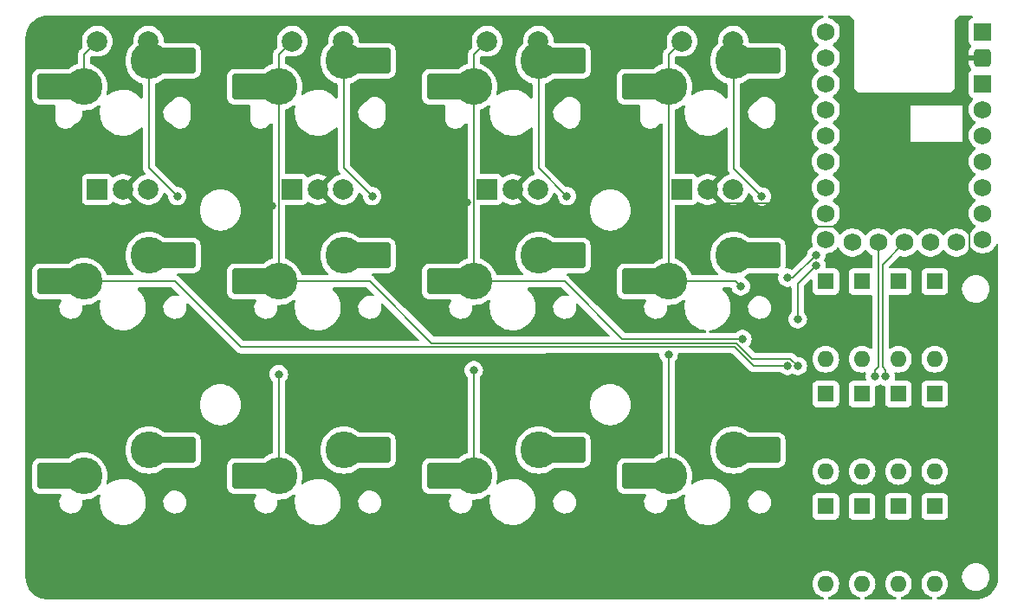
<source format=gbr>
%TF.GenerationSoftware,KiCad,Pcbnew,7.0.5*%
%TF.CreationDate,2023-11-04T19:54:29+08:00*%
%TF.ProjectId,Three2One,54687265-6532-44f6-9e65-2e6b69636164,rev?*%
%TF.SameCoordinates,Original*%
%TF.FileFunction,Copper,L2,Bot*%
%TF.FilePolarity,Positive*%
%FSLAX46Y46*%
G04 Gerber Fmt 4.6, Leading zero omitted, Abs format (unit mm)*
G04 Created by KiCad (PCBNEW 7.0.5) date 2023-11-04 19:54:29*
%MOMM*%
%LPD*%
G01*
G04 APERTURE LIST*
G04 Aperture macros list*
%AMRoundRect*
0 Rectangle with rounded corners*
0 $1 Rounding radius*
0 $2 $3 $4 $5 $6 $7 $8 $9 X,Y pos of 4 corners*
0 Add a 4 corners polygon primitive as box body*
4,1,4,$2,$3,$4,$5,$6,$7,$8,$9,$2,$3,0*
0 Add four circle primitives for the rounded corners*
1,1,$1+$1,$2,$3*
1,1,$1+$1,$4,$5*
1,1,$1+$1,$6,$7*
1,1,$1+$1,$8,$9*
0 Add four rect primitives between the rounded corners*
20,1,$1+$1,$2,$3,$4,$5,0*
20,1,$1+$1,$4,$5,$6,$7,0*
20,1,$1+$1,$6,$7,$8,$9,0*
20,1,$1+$1,$8,$9,$2,$3,0*%
G04 Aperture macros list end*
%TA.AperFunction,ComponentPad*%
%ADD10R,1.600000X1.600000*%
%TD*%
%TA.AperFunction,ComponentPad*%
%ADD11O,1.600000X1.600000*%
%TD*%
%TA.AperFunction,ComponentPad*%
%ADD12R,2.000000X2.000000*%
%TD*%
%TA.AperFunction,ComponentPad*%
%ADD13C,2.000000*%
%TD*%
%TA.AperFunction,ComponentPad*%
%ADD14C,3.600000*%
%TD*%
%TA.AperFunction,SMDPad,CuDef*%
%ADD15RoundRect,0.250000X-1.525000X-1.000000X1.525000X-1.000000X1.525000X1.000000X-1.525000X1.000000X0*%
%TD*%
%TA.AperFunction,ComponentPad*%
%ADD16R,1.752600X1.752600*%
%TD*%
%TA.AperFunction,ComponentPad*%
%ADD17RoundRect,0.438150X0.438150X0.438150X-0.438150X0.438150X-0.438150X-0.438150X0.438150X-0.438150X0*%
%TD*%
%TA.AperFunction,ComponentPad*%
%ADD18C,1.752600*%
%TD*%
%TA.AperFunction,ViaPad*%
%ADD19C,0.800000*%
%TD*%
%TA.AperFunction,Conductor*%
%ADD20C,0.200000*%
%TD*%
G04 APERTURE END LIST*
D10*
%TO.P,D5,1,K*%
%TO.N,row1*%
X148335000Y-62765000D03*
D11*
%TO.P,D5,2,A*%
%TO.N,Net-(D5-A)*%
X148335000Y-70365000D03*
%TD*%
D10*
%TO.P,D10,1,K*%
%TO.N,row2*%
X151885000Y-73765000D03*
D11*
%TO.P,D10,2,A*%
%TO.N,Net-(D10-A)*%
X151885000Y-81365000D03*
%TD*%
D10*
%TO.P,D11,1,K*%
%TO.N,row2*%
X155435000Y-73765000D03*
D11*
%TO.P,D11,2,A*%
%TO.N,Net-(D11-A)*%
X155435000Y-81365000D03*
%TD*%
D12*
%TO.P,RE3,A,CLK*%
%TO.N,A3*%
X115240000Y-42750000D03*
D13*
%TO.P,RE3,B,DT*%
%TO.N,B3*%
X120240000Y-42750000D03*
%TO.P,RE3,C,GND*%
%TO.N,GND*%
X117740000Y-42750000D03*
%TO.P,RE3,S1,GND*%
%TO.N,Net-(D3-A)*%
X120240000Y-28250000D03*
D14*
X120280000Y-30170000D03*
D15*
X123060000Y-30170000D03*
%TO.P,RE3,S2,SW*%
%TO.N,col2*%
X111155000Y-32710000D03*
D14*
X113930000Y-32710000D03*
D13*
X115240000Y-28250000D03*
%TD*%
D12*
%TO.P,RE4,A,CLK*%
%TO.N,A4*%
X134290000Y-42750000D03*
D13*
%TO.P,RE4,B,DT*%
%TO.N,B4*%
X139290000Y-42750000D03*
%TO.P,RE4,C,GND*%
%TO.N,GND*%
X136790000Y-42750000D03*
%TO.P,RE4,S1,GND*%
%TO.N,Net-(D4-A)*%
X139290000Y-28250000D03*
D14*
X139330000Y-30170000D03*
D15*
X142110000Y-30170000D03*
%TO.P,RE4,S2,SW*%
%TO.N,col3*%
X130205000Y-32710000D03*
D14*
X132980000Y-32710000D03*
D13*
X134290000Y-28250000D03*
%TD*%
D10*
%TO.P,D8,1,K*%
%TO.N,row1*%
X158985000Y-62765000D03*
D11*
%TO.P,D8,2,A*%
%TO.N,Net-(D8-A)*%
X158985000Y-70365000D03*
%TD*%
D15*
%TO.P,SW9,1,1*%
%TO.N,col0*%
X73055000Y-70810000D03*
D14*
X75830000Y-70810000D03*
%TO.P,SW9,2,2*%
%TO.N,Net-(D9-A)*%
X82180000Y-68270000D03*
D15*
X84960000Y-68270000D03*
%TD*%
%TO.P,SW6,1,1*%
%TO.N,col1*%
X92105000Y-51760000D03*
D14*
X94880000Y-51760000D03*
%TO.P,SW6,2,2*%
%TO.N,Net-(D6-A)*%
X101230000Y-49220000D03*
D15*
X104010000Y-49220000D03*
%TD*%
%TO.P,SW8,1,1*%
%TO.N,col3*%
X130205000Y-51760000D03*
D14*
X132980000Y-51760000D03*
%TO.P,SW8,2,2*%
%TO.N,Net-(D8-A)*%
X139330000Y-49220000D03*
D15*
X142110000Y-49220000D03*
%TD*%
D10*
%TO.P,D6,1,K*%
%TO.N,row1*%
X151885000Y-62765000D03*
D11*
%TO.P,D6,2,A*%
%TO.N,Net-(D6-A)*%
X151885000Y-70365000D03*
%TD*%
D12*
%TO.P,RE1,A,CLK*%
%TO.N,A1*%
X77140000Y-42750000D03*
D13*
%TO.P,RE1,B,DT*%
%TO.N,B1*%
X82140000Y-42750000D03*
%TO.P,RE1,C,GND*%
%TO.N,GND*%
X79640000Y-42750000D03*
%TO.P,RE1,S1,GND*%
%TO.N,Net-(D1-A)*%
X82140000Y-28250000D03*
D14*
X82180000Y-30170000D03*
D15*
X84960000Y-30170000D03*
%TO.P,RE1,S2,SW*%
%TO.N,col0*%
X73055000Y-32710000D03*
D14*
X75830000Y-32710000D03*
D13*
X77140000Y-28250000D03*
%TD*%
D10*
%TO.P,D9,1,K*%
%TO.N,row2*%
X148335000Y-73765000D03*
D11*
%TO.P,D9,2,A*%
%TO.N,Net-(D9-A)*%
X148335000Y-81365000D03*
%TD*%
D10*
%TO.P,D2,1,K*%
%TO.N,row0*%
X151885000Y-51765000D03*
D11*
%TO.P,D2,2,A*%
%TO.N,Net-(D2-A)*%
X151885000Y-59365000D03*
%TD*%
D10*
%TO.P,D3,1,K*%
%TO.N,row0*%
X155435000Y-51765000D03*
D11*
%TO.P,D3,2,A*%
%TO.N,Net-(D3-A)*%
X155435000Y-59365000D03*
%TD*%
D10*
%TO.P,D7,1,K*%
%TO.N,row1*%
X155435000Y-62765000D03*
D11*
%TO.P,D7,2,A*%
%TO.N,Net-(D7-A)*%
X155435000Y-70365000D03*
%TD*%
D15*
%TO.P,SW12,1,1*%
%TO.N,col3*%
X130205000Y-70810000D03*
D14*
X132980000Y-70810000D03*
%TO.P,SW12,2,2*%
%TO.N,Net-(D12-A)*%
X139330000Y-68270000D03*
D15*
X142110000Y-68270000D03*
%TD*%
%TO.P,SW10,1,1*%
%TO.N,col1*%
X92105000Y-70810000D03*
D14*
X94880000Y-70810000D03*
%TO.P,SW10,2,2*%
%TO.N,Net-(D10-A)*%
X101230000Y-68270000D03*
D15*
X104010000Y-68270000D03*
%TD*%
D12*
%TO.P,RE2,A,CLK*%
%TO.N,A2*%
X96190000Y-42750000D03*
D13*
%TO.P,RE2,B,DT*%
%TO.N,B2*%
X101190000Y-42750000D03*
%TO.P,RE2,C,GND*%
%TO.N,GND*%
X98690000Y-42750000D03*
%TO.P,RE2,S1,GND*%
%TO.N,Net-(D2-A)*%
X101190000Y-28250000D03*
D14*
X101230000Y-30170000D03*
D15*
X104010000Y-30170000D03*
%TO.P,RE2,S2,SW*%
%TO.N,col1*%
X92105000Y-32710000D03*
D14*
X94880000Y-32710000D03*
D13*
X96190000Y-28250000D03*
%TD*%
D15*
%TO.P,SW7,1,1*%
%TO.N,col2*%
X111155000Y-51760000D03*
D14*
X113930000Y-51760000D03*
%TO.P,SW7,2,2*%
%TO.N,Net-(D7-A)*%
X120280000Y-49220000D03*
D15*
X123060000Y-49220000D03*
%TD*%
%TO.P,SW11,1,1*%
%TO.N,col2*%
X111155000Y-70810000D03*
D14*
X113930000Y-70810000D03*
%TO.P,SW11,2,2*%
%TO.N,Net-(D11-A)*%
X120280000Y-68270000D03*
D15*
X123060000Y-68270000D03*
%TD*%
%TO.P,SW5,1,1*%
%TO.N,col0*%
X73055000Y-51760000D03*
D14*
X75830000Y-51760000D03*
%TO.P,SW5,2,2*%
%TO.N,Net-(D5-A)*%
X82180000Y-49220000D03*
D15*
X84960000Y-49220000D03*
%TD*%
D10*
%TO.P,D1,1,K*%
%TO.N,row0*%
X148335000Y-51765000D03*
D11*
%TO.P,D1,2,A*%
%TO.N,Net-(D1-A)*%
X148335000Y-59365000D03*
%TD*%
D10*
%TO.P,D12,1,K*%
%TO.N,row2*%
X158985000Y-73765000D03*
D11*
%TO.P,D12,2,A*%
%TO.N,Net-(D12-A)*%
X158985000Y-81365000D03*
%TD*%
D10*
%TO.P,D4,1,K*%
%TO.N,row0*%
X158985000Y-51765000D03*
D11*
%TO.P,D4,2,A*%
%TO.N,Net-(D4-A)*%
X158985000Y-59365000D03*
%TD*%
D16*
%TO.P,U1,1,5V*%
%TO.N,VCC*%
X163685000Y-27315000D03*
D17*
%TO.P,U1,2,GND*%
%TO.N,GND*%
X163685000Y-29855000D03*
D16*
%TO.P,U1,3,3V3*%
%TO.N,+3V3*%
X163685000Y-32395000D03*
D18*
%TO.P,U1,4,GP29*%
%TO.N,unconnected-(U1-GP29-Pad4)*%
X163685000Y-34935000D03*
%TO.P,U1,5,GP28*%
%TO.N,unconnected-(U1-GP28-Pad5)*%
X163685000Y-37475000D03*
%TO.P,U1,6,GP27*%
%TO.N,unconnected-(U1-GP27-Pad6)*%
X163685000Y-40015000D03*
%TO.P,U1,7,GP26*%
%TO.N,unconnected-(U1-GP26-Pad7)*%
X163685000Y-42555000D03*
%TO.P,U1,8,GP15*%
%TO.N,unconnected-(U1-GP15-Pad8)*%
X163685000Y-45095000D03*
%TO.P,U1,9,GP14*%
%TO.N,row2*%
X163685000Y-47635000D03*
%TO.P,U1,10,GP0*%
%TO.N,A1*%
X148335000Y-27315000D03*
%TO.P,U1,11,GP1*%
%TO.N,B1*%
X148335000Y-29855000D03*
%TO.P,U1,12,GP2*%
%TO.N,A2*%
X148335000Y-32395000D03*
%TO.P,U1,13,GP3*%
%TO.N,B2*%
X148335000Y-34935000D03*
%TO.P,U1,14,GP4*%
%TO.N,A3*%
X148335000Y-37475000D03*
%TO.P,U1,15,GP5*%
%TO.N,B3*%
X148335000Y-40015000D03*
%TO.P,U1,16,GP6*%
%TO.N,A4*%
X148335000Y-42555000D03*
%TO.P,U1,17,GP7*%
%TO.N,B4*%
X148335000Y-45095000D03*
%TO.P,U1,18,GP8*%
%TO.N,col0*%
X148335000Y-47635000D03*
%TO.P,U1,19,GP9*%
%TO.N,col1*%
X150930000Y-47955000D03*
%TO.P,U1,20,GP10*%
%TO.N,col2*%
X153470000Y-47955000D03*
%TO.P,U1,21,GP11*%
%TO.N,col3*%
X156010000Y-47955000D03*
%TO.P,U1,22,GP12*%
%TO.N,row0*%
X158550000Y-47955000D03*
%TO.P,U1,23,GP13*%
%TO.N,row1*%
X161090000Y-47955000D03*
%TD*%
D19*
%TO.N,Net-(D1-A)*%
X84950000Y-43410000D03*
%TO.N,Net-(D2-A)*%
X104010000Y-43410000D03*
%TO.N,Net-(D3-A)*%
X123040000Y-43410000D03*
%TO.N,Net-(D4-A)*%
X142090000Y-43449500D03*
%TO.N,GND*%
X113230500Y-44060000D03*
X161090000Y-45100000D03*
X161850000Y-53950000D03*
X130260000Y-43790000D03*
X94180500Y-44360000D03*
%TO.N,col0*%
X144590000Y-60030000D03*
X147399500Y-49170497D03*
X144590000Y-51400000D03*
%TO.N,col1*%
X145600000Y-60040500D03*
X147399500Y-50170000D03*
X145595378Y-55464622D03*
X94880000Y-60840000D03*
%TO.N,col2*%
X140193151Y-57386849D03*
X113930000Y-60450500D03*
X153130000Y-61070000D03*
%TO.N,col3*%
X140030000Y-52250000D03*
X132980000Y-58886349D03*
X154190000Y-61070000D03*
%TD*%
D20*
%TO.N,GND*%
X161555000Y-53655000D02*
X161850000Y-53950000D01*
X161555000Y-51615000D02*
X161555000Y-53655000D01*
X162390000Y-50780000D02*
X161555000Y-51615000D01*
X162390000Y-46400000D02*
X162390000Y-50780000D01*
X161090000Y-45100000D02*
X162390000Y-46400000D01*
X142789500Y-44149500D02*
X138189500Y-44149500D01*
X145000000Y-46360000D02*
X142789500Y-44149500D01*
X159830000Y-46360000D02*
X145000000Y-46360000D01*
X138189500Y-44149500D02*
X136790000Y-42750000D01*
X161090000Y-45100000D02*
X159830000Y-46360000D01*
%TO.N,Net-(D1-A)*%
X82180000Y-30170000D02*
X82180000Y-40640000D01*
X82180000Y-40640000D02*
X84950000Y-43410000D01*
%TO.N,Net-(D2-A)*%
X101230000Y-30170000D02*
X101230000Y-40630000D01*
X101230000Y-40630000D02*
X104010000Y-43410000D01*
%TO.N,Net-(D3-A)*%
X120280000Y-40650000D02*
X120280000Y-30170000D01*
X123040000Y-43410000D02*
X120280000Y-40650000D01*
%TO.N,Net-(D4-A)*%
X142090000Y-43449500D02*
X139330000Y-40689500D01*
X139330000Y-40689500D02*
X139330000Y-30170000D01*
%TO.N,GND*%
X130260000Y-43790000D02*
X130260000Y-45440000D01*
X112120500Y-45170000D02*
X101110000Y-45170000D01*
X87390000Y-42650000D02*
X85380000Y-44660000D01*
X101110000Y-45170000D02*
X98690000Y-42750000D01*
X90780000Y-42650000D02*
X87390000Y-42650000D01*
X81550000Y-44660000D02*
X79640000Y-42750000D01*
X128800000Y-46900000D02*
X121890000Y-46900000D01*
X113230500Y-44060000D02*
X112120500Y-45170000D01*
X130260000Y-45440000D02*
X128800000Y-46900000D01*
X92490000Y-44360000D02*
X90780000Y-42650000D01*
X94180500Y-44360000D02*
X92490000Y-44360000D01*
X85380000Y-44660000D02*
X81550000Y-44660000D01*
X121890000Y-46900000D02*
X117740000Y-42750000D01*
%TO.N,col0*%
X139431163Y-58186849D02*
X141274314Y-60030000D01*
X147373698Y-49170497D02*
X145144195Y-51400000D01*
X141274314Y-60030000D02*
X144590000Y-60030000D01*
X147399500Y-49170497D02*
X147373698Y-49170497D01*
X120870000Y-58200000D02*
X120883151Y-58186849D01*
X91160000Y-58200000D02*
X120870000Y-58200000D01*
X75830000Y-51760000D02*
X84720000Y-51760000D01*
X145144195Y-51400000D02*
X144590000Y-51400000D01*
X120883151Y-58186849D02*
X139431163Y-58186849D01*
X75830000Y-29560000D02*
X77140000Y-28250000D01*
X84720000Y-51760000D02*
X91160000Y-58200000D01*
X75830000Y-32710000D02*
X75830000Y-29560000D01*
%TO.N,col1*%
X144889500Y-59330000D02*
X141140000Y-59330000D01*
X109796849Y-57786849D02*
X103770000Y-51760000D01*
X139596849Y-57786849D02*
X109796849Y-57786849D01*
X94880000Y-60840000D02*
X94880000Y-70810000D01*
X94880000Y-32710000D02*
X94880000Y-51760000D01*
X145595378Y-55464622D02*
X145595378Y-51974122D01*
X145595378Y-51974122D02*
X147399500Y-50170000D01*
X141140000Y-59330000D02*
X139596849Y-57786849D01*
X103770000Y-51760000D02*
X94880000Y-51760000D01*
X94880000Y-29560000D02*
X96190000Y-28250000D01*
X145600000Y-60040500D02*
X144889500Y-59330000D01*
X94880000Y-32710000D02*
X94880000Y-29560000D01*
%TO.N,col2*%
X113930000Y-60450500D02*
X113930000Y-70810000D01*
X113930000Y-32710000D02*
X113930000Y-29560000D01*
X113930000Y-29560000D02*
X115240000Y-28250000D01*
X153130000Y-60450000D02*
X153130000Y-61070000D01*
X113930000Y-32710000D02*
X113930000Y-51760000D01*
X122820000Y-51760000D02*
X113930000Y-51760000D01*
X153470000Y-60110000D02*
X153130000Y-60450000D01*
X153470000Y-47955000D02*
X153470000Y-60110000D01*
X128446849Y-57386849D02*
X122820000Y-51760000D01*
X140193151Y-57386849D02*
X128446849Y-57386849D01*
%TO.N,col3*%
X140030000Y-52250000D02*
X139540000Y-51760000D01*
X154190000Y-60450000D02*
X153870000Y-60130000D01*
X132980000Y-32710000D02*
X132980000Y-29560000D01*
X139540000Y-51760000D02*
X132980000Y-51760000D01*
X154190000Y-60570000D02*
X154190000Y-61070000D01*
X132980000Y-58886349D02*
X132980000Y-70810000D01*
X153870000Y-50095000D02*
X156010000Y-47955000D01*
X132980000Y-32710000D02*
X132980000Y-51760000D01*
X154190000Y-61070000D02*
X154190000Y-60450000D01*
X132980000Y-29560000D02*
X134290000Y-28250000D01*
X153870000Y-60130000D02*
X153870000Y-50095000D01*
%TD*%
%TA.AperFunction,Conductor*%
%TO.N,GND*%
G36*
X148066133Y-25745185D02*
G01*
X148111888Y-25797989D01*
X148121832Y-25867147D01*
X148092807Y-25930703D01*
X148034029Y-25968477D01*
X148019504Y-25971809D01*
X147995853Y-25975755D01*
X147780057Y-26049839D01*
X147780049Y-26049842D01*
X147579379Y-26158440D01*
X147399323Y-26298582D01*
X147399319Y-26298586D01*
X147244787Y-26466451D01*
X147119989Y-26657470D01*
X147028335Y-26866422D01*
X146972323Y-27087608D01*
X146972321Y-27087616D01*
X146953481Y-27314994D01*
X146953481Y-27315005D01*
X146972321Y-27542383D01*
X146972323Y-27542391D01*
X147028335Y-27763577D01*
X147119989Y-27972529D01*
X147244787Y-28163548D01*
X147399319Y-28331413D01*
X147399323Y-28331417D01*
X147579379Y-28471560D01*
X147579380Y-28471560D01*
X147579381Y-28471561D01*
X147587477Y-28475942D01*
X147637069Y-28525159D01*
X147652181Y-28593375D01*
X147628013Y-28658931D01*
X147587490Y-28694049D01*
X147579388Y-28698434D01*
X147579379Y-28698439D01*
X147399323Y-28838582D01*
X147399319Y-28838586D01*
X147244787Y-29006451D01*
X147119989Y-29197470D01*
X147028335Y-29406422D01*
X146972323Y-29627608D01*
X146972321Y-29627616D01*
X146953481Y-29854994D01*
X146953481Y-29855005D01*
X146972321Y-30082383D01*
X146972323Y-30082391D01*
X147028335Y-30303577D01*
X147119989Y-30512529D01*
X147244787Y-30703548D01*
X147399319Y-30871413D01*
X147399323Y-30871417D01*
X147579379Y-31011560D01*
X147579380Y-31011560D01*
X147579381Y-31011561D01*
X147587477Y-31015942D01*
X147637069Y-31065159D01*
X147652181Y-31133375D01*
X147628013Y-31198931D01*
X147587490Y-31234049D01*
X147579388Y-31238434D01*
X147579379Y-31238439D01*
X147399323Y-31378582D01*
X147399319Y-31378586D01*
X147244787Y-31546451D01*
X147119989Y-31737470D01*
X147028335Y-31946422D01*
X146972323Y-32167608D01*
X146972321Y-32167616D01*
X146953481Y-32394994D01*
X146953481Y-32395005D01*
X146972321Y-32622383D01*
X146972323Y-32622391D01*
X147028335Y-32843577D01*
X147119989Y-33052529D01*
X147244787Y-33243548D01*
X147399319Y-33411413D01*
X147399323Y-33411417D01*
X147579379Y-33551560D01*
X147579383Y-33551562D01*
X147587483Y-33555946D01*
X147637073Y-33605166D01*
X147652180Y-33673383D01*
X147628008Y-33738939D01*
X147587483Y-33774054D01*
X147579383Y-33778437D01*
X147579379Y-33778439D01*
X147399323Y-33918582D01*
X147399319Y-33918586D01*
X147244787Y-34086451D01*
X147119989Y-34277470D01*
X147028335Y-34486422D01*
X146972323Y-34707608D01*
X146972321Y-34707616D01*
X146953481Y-34934994D01*
X146953481Y-34935005D01*
X146972321Y-35162383D01*
X146972323Y-35162391D01*
X147028335Y-35383577D01*
X147119989Y-35592529D01*
X147244787Y-35783548D01*
X147399319Y-35951413D01*
X147399323Y-35951417D01*
X147579379Y-36091560D01*
X147579383Y-36091562D01*
X147587483Y-36095946D01*
X147637073Y-36145166D01*
X147652180Y-36213383D01*
X147628008Y-36278939D01*
X147587483Y-36314054D01*
X147579383Y-36318437D01*
X147579379Y-36318439D01*
X147399323Y-36458582D01*
X147399319Y-36458586D01*
X147244787Y-36626451D01*
X147119989Y-36817470D01*
X147028335Y-37026422D01*
X146972323Y-37247608D01*
X146972321Y-37247616D01*
X146953481Y-37474994D01*
X146953481Y-37475005D01*
X146972321Y-37702383D01*
X146972323Y-37702391D01*
X147028335Y-37923577D01*
X147119989Y-38132529D01*
X147244787Y-38323548D01*
X147399319Y-38491413D01*
X147399323Y-38491417D01*
X147579379Y-38631560D01*
X147579380Y-38631560D01*
X147579381Y-38631561D01*
X147587477Y-38635942D01*
X147637069Y-38685159D01*
X147652181Y-38753375D01*
X147628013Y-38818931D01*
X147587490Y-38854049D01*
X147579388Y-38858434D01*
X147579379Y-38858439D01*
X147399323Y-38998582D01*
X147399319Y-38998586D01*
X147244787Y-39166451D01*
X147119989Y-39357470D01*
X147028335Y-39566422D01*
X146972323Y-39787608D01*
X146972321Y-39787616D01*
X146953481Y-40014994D01*
X146953481Y-40015005D01*
X146972321Y-40242383D01*
X146972323Y-40242391D01*
X147028335Y-40463577D01*
X147119989Y-40672529D01*
X147244787Y-40863548D01*
X147399319Y-41031413D01*
X147399323Y-41031417D01*
X147579379Y-41171560D01*
X147579383Y-41171562D01*
X147587483Y-41175946D01*
X147637073Y-41225166D01*
X147652180Y-41293383D01*
X147628008Y-41358939D01*
X147587483Y-41394054D01*
X147579383Y-41398437D01*
X147579379Y-41398439D01*
X147399323Y-41538582D01*
X147399319Y-41538586D01*
X147244787Y-41706451D01*
X147119989Y-41897470D01*
X147028335Y-42106422D01*
X146972323Y-42327608D01*
X146972321Y-42327616D01*
X146953481Y-42554994D01*
X146953481Y-42555005D01*
X146972321Y-42782383D01*
X146972323Y-42782391D01*
X147028335Y-43003577D01*
X147119989Y-43212529D01*
X147244787Y-43403548D01*
X147399319Y-43571413D01*
X147399323Y-43571417D01*
X147579379Y-43711560D01*
X147579383Y-43711562D01*
X147587483Y-43715946D01*
X147637073Y-43765166D01*
X147652180Y-43833383D01*
X147628008Y-43898939D01*
X147587483Y-43934054D01*
X147579383Y-43938437D01*
X147579379Y-43938439D01*
X147399323Y-44078582D01*
X147399319Y-44078586D01*
X147244787Y-44246451D01*
X147119989Y-44437470D01*
X147028335Y-44646422D01*
X146972323Y-44867608D01*
X146972321Y-44867616D01*
X146953481Y-45094994D01*
X146953481Y-45095005D01*
X146972321Y-45322383D01*
X146972323Y-45322391D01*
X147028335Y-45543577D01*
X147119989Y-45752529D01*
X147244787Y-45943548D01*
X147399319Y-46111413D01*
X147399323Y-46111417D01*
X147579379Y-46251560D01*
X147579383Y-46251562D01*
X147587483Y-46255946D01*
X147637073Y-46305166D01*
X147652180Y-46373383D01*
X147628008Y-46438939D01*
X147587483Y-46474054D01*
X147579383Y-46478437D01*
X147579379Y-46478439D01*
X147399323Y-46618582D01*
X147399319Y-46618586D01*
X147244787Y-46786451D01*
X147119989Y-46977470D01*
X147028335Y-47186422D01*
X146972323Y-47407608D01*
X146972321Y-47407616D01*
X146953481Y-47634994D01*
X146953481Y-47635005D01*
X146972321Y-47862383D01*
X146972323Y-47862391D01*
X147028335Y-48083577D01*
X147076580Y-48193564D01*
X147085483Y-48262864D01*
X147055505Y-48325977D01*
X147013460Y-48356653D01*
X146946770Y-48386345D01*
X146946765Y-48386348D01*
X146793629Y-48497608D01*
X146666966Y-48638282D01*
X146572321Y-48802212D01*
X146572318Y-48802219D01*
X146517344Y-48971413D01*
X146513826Y-48982241D01*
X146495108Y-49160340D01*
X146495057Y-49160822D01*
X146468472Y-49225436D01*
X146459417Y-49235541D01*
X145128164Y-50566794D01*
X145066841Y-50600279D01*
X144997149Y-50595295D01*
X144990047Y-50592392D01*
X144869807Y-50538857D01*
X144869802Y-50538855D01*
X144724000Y-50507865D01*
X144684646Y-50499500D01*
X144499368Y-50499500D01*
X144432329Y-50479815D01*
X144386574Y-50427011D01*
X144376010Y-50362897D01*
X144376485Y-50358256D01*
X144385500Y-50270009D01*
X144385499Y-48169992D01*
X144374999Y-48067203D01*
X144319814Y-47900666D01*
X144227712Y-47751344D01*
X144103656Y-47627288D01*
X143954334Y-47535186D01*
X143787797Y-47480001D01*
X143787795Y-47480000D01*
X143685016Y-47469500D01*
X143685009Y-47469500D01*
X140869672Y-47469500D01*
X140802633Y-47449815D01*
X140787913Y-47438728D01*
X140733459Y-47390973D01*
X140482720Y-47223435D01*
X140482713Y-47223431D01*
X140212268Y-47090062D01*
X140212247Y-47090053D01*
X139926698Y-46993122D01*
X139926692Y-46993120D01*
X139926691Y-46993120D01*
X139926689Y-46993119D01*
X139926683Y-46993118D01*
X139630930Y-46934288D01*
X139630921Y-46934287D01*
X139630920Y-46934287D01*
X139330000Y-46914564D01*
X139029080Y-46934287D01*
X139029079Y-46934287D01*
X139029069Y-46934288D01*
X138733316Y-46993118D01*
X138733301Y-46993122D01*
X138447752Y-47090053D01*
X138447731Y-47090062D01*
X138177286Y-47223431D01*
X138177279Y-47223435D01*
X137926540Y-47390973D01*
X137699810Y-47589810D01*
X137500973Y-47816540D01*
X137333435Y-48067279D01*
X137333431Y-48067286D01*
X137200062Y-48337731D01*
X137200053Y-48337752D01*
X137103122Y-48623301D01*
X137103118Y-48623316D01*
X137044288Y-48919069D01*
X137044287Y-48919081D01*
X137027809Y-49170497D01*
X137024564Y-49220000D01*
X137039347Y-49445555D01*
X137044287Y-49520918D01*
X137044288Y-49520930D01*
X137103118Y-49816683D01*
X137103122Y-49816698D01*
X137200053Y-50102247D01*
X137200062Y-50102268D01*
X137333431Y-50372713D01*
X137333435Y-50372720D01*
X137500973Y-50623459D01*
X137699810Y-50850189D01*
X137804810Y-50942272D01*
X137842234Y-51001274D01*
X137841818Y-51071143D01*
X137803694Y-51129695D01*
X137739967Y-51158341D01*
X137723051Y-51159500D01*
X135294444Y-51159500D01*
X135227405Y-51139815D01*
X135181650Y-51087011D01*
X135177025Y-51075359D01*
X135123313Y-50917129D01*
X135109945Y-50877748D01*
X135099968Y-50857517D01*
X134976568Y-50607286D01*
X134976564Y-50607279D01*
X134809026Y-50356540D01*
X134610189Y-50129810D01*
X134383459Y-49930973D01*
X134132720Y-49763435D01*
X134132713Y-49763431D01*
X133862255Y-49630056D01*
X133664640Y-49562974D01*
X133607486Y-49522785D01*
X133581133Y-49458076D01*
X133580499Y-49445574D01*
X133580499Y-44374498D01*
X133600184Y-44307460D01*
X133652988Y-44261705D01*
X133704499Y-44250499D01*
X135337871Y-44250499D01*
X135337872Y-44250499D01*
X135397483Y-44244091D01*
X135532331Y-44193796D01*
X135647546Y-44107546D01*
X135733796Y-43992331D01*
X135733796Y-43992329D01*
X135735461Y-43990106D01*
X135791395Y-43948235D01*
X135861087Y-43943251D01*
X135910890Y-43966564D01*
X135966762Y-44010051D01*
X135966771Y-44010057D01*
X136185385Y-44128364D01*
X136185396Y-44128369D01*
X136420506Y-44209083D01*
X136665707Y-44250000D01*
X136914293Y-44250000D01*
X137159493Y-44209083D01*
X137394603Y-44128369D01*
X137394614Y-44128364D01*
X137613228Y-44010057D01*
X137613231Y-44010055D01*
X137660056Y-43973609D01*
X136922533Y-43236086D01*
X136932315Y-43234680D01*
X137063100Y-43174952D01*
X137171761Y-43080798D01*
X137249493Y-42959844D01*
X137273076Y-42879524D01*
X138022625Y-43629073D01*
X138056111Y-43635244D01*
X138097122Y-43671949D01*
X138098683Y-43670735D01*
X138101830Y-43674779D01*
X138139722Y-43715940D01*
X138270256Y-43857738D01*
X138466491Y-44010474D01*
X138466493Y-44010475D01*
X138684332Y-44128364D01*
X138685190Y-44128828D01*
X138875469Y-44194151D01*
X138918964Y-44209083D01*
X138920386Y-44209571D01*
X139165665Y-44250500D01*
X139414335Y-44250500D01*
X139659614Y-44209571D01*
X139894810Y-44128828D01*
X140113509Y-44010474D01*
X140309744Y-43857738D01*
X140478164Y-43674785D01*
X140614173Y-43466607D01*
X140714063Y-43238881D01*
X140724359Y-43198222D01*
X140759898Y-43138067D01*
X140822318Y-43106674D01*
X140891802Y-43114012D01*
X140932246Y-43140981D01*
X141148221Y-43356956D01*
X141181706Y-43418279D01*
X141184540Y-43444637D01*
X141184540Y-43449497D01*
X141184540Y-43449500D01*
X141204326Y-43637756D01*
X141204327Y-43637759D01*
X141262818Y-43817777D01*
X141262821Y-43817784D01*
X141357467Y-43981716D01*
X141448563Y-44082888D01*
X141484129Y-44122388D01*
X141637265Y-44233648D01*
X141637270Y-44233651D01*
X141810192Y-44310642D01*
X141810197Y-44310644D01*
X141995354Y-44350000D01*
X141995355Y-44350000D01*
X142184644Y-44350000D01*
X142184646Y-44350000D01*
X142369803Y-44310644D01*
X142542730Y-44233651D01*
X142695871Y-44122388D01*
X142822533Y-43981716D01*
X142917179Y-43817784D01*
X142975674Y-43637756D01*
X142995460Y-43449500D01*
X142975674Y-43261244D01*
X142921112Y-43093323D01*
X142917181Y-43081222D01*
X142917180Y-43081221D01*
X142917179Y-43081216D01*
X142822533Y-42917284D01*
X142695871Y-42776612D01*
X142695870Y-42776611D01*
X142542734Y-42665351D01*
X142542729Y-42665348D01*
X142369807Y-42588357D01*
X142369802Y-42588355D01*
X142224000Y-42557365D01*
X142184646Y-42549000D01*
X142184645Y-42549000D01*
X142090097Y-42549000D01*
X142023058Y-42529315D01*
X142002416Y-42512681D01*
X139966819Y-40477084D01*
X139933334Y-40415761D01*
X139930500Y-40389403D01*
X139930500Y-35196202D01*
X140740660Y-35196202D01*
X140750887Y-35410901D01*
X140801563Y-35619791D01*
X140801565Y-35619795D01*
X140876348Y-35783548D01*
X140890854Y-35815310D01*
X140987775Y-35951417D01*
X141015535Y-35990400D01*
X141015540Y-35990406D01*
X141171094Y-36138725D01*
X141171096Y-36138726D01*
X141171097Y-36138727D01*
X141351920Y-36254935D01*
X141463568Y-36299632D01*
X141499088Y-36313852D01*
X141554010Y-36357043D01*
X141561419Y-36368789D01*
X141564586Y-36374494D01*
X141564593Y-36374505D01*
X141697132Y-36528893D01*
X141697134Y-36528895D01*
X141858037Y-36653445D01*
X141858038Y-36653445D01*
X141858042Y-36653448D01*
X142040729Y-36743060D01*
X142237715Y-36794063D01*
X142440936Y-36804369D01*
X142642071Y-36773556D01*
X142832887Y-36702886D01*
X143005571Y-36595252D01*
X143153053Y-36455059D01*
X143269295Y-36288049D01*
X143349540Y-36101058D01*
X143390500Y-35901741D01*
X143390500Y-34649258D01*
X143388797Y-34632505D01*
X143375074Y-34497560D01*
X143314162Y-34303420D01*
X143314160Y-34303416D01*
X143314159Y-34303412D01*
X143215409Y-34125498D01*
X143215408Y-34125497D01*
X143215407Y-34125495D01*
X143082867Y-33971106D01*
X143082865Y-33971104D01*
X142921962Y-33846554D01*
X142921959Y-33846553D01*
X142921958Y-33846552D01*
X142739271Y-33756940D01*
X142542285Y-33705937D01*
X142542287Y-33705937D01*
X142406804Y-33699066D01*
X142339064Y-33695631D01*
X142339063Y-33695631D01*
X142339061Y-33695631D01*
X142137936Y-33726442D01*
X142137924Y-33726445D01*
X141947118Y-33797111D01*
X141947111Y-33797115D01*
X141774432Y-33904745D01*
X141774427Y-33904749D01*
X141626949Y-34044937D01*
X141626946Y-34044941D01*
X141561426Y-34139075D01*
X141506972Y-34182853D01*
X141494590Y-34187213D01*
X141449796Y-34200366D01*
X141258736Y-34298864D01*
X141089785Y-34431729D01*
X141089782Y-34431733D01*
X140949021Y-34594178D01*
X140841553Y-34780319D01*
X140771251Y-34983442D01*
X140771250Y-34983444D01*
X140740661Y-35196200D01*
X140740660Y-35196202D01*
X139930500Y-35196202D01*
X139930500Y-32484443D01*
X139950185Y-32417404D01*
X140002989Y-32371649D01*
X140014631Y-32367028D01*
X140212252Y-32299945D01*
X140482718Y-32166566D01*
X140733461Y-31999025D01*
X140787911Y-31951272D01*
X140851294Y-31921869D01*
X140869672Y-31920499D01*
X143685002Y-31920499D01*
X143685008Y-31920499D01*
X143787797Y-31909999D01*
X143954334Y-31854814D01*
X144103656Y-31762712D01*
X144227712Y-31638656D01*
X144319814Y-31489334D01*
X144374999Y-31322797D01*
X144385500Y-31220009D01*
X144385499Y-29119992D01*
X144374999Y-29017203D01*
X144319814Y-28850666D01*
X144227712Y-28701344D01*
X144103656Y-28577288D01*
X143974804Y-28497812D01*
X143954336Y-28485187D01*
X143954331Y-28485185D01*
X143952862Y-28484698D01*
X143787797Y-28430001D01*
X143787795Y-28430000D01*
X143685016Y-28419500D01*
X143685009Y-28419500D01*
X140916297Y-28419500D01*
X140849258Y-28399815D01*
X140803503Y-28347011D01*
X140792721Y-28285258D01*
X140795643Y-28250002D01*
X140795643Y-28249995D01*
X140775109Y-28002187D01*
X140775107Y-28002175D01*
X140714063Y-27761118D01*
X140614173Y-27533393D01*
X140478166Y-27325217D01*
X140411051Y-27252311D01*
X140309744Y-27142262D01*
X140113509Y-26989526D01*
X140113507Y-26989525D01*
X140113506Y-26989524D01*
X139894811Y-26871172D01*
X139894802Y-26871169D01*
X139659616Y-26790429D01*
X139414335Y-26749500D01*
X139165665Y-26749500D01*
X138920383Y-26790429D01*
X138685197Y-26871169D01*
X138685188Y-26871172D01*
X138466493Y-26989524D01*
X138270257Y-27142261D01*
X138101833Y-27325217D01*
X137965826Y-27533393D01*
X137865936Y-27761118D01*
X137804892Y-28002175D01*
X137804890Y-28002187D01*
X137784357Y-28249994D01*
X137784357Y-28250000D01*
X137788399Y-28298783D01*
X137795856Y-28388787D01*
X137781774Y-28457222D01*
X137754040Y-28492251D01*
X137699814Y-28539808D01*
X137699803Y-28539819D01*
X137500973Y-28766540D01*
X137333435Y-29017279D01*
X137333431Y-29017286D01*
X137200062Y-29287731D01*
X137200053Y-29287752D01*
X137103122Y-29573301D01*
X137103118Y-29573316D01*
X137044288Y-29869069D01*
X137044287Y-29869079D01*
X137044287Y-29869080D01*
X137024564Y-30170000D01*
X137039347Y-30395555D01*
X137044287Y-30470918D01*
X137044288Y-30470930D01*
X137103118Y-30766683D01*
X137103122Y-30766698D01*
X137200053Y-31052247D01*
X137200062Y-31052268D01*
X137333431Y-31322713D01*
X137333435Y-31322720D01*
X137500973Y-31573459D01*
X137699810Y-31800189D01*
X137926540Y-31999026D01*
X138177279Y-32166564D01*
X138177286Y-32166568D01*
X138447731Y-32299937D01*
X138447734Y-32299938D01*
X138447748Y-32299945D01*
X138645359Y-32367025D01*
X138702513Y-32407213D01*
X138728866Y-32471922D01*
X138729500Y-32484443D01*
X138729500Y-33711765D01*
X138709815Y-33778804D01*
X138657011Y-33824559D01*
X138587853Y-33834503D01*
X138524297Y-33805478D01*
X138515499Y-33796575D01*
X138515328Y-33796742D01*
X138302980Y-33577176D01*
X138066521Y-33390446D01*
X138066517Y-33390443D01*
X138066515Y-33390442D01*
X137807270Y-33236891D01*
X137529872Y-33119264D01*
X137529863Y-33119261D01*
X137239272Y-33039660D01*
X137164616Y-33029620D01*
X136940653Y-32999500D01*
X136714756Y-32999500D01*
X136714748Y-32999500D01*
X136489368Y-33014587D01*
X136489359Y-33014589D01*
X136194094Y-33074604D01*
X135909464Y-33173439D01*
X135909459Y-33173441D01*
X135640546Y-33309328D01*
X135509479Y-33399301D01*
X135392131Y-33479856D01*
X135392128Y-33479858D01*
X135392123Y-33479862D01*
X135388865Y-33482435D01*
X135387836Y-33481131D01*
X135331092Y-33508514D01*
X135261738Y-33500039D01*
X135207976Y-33455413D01*
X135186875Y-33388806D01*
X135193428Y-33346319D01*
X135206880Y-33306691D01*
X135265713Y-33010920D01*
X135285436Y-32710000D01*
X135265713Y-32409080D01*
X135258267Y-32371649D01*
X135244005Y-32299947D01*
X135206880Y-32113309D01*
X135109945Y-31827748D01*
X135096354Y-31800189D01*
X134976568Y-31557286D01*
X134976564Y-31557279D01*
X134809026Y-31306540D01*
X134610189Y-31079810D01*
X134383459Y-30880973D01*
X134132720Y-30713435D01*
X134132713Y-30713431D01*
X133862255Y-30580056D01*
X133664641Y-30512974D01*
X133607487Y-30472785D01*
X133581134Y-30408076D01*
X133580500Y-30395555D01*
X133580500Y-29860096D01*
X133600185Y-29793057D01*
X133616813Y-29772420D01*
X133686453Y-29702780D01*
X133747772Y-29669298D01*
X133814392Y-29673182D01*
X133886350Y-29697886D01*
X133920385Y-29709571D01*
X134165665Y-29750500D01*
X134414335Y-29750500D01*
X134659614Y-29709571D01*
X134894810Y-29628828D01*
X135113509Y-29510474D01*
X135309744Y-29357738D01*
X135478164Y-29174785D01*
X135614173Y-28966607D01*
X135714063Y-28738881D01*
X135775108Y-28497821D01*
X135778472Y-28457222D01*
X135795643Y-28250005D01*
X135795643Y-28249994D01*
X135775109Y-28002187D01*
X135775107Y-28002175D01*
X135714063Y-27761118D01*
X135614173Y-27533393D01*
X135478166Y-27325217D01*
X135411051Y-27252311D01*
X135309744Y-27142262D01*
X135113509Y-26989526D01*
X135113507Y-26989525D01*
X135113506Y-26989524D01*
X134894811Y-26871172D01*
X134894802Y-26871169D01*
X134659616Y-26790429D01*
X134414335Y-26749500D01*
X134165665Y-26749500D01*
X133920383Y-26790429D01*
X133685197Y-26871169D01*
X133685188Y-26871172D01*
X133466493Y-26989524D01*
X133270257Y-27142261D01*
X133101833Y-27325217D01*
X132965826Y-27533393D01*
X132865936Y-27761118D01*
X132804892Y-28002175D01*
X132804890Y-28002187D01*
X132784357Y-28249994D01*
X132784357Y-28250005D01*
X132804890Y-28497812D01*
X132804892Y-28497824D01*
X132866007Y-28739160D01*
X132863382Y-28808980D01*
X132833482Y-28857281D01*
X132586096Y-29104668D01*
X132579993Y-29110020D01*
X132551718Y-29131717D01*
X132527549Y-29163213D01*
X132527550Y-29163214D01*
X132455464Y-29257158D01*
X132455461Y-29257163D01*
X132394957Y-29403234D01*
X132394955Y-29403239D01*
X132374318Y-29559998D01*
X132374318Y-29559999D01*
X132378969Y-29595326D01*
X132379500Y-29603428D01*
X132379499Y-30395555D01*
X132359814Y-30462595D01*
X132307010Y-30508349D01*
X132295358Y-30512974D01*
X132097744Y-30580056D01*
X131827286Y-30713431D01*
X131827279Y-30713435D01*
X131576540Y-30880973D01*
X131522085Y-30928729D01*
X131458703Y-30958131D01*
X131440327Y-30959500D01*
X128629998Y-30959500D01*
X128629981Y-30959501D01*
X128527203Y-30970000D01*
X128527200Y-30970001D01*
X128360668Y-31025185D01*
X128360663Y-31025187D01*
X128211342Y-31117289D01*
X128087289Y-31241342D01*
X127995187Y-31390663D01*
X127995185Y-31390666D01*
X127995186Y-31390666D01*
X127940001Y-31557203D01*
X127940001Y-31557204D01*
X127940000Y-31557204D01*
X127929500Y-31659983D01*
X127929500Y-33760001D01*
X127929501Y-33760018D01*
X127940000Y-33862796D01*
X127940001Y-33862799D01*
X127961955Y-33929051D01*
X127995186Y-34029334D01*
X128087288Y-34178656D01*
X128211344Y-34302712D01*
X128360666Y-34394814D01*
X128527203Y-34449999D01*
X128629991Y-34460500D01*
X130066259Y-34460499D01*
X130133298Y-34480184D01*
X130179053Y-34532987D01*
X130188789Y-34591971D01*
X130189500Y-34591971D01*
X130189500Y-34596278D01*
X130189624Y-34597030D01*
X130189500Y-34598250D01*
X130189500Y-35850743D01*
X130204925Y-36002439D01*
X130265837Y-36196579D01*
X130265844Y-36196594D01*
X130364589Y-36374499D01*
X130364592Y-36374504D01*
X130497132Y-36528893D01*
X130497134Y-36528895D01*
X130658037Y-36653445D01*
X130658038Y-36653445D01*
X130658042Y-36653448D01*
X130840729Y-36743060D01*
X131037715Y-36794063D01*
X131240936Y-36804369D01*
X131442071Y-36773556D01*
X131632887Y-36702886D01*
X131805571Y-36595252D01*
X131953053Y-36455059D01*
X132018572Y-36360923D01*
X132073025Y-36317146D01*
X132085413Y-36312784D01*
X132130209Y-36299631D01*
X132198680Y-36264331D01*
X132267285Y-36251108D01*
X132332150Y-36277076D01*
X132372679Y-36333990D01*
X132379499Y-36374547D01*
X132379499Y-49445555D01*
X132359814Y-49512594D01*
X132307010Y-49558349D01*
X132295358Y-49562974D01*
X132097744Y-49630056D01*
X131827286Y-49763431D01*
X131827279Y-49763435D01*
X131576540Y-49930973D01*
X131522085Y-49978729D01*
X131458703Y-50008131D01*
X131440327Y-50009500D01*
X128629998Y-50009500D01*
X128629981Y-50009501D01*
X128527203Y-50020000D01*
X128527200Y-50020001D01*
X128360668Y-50075185D01*
X128360663Y-50075187D01*
X128211342Y-50167289D01*
X128087289Y-50291342D01*
X127995187Y-50440663D01*
X127995185Y-50440666D01*
X127995186Y-50440666D01*
X127940001Y-50607203D01*
X127940001Y-50607204D01*
X127940000Y-50607204D01*
X127929500Y-50709983D01*
X127929500Y-52810001D01*
X127929501Y-52810018D01*
X127940000Y-52912796D01*
X127940001Y-52912799D01*
X127995185Y-53079331D01*
X127995187Y-53079336D01*
X127999504Y-53086335D01*
X128087288Y-53228656D01*
X128211344Y-53352712D01*
X128360666Y-53444814D01*
X128527203Y-53499999D01*
X128629991Y-53510500D01*
X130651427Y-53510499D01*
X130718466Y-53530184D01*
X130764221Y-53582987D01*
X130774165Y-53652146D01*
X130758814Y-53696499D01*
X130681553Y-53830319D01*
X130611251Y-54033442D01*
X130611250Y-54033444D01*
X130580661Y-54246200D01*
X130580660Y-54246202D01*
X130590887Y-54460901D01*
X130641563Y-54669791D01*
X130641565Y-54669795D01*
X130710682Y-54821141D01*
X130730854Y-54865310D01*
X130855534Y-55040399D01*
X130855535Y-55040400D01*
X130855540Y-55040406D01*
X131011094Y-55188725D01*
X131011096Y-55188726D01*
X131011097Y-55188727D01*
X131191920Y-55304935D01*
X131391468Y-55384822D01*
X131496997Y-55405160D01*
X131602527Y-55425500D01*
X131602528Y-55425500D01*
X131763612Y-55425500D01*
X131763618Y-55425500D01*
X131923971Y-55410188D01*
X132130209Y-55349631D01*
X132321259Y-55251138D01*
X132490217Y-55118268D01*
X132630976Y-54955824D01*
X132644497Y-54932406D01*
X132738446Y-54769680D01*
X132738448Y-54769677D01*
X132808750Y-54566554D01*
X132839339Y-54353797D01*
X132831727Y-54193999D01*
X132848200Y-54126101D01*
X132898767Y-54077885D01*
X132963700Y-54064367D01*
X132980000Y-54065436D01*
X133280920Y-54045713D01*
X133576691Y-53986880D01*
X133862252Y-53889945D01*
X134132718Y-53756566D01*
X134383461Y-53589025D01*
X134425063Y-53552540D01*
X134488446Y-53523136D01*
X134557662Y-53532668D01*
X134610738Y-53578107D01*
X134630822Y-53645028D01*
X134625257Y-53682505D01*
X134595907Y-53777118D01*
X134560525Y-53986880D01*
X134545791Y-54074230D01*
X134540042Y-54246202D01*
X134535723Y-54375373D01*
X134565881Y-54675160D01*
X134565882Y-54675162D01*
X134635728Y-54968252D01*
X134635733Y-54968266D01*
X134744020Y-55249427D01*
X134744024Y-55249436D01*
X134888825Y-55513665D01*
X134888829Y-55513671D01*
X134991398Y-55652878D01*
X135067554Y-55756238D01*
X135277020Y-55972824D01*
X135344390Y-56026026D01*
X135513478Y-56159553D01*
X135513480Y-56159554D01*
X135513485Y-56159558D01*
X135772730Y-56313109D01*
X136050128Y-56430736D01*
X136340729Y-56510340D01*
X136557224Y-56539455D01*
X136621041Y-56567900D01*
X136659350Y-56626331D01*
X136659987Y-56696198D01*
X136622750Y-56755318D01*
X136559461Y-56784921D01*
X136540696Y-56786349D01*
X128746946Y-56786349D01*
X128679907Y-56766664D01*
X128659265Y-56750030D01*
X125973602Y-54064367D01*
X123275320Y-51366085D01*
X123269980Y-51359995D01*
X123248282Y-51331718D01*
X123122841Y-51235464D01*
X123111151Y-51230622D01*
X123059096Y-51209060D01*
X123004693Y-51165219D01*
X122982628Y-51098925D01*
X122999907Y-51031225D01*
X123051045Y-50983615D01*
X123106549Y-50970499D01*
X124635002Y-50970499D01*
X124635008Y-50970499D01*
X124737797Y-50959999D01*
X124904334Y-50904814D01*
X125053656Y-50812712D01*
X125177712Y-50688656D01*
X125269814Y-50539334D01*
X125324999Y-50372797D01*
X125335500Y-50270009D01*
X125335499Y-48169992D01*
X125324999Y-48067203D01*
X125269814Y-47900666D01*
X125177712Y-47751344D01*
X125053656Y-47627288D01*
X124904334Y-47535186D01*
X124737797Y-47480001D01*
X124737795Y-47480000D01*
X124635016Y-47469500D01*
X124635009Y-47469500D01*
X121819672Y-47469500D01*
X121752633Y-47449815D01*
X121737913Y-47438728D01*
X121683459Y-47390973D01*
X121432720Y-47223435D01*
X121432713Y-47223431D01*
X121162268Y-47090062D01*
X121162247Y-47090053D01*
X120876698Y-46993122D01*
X120876692Y-46993120D01*
X120876691Y-46993120D01*
X120876689Y-46993119D01*
X120876683Y-46993118D01*
X120580930Y-46934288D01*
X120580921Y-46934287D01*
X120580920Y-46934287D01*
X120280000Y-46914564D01*
X119979080Y-46934287D01*
X119979079Y-46934287D01*
X119979069Y-46934288D01*
X119683316Y-46993118D01*
X119683301Y-46993122D01*
X119397752Y-47090053D01*
X119397731Y-47090062D01*
X119127286Y-47223431D01*
X119127279Y-47223435D01*
X118876540Y-47390973D01*
X118649810Y-47589810D01*
X118450973Y-47816540D01*
X118283435Y-48067279D01*
X118283431Y-48067286D01*
X118150062Y-48337731D01*
X118150053Y-48337752D01*
X118053122Y-48623301D01*
X118053118Y-48623316D01*
X117994288Y-48919069D01*
X117994287Y-48919081D01*
X117977809Y-49170497D01*
X117974564Y-49220000D01*
X117989347Y-49445555D01*
X117994287Y-49520918D01*
X117994288Y-49520930D01*
X118053118Y-49816683D01*
X118053122Y-49816698D01*
X118150053Y-50102247D01*
X118150062Y-50102268D01*
X118283431Y-50372713D01*
X118283435Y-50372720D01*
X118450973Y-50623459D01*
X118649810Y-50850189D01*
X118754810Y-50942272D01*
X118792234Y-51001274D01*
X118791818Y-51071143D01*
X118753694Y-51129695D01*
X118689967Y-51158341D01*
X118673051Y-51159500D01*
X116244444Y-51159500D01*
X116177405Y-51139815D01*
X116131650Y-51087011D01*
X116127025Y-51075359D01*
X116073313Y-50917129D01*
X116059945Y-50877748D01*
X116049968Y-50857517D01*
X115926568Y-50607286D01*
X115926564Y-50607279D01*
X115759026Y-50356540D01*
X115560189Y-50129810D01*
X115333459Y-49930973D01*
X115082720Y-49763435D01*
X115082713Y-49763431D01*
X114812255Y-49630056D01*
X114614641Y-49562974D01*
X114557487Y-49522785D01*
X114531134Y-49458076D01*
X114530500Y-49445555D01*
X114530500Y-44775001D01*
X125259390Y-44775001D01*
X125279804Y-45060433D01*
X125340628Y-45340037D01*
X125340630Y-45340043D01*
X125340631Y-45340046D01*
X125440633Y-45608161D01*
X125440635Y-45608166D01*
X125577770Y-45859309D01*
X125577775Y-45859317D01*
X125749254Y-46088387D01*
X125749270Y-46088405D01*
X125951594Y-46290729D01*
X125951612Y-46290745D01*
X126180682Y-46462224D01*
X126180690Y-46462229D01*
X126431833Y-46599364D01*
X126431832Y-46599364D01*
X126431836Y-46599365D01*
X126431839Y-46599367D01*
X126699954Y-46699369D01*
X126699960Y-46699370D01*
X126699962Y-46699371D01*
X126979566Y-46760195D01*
X126979568Y-46760195D01*
X126979572Y-46760196D01*
X127193552Y-46775500D01*
X127336448Y-46775500D01*
X127550428Y-46760196D01*
X127830046Y-46699369D01*
X128098161Y-46599367D01*
X128349315Y-46462226D01*
X128578395Y-46290739D01*
X128780739Y-46088395D01*
X128952226Y-45859315D01*
X129089367Y-45608161D01*
X129189369Y-45340046D01*
X129250196Y-45060428D01*
X129270610Y-44775000D01*
X129250196Y-44489572D01*
X129225163Y-44374499D01*
X129189371Y-44209962D01*
X129189370Y-44209960D01*
X129189369Y-44209954D01*
X129089367Y-43941839D01*
X129087510Y-43938439D01*
X128952229Y-43690690D01*
X128952224Y-43690682D01*
X128780745Y-43461612D01*
X128780729Y-43461594D01*
X128578405Y-43259270D01*
X128578387Y-43259254D01*
X128349317Y-43087775D01*
X128349309Y-43087770D01*
X128098166Y-42950635D01*
X128098167Y-42950635D01*
X127902848Y-42877785D01*
X127830046Y-42850631D01*
X127830043Y-42850630D01*
X127830037Y-42850628D01*
X127550433Y-42789804D01*
X127336450Y-42774500D01*
X127336448Y-42774500D01*
X127193552Y-42774500D01*
X127193549Y-42774500D01*
X126979566Y-42789804D01*
X126699962Y-42850628D01*
X126431833Y-42950635D01*
X126180690Y-43087770D01*
X126180682Y-43087775D01*
X125951612Y-43259254D01*
X125951594Y-43259270D01*
X125749270Y-43461594D01*
X125749254Y-43461612D01*
X125577775Y-43690682D01*
X125577770Y-43690690D01*
X125440635Y-43941833D01*
X125340628Y-44209962D01*
X125279804Y-44489566D01*
X125259390Y-44774998D01*
X125259390Y-44775001D01*
X114530500Y-44775001D01*
X114530500Y-44374499D01*
X114550185Y-44307460D01*
X114602989Y-44261705D01*
X114654500Y-44250499D01*
X116287871Y-44250499D01*
X116287872Y-44250499D01*
X116347483Y-44244091D01*
X116482331Y-44193796D01*
X116597546Y-44107546D01*
X116683796Y-43992331D01*
X116683796Y-43992329D01*
X116685461Y-43990106D01*
X116741395Y-43948235D01*
X116811087Y-43943251D01*
X116860890Y-43966564D01*
X116916762Y-44010051D01*
X116916771Y-44010057D01*
X117135385Y-44128364D01*
X117135396Y-44128369D01*
X117370506Y-44209083D01*
X117615707Y-44250000D01*
X117864293Y-44250000D01*
X118109493Y-44209083D01*
X118344603Y-44128369D01*
X118344614Y-44128364D01*
X118563228Y-44010057D01*
X118563231Y-44010055D01*
X118610056Y-43973609D01*
X117872533Y-43236086D01*
X117882315Y-43234680D01*
X118013100Y-43174952D01*
X118121761Y-43080798D01*
X118199493Y-42959844D01*
X118223076Y-42879524D01*
X118972625Y-43629073D01*
X119006111Y-43635244D01*
X119047122Y-43671949D01*
X119048683Y-43670735D01*
X119051830Y-43674779D01*
X119089722Y-43715940D01*
X119220256Y-43857738D01*
X119416491Y-44010474D01*
X119416493Y-44010475D01*
X119634332Y-44128364D01*
X119635190Y-44128828D01*
X119825469Y-44194151D01*
X119868964Y-44209083D01*
X119870386Y-44209571D01*
X120115665Y-44250500D01*
X120364335Y-44250500D01*
X120609614Y-44209571D01*
X120844810Y-44128828D01*
X121063509Y-44010474D01*
X121259744Y-43857738D01*
X121428164Y-43674785D01*
X121564173Y-43466607D01*
X121664063Y-43238881D01*
X121682341Y-43166701D01*
X121717879Y-43106548D01*
X121780299Y-43075155D01*
X121849782Y-43082492D01*
X121890226Y-43109462D01*
X122098222Y-43317457D01*
X122131706Y-43378778D01*
X122134540Y-43405136D01*
X122134540Y-43409997D01*
X122134540Y-43410000D01*
X122154326Y-43598256D01*
X122154327Y-43598259D01*
X122212818Y-43778277D01*
X122212821Y-43778284D01*
X122307467Y-43942216D01*
X122368927Y-44010474D01*
X122434129Y-44082888D01*
X122587265Y-44194148D01*
X122587270Y-44194151D01*
X122760192Y-44271142D01*
X122760197Y-44271144D01*
X122945354Y-44310500D01*
X122945355Y-44310500D01*
X123134644Y-44310500D01*
X123134646Y-44310500D01*
X123319803Y-44271144D01*
X123492730Y-44194151D01*
X123645871Y-44082888D01*
X123772533Y-43942216D01*
X123867179Y-43778284D01*
X123925674Y-43598256D01*
X123945460Y-43410000D01*
X123925674Y-43221744D01*
X123867179Y-43041716D01*
X123772533Y-42877784D01*
X123645871Y-42737112D01*
X123603966Y-42706666D01*
X123492734Y-42625851D01*
X123492729Y-42625848D01*
X123319807Y-42548857D01*
X123319802Y-42548855D01*
X123174001Y-42517865D01*
X123134646Y-42509500D01*
X123134645Y-42509500D01*
X123040097Y-42509500D01*
X122973058Y-42489815D01*
X122952416Y-42473181D01*
X120916819Y-40437583D01*
X120883334Y-40376260D01*
X120880500Y-40349902D01*
X120880500Y-35196202D01*
X121690660Y-35196202D01*
X121700887Y-35410901D01*
X121751563Y-35619791D01*
X121751565Y-35619795D01*
X121826348Y-35783548D01*
X121840854Y-35815310D01*
X121937775Y-35951417D01*
X121965535Y-35990400D01*
X121965540Y-35990406D01*
X122121094Y-36138725D01*
X122121096Y-36138726D01*
X122121097Y-36138727D01*
X122301920Y-36254935D01*
X122413568Y-36299632D01*
X122449088Y-36313852D01*
X122504010Y-36357043D01*
X122511419Y-36368789D01*
X122514586Y-36374494D01*
X122514593Y-36374505D01*
X122647132Y-36528893D01*
X122647134Y-36528895D01*
X122808037Y-36653445D01*
X122808038Y-36653445D01*
X122808042Y-36653448D01*
X122990729Y-36743060D01*
X123187715Y-36794063D01*
X123390936Y-36804369D01*
X123592071Y-36773556D01*
X123782887Y-36702886D01*
X123955571Y-36595252D01*
X124103053Y-36455059D01*
X124219295Y-36288049D01*
X124299540Y-36101058D01*
X124340500Y-35901741D01*
X124340500Y-34649258D01*
X124338797Y-34632505D01*
X124325074Y-34497560D01*
X124264162Y-34303420D01*
X124264160Y-34303416D01*
X124264159Y-34303412D01*
X124165409Y-34125498D01*
X124165408Y-34125497D01*
X124165407Y-34125495D01*
X124032867Y-33971106D01*
X124032865Y-33971104D01*
X123871962Y-33846554D01*
X123871959Y-33846553D01*
X123871958Y-33846552D01*
X123689271Y-33756940D01*
X123492285Y-33705937D01*
X123492287Y-33705937D01*
X123356804Y-33699066D01*
X123289064Y-33695631D01*
X123289063Y-33695631D01*
X123289061Y-33695631D01*
X123087936Y-33726442D01*
X123087924Y-33726445D01*
X122897118Y-33797111D01*
X122897111Y-33797115D01*
X122724432Y-33904745D01*
X122724427Y-33904749D01*
X122576949Y-34044937D01*
X122576946Y-34044941D01*
X122511426Y-34139075D01*
X122456972Y-34182853D01*
X122444590Y-34187213D01*
X122399796Y-34200366D01*
X122208736Y-34298864D01*
X122039785Y-34431729D01*
X122039782Y-34431733D01*
X121899021Y-34594178D01*
X121791553Y-34780319D01*
X121721251Y-34983442D01*
X121721250Y-34983444D01*
X121690661Y-35196200D01*
X121690660Y-35196202D01*
X120880500Y-35196202D01*
X120880500Y-32484443D01*
X120900185Y-32417404D01*
X120952989Y-32371649D01*
X120964631Y-32367028D01*
X121162252Y-32299945D01*
X121432718Y-32166566D01*
X121683461Y-31999025D01*
X121737911Y-31951272D01*
X121801294Y-31921869D01*
X121819672Y-31920499D01*
X124635002Y-31920499D01*
X124635008Y-31920499D01*
X124737797Y-31909999D01*
X124904334Y-31854814D01*
X125053656Y-31762712D01*
X125177712Y-31638656D01*
X125269814Y-31489334D01*
X125324999Y-31322797D01*
X125335500Y-31220009D01*
X125335499Y-29119992D01*
X125324999Y-29017203D01*
X125269814Y-28850666D01*
X125177712Y-28701344D01*
X125053656Y-28577288D01*
X124924804Y-28497812D01*
X124904336Y-28485187D01*
X124904331Y-28485185D01*
X124902862Y-28484698D01*
X124737797Y-28430001D01*
X124737795Y-28430000D01*
X124635016Y-28419500D01*
X124635009Y-28419500D01*
X121866297Y-28419500D01*
X121799258Y-28399815D01*
X121753503Y-28347011D01*
X121742721Y-28285258D01*
X121745643Y-28250002D01*
X121745643Y-28250000D01*
X121725108Y-28002179D01*
X121705564Y-27925000D01*
X121664063Y-27761118D01*
X121564173Y-27533393D01*
X121428166Y-27325217D01*
X121361051Y-27252311D01*
X121259744Y-27142262D01*
X121063509Y-26989526D01*
X121063507Y-26989525D01*
X121063506Y-26989524D01*
X120844811Y-26871172D01*
X120844802Y-26871169D01*
X120609616Y-26790429D01*
X120364335Y-26749500D01*
X120115665Y-26749500D01*
X119870383Y-26790429D01*
X119635197Y-26871169D01*
X119635188Y-26871172D01*
X119416493Y-26989524D01*
X119220257Y-27142261D01*
X119051833Y-27325217D01*
X118915826Y-27533393D01*
X118815936Y-27761118D01*
X118754892Y-28002175D01*
X118754890Y-28002187D01*
X118734357Y-28249994D01*
X118734357Y-28250000D01*
X118738399Y-28298783D01*
X118745856Y-28388787D01*
X118731774Y-28457222D01*
X118704040Y-28492251D01*
X118649814Y-28539808D01*
X118649803Y-28539819D01*
X118450973Y-28766540D01*
X118283435Y-29017279D01*
X118283431Y-29017286D01*
X118150062Y-29287731D01*
X118150053Y-29287752D01*
X118053122Y-29573301D01*
X118053118Y-29573316D01*
X117994288Y-29869069D01*
X117994287Y-29869079D01*
X117994287Y-29869080D01*
X117974564Y-30170000D01*
X117989347Y-30395555D01*
X117994287Y-30470918D01*
X117994288Y-30470930D01*
X118053118Y-30766683D01*
X118053122Y-30766698D01*
X118150053Y-31052247D01*
X118150062Y-31052268D01*
X118283431Y-31322713D01*
X118283435Y-31322720D01*
X118450973Y-31573459D01*
X118649810Y-31800189D01*
X118876540Y-31999026D01*
X119127279Y-32166564D01*
X119127286Y-32166568D01*
X119397731Y-32299937D01*
X119397734Y-32299938D01*
X119397748Y-32299945D01*
X119595359Y-32367025D01*
X119652513Y-32407213D01*
X119678866Y-32471922D01*
X119679500Y-32484443D01*
X119679500Y-33711765D01*
X119659815Y-33778804D01*
X119607011Y-33824559D01*
X119537853Y-33834503D01*
X119474297Y-33805478D01*
X119465499Y-33796575D01*
X119465328Y-33796742D01*
X119252980Y-33577176D01*
X119016521Y-33390446D01*
X119016517Y-33390443D01*
X119016515Y-33390442D01*
X118757270Y-33236891D01*
X118479872Y-33119264D01*
X118479863Y-33119261D01*
X118189272Y-33039660D01*
X118114616Y-33029620D01*
X117890653Y-32999500D01*
X117664756Y-32999500D01*
X117664748Y-32999500D01*
X117439368Y-33014587D01*
X117439359Y-33014589D01*
X117144094Y-33074604D01*
X116859464Y-33173439D01*
X116859459Y-33173441D01*
X116590546Y-33309328D01*
X116459479Y-33399301D01*
X116342131Y-33479856D01*
X116342128Y-33479858D01*
X116342123Y-33479862D01*
X116338865Y-33482435D01*
X116337836Y-33481131D01*
X116281092Y-33508514D01*
X116211738Y-33500039D01*
X116157976Y-33455413D01*
X116136875Y-33388806D01*
X116143428Y-33346319D01*
X116156880Y-33306691D01*
X116215713Y-33010920D01*
X116235436Y-32710000D01*
X116215713Y-32409080D01*
X116208267Y-32371649D01*
X116194005Y-32299947D01*
X116156880Y-32113309D01*
X116059945Y-31827748D01*
X116046354Y-31800189D01*
X115926568Y-31557286D01*
X115926564Y-31557279D01*
X115759026Y-31306540D01*
X115560189Y-31079810D01*
X115333459Y-30880973D01*
X115082720Y-30713435D01*
X115082713Y-30713431D01*
X114812255Y-30580056D01*
X114614641Y-30512974D01*
X114557487Y-30472785D01*
X114531134Y-30408076D01*
X114530500Y-30395555D01*
X114530500Y-29860096D01*
X114550185Y-29793057D01*
X114566813Y-29772420D01*
X114636453Y-29702780D01*
X114697772Y-29669298D01*
X114764392Y-29673182D01*
X114836350Y-29697886D01*
X114870385Y-29709571D01*
X115115665Y-29750500D01*
X115364335Y-29750500D01*
X115609614Y-29709571D01*
X115844810Y-29628828D01*
X116063509Y-29510474D01*
X116259744Y-29357738D01*
X116428164Y-29174785D01*
X116564173Y-28966607D01*
X116664063Y-28738881D01*
X116725108Y-28497821D01*
X116728472Y-28457222D01*
X116745643Y-28250005D01*
X116745643Y-28249994D01*
X116725109Y-28002187D01*
X116725107Y-28002175D01*
X116664063Y-27761118D01*
X116564173Y-27533393D01*
X116428166Y-27325217D01*
X116361051Y-27252311D01*
X116259744Y-27142262D01*
X116063509Y-26989526D01*
X116063507Y-26989525D01*
X116063506Y-26989524D01*
X115844811Y-26871172D01*
X115844802Y-26871169D01*
X115609616Y-26790429D01*
X115364335Y-26749500D01*
X115115665Y-26749500D01*
X114870383Y-26790429D01*
X114635197Y-26871169D01*
X114635188Y-26871172D01*
X114416493Y-26989524D01*
X114220257Y-27142261D01*
X114051833Y-27325217D01*
X113915826Y-27533393D01*
X113815936Y-27761118D01*
X113754892Y-28002175D01*
X113754890Y-28002187D01*
X113734357Y-28249994D01*
X113734357Y-28250005D01*
X113754890Y-28497812D01*
X113754892Y-28497824D01*
X113816007Y-28739160D01*
X113813382Y-28808980D01*
X113783482Y-28857281D01*
X113536096Y-29104668D01*
X113529993Y-29110020D01*
X113501718Y-29131717D01*
X113477549Y-29163213D01*
X113477550Y-29163214D01*
X113405464Y-29257158D01*
X113405461Y-29257163D01*
X113344957Y-29403234D01*
X113344955Y-29403239D01*
X113324318Y-29559998D01*
X113328968Y-29595328D01*
X113329499Y-29603428D01*
X113329500Y-30395555D01*
X113309816Y-30462594D01*
X113257012Y-30508349D01*
X113245359Y-30512974D01*
X113047744Y-30580056D01*
X112777286Y-30713431D01*
X112777279Y-30713435D01*
X112526540Y-30880973D01*
X112472085Y-30928729D01*
X112408703Y-30958131D01*
X112390327Y-30959500D01*
X109579998Y-30959500D01*
X109579981Y-30959501D01*
X109477203Y-30970000D01*
X109477200Y-30970001D01*
X109310668Y-31025185D01*
X109310663Y-31025187D01*
X109161342Y-31117289D01*
X109037289Y-31241342D01*
X108945187Y-31390663D01*
X108945185Y-31390666D01*
X108945186Y-31390666D01*
X108890001Y-31557203D01*
X108890001Y-31557204D01*
X108890000Y-31557204D01*
X108879500Y-31659983D01*
X108879500Y-33760001D01*
X108879501Y-33760018D01*
X108890000Y-33862796D01*
X108890001Y-33862799D01*
X108911955Y-33929051D01*
X108945186Y-34029334D01*
X109037288Y-34178656D01*
X109161344Y-34302712D01*
X109310666Y-34394814D01*
X109477203Y-34449999D01*
X109579991Y-34460500D01*
X111016259Y-34460499D01*
X111083298Y-34480184D01*
X111129053Y-34532987D01*
X111138789Y-34591971D01*
X111139500Y-34591971D01*
X111139500Y-34596278D01*
X111139624Y-34597030D01*
X111139500Y-34598250D01*
X111139500Y-35850743D01*
X111154925Y-36002439D01*
X111215837Y-36196579D01*
X111215844Y-36196594D01*
X111314589Y-36374499D01*
X111314592Y-36374504D01*
X111447132Y-36528893D01*
X111447134Y-36528895D01*
X111608037Y-36653445D01*
X111608038Y-36653445D01*
X111608042Y-36653448D01*
X111790729Y-36743060D01*
X111987715Y-36794063D01*
X112190936Y-36804369D01*
X112392071Y-36773556D01*
X112582887Y-36702886D01*
X112755571Y-36595252D01*
X112903053Y-36455059D01*
X112968572Y-36360923D01*
X113023025Y-36317146D01*
X113035413Y-36312784D01*
X113080209Y-36299631D01*
X113148679Y-36264332D01*
X113217287Y-36251108D01*
X113282152Y-36277076D01*
X113322680Y-36333990D01*
X113329500Y-36374547D01*
X113329500Y-49445555D01*
X113309815Y-49512594D01*
X113257011Y-49558349D01*
X113245359Y-49562974D01*
X113047744Y-49630056D01*
X112777286Y-49763431D01*
X112777279Y-49763435D01*
X112526540Y-49930973D01*
X112472085Y-49978729D01*
X112408703Y-50008131D01*
X112390327Y-50009500D01*
X109579998Y-50009500D01*
X109579981Y-50009501D01*
X109477203Y-50020000D01*
X109477200Y-50020001D01*
X109310668Y-50075185D01*
X109310663Y-50075187D01*
X109161342Y-50167289D01*
X109037289Y-50291342D01*
X108945187Y-50440663D01*
X108945185Y-50440666D01*
X108945186Y-50440666D01*
X108890001Y-50607203D01*
X108890001Y-50607204D01*
X108890000Y-50607204D01*
X108879500Y-50709983D01*
X108879500Y-52810001D01*
X108879501Y-52810018D01*
X108890000Y-52912796D01*
X108890001Y-52912799D01*
X108945185Y-53079331D01*
X108945187Y-53079336D01*
X108949504Y-53086335D01*
X109037288Y-53228656D01*
X109161344Y-53352712D01*
X109310666Y-53444814D01*
X109477203Y-53499999D01*
X109579991Y-53510500D01*
X111601427Y-53510499D01*
X111668466Y-53530184D01*
X111714221Y-53582987D01*
X111724165Y-53652146D01*
X111708814Y-53696499D01*
X111631553Y-53830319D01*
X111561251Y-54033442D01*
X111561250Y-54033444D01*
X111530661Y-54246200D01*
X111530660Y-54246202D01*
X111540887Y-54460901D01*
X111591563Y-54669791D01*
X111591565Y-54669795D01*
X111660682Y-54821141D01*
X111680854Y-54865310D01*
X111805534Y-55040399D01*
X111805535Y-55040400D01*
X111805540Y-55040406D01*
X111961094Y-55188725D01*
X111961096Y-55188726D01*
X111961097Y-55188727D01*
X112141920Y-55304935D01*
X112341468Y-55384822D01*
X112446998Y-55405161D01*
X112552527Y-55425500D01*
X112552528Y-55425500D01*
X112713612Y-55425500D01*
X112713618Y-55425500D01*
X112873971Y-55410188D01*
X113080209Y-55349631D01*
X113271259Y-55251138D01*
X113440217Y-55118268D01*
X113580976Y-54955824D01*
X113594497Y-54932406D01*
X113688446Y-54769680D01*
X113688448Y-54769677D01*
X113758750Y-54566554D01*
X113789339Y-54353797D01*
X113781727Y-54193999D01*
X113798200Y-54126101D01*
X113848767Y-54077885D01*
X113913700Y-54064367D01*
X113930000Y-54065436D01*
X114230920Y-54045713D01*
X114526691Y-53986880D01*
X114812252Y-53889945D01*
X115082718Y-53756566D01*
X115333461Y-53589025D01*
X115375063Y-53552540D01*
X115438446Y-53523136D01*
X115507662Y-53532668D01*
X115560738Y-53578107D01*
X115580822Y-53645028D01*
X115575257Y-53682505D01*
X115545907Y-53777118D01*
X115510525Y-53986880D01*
X115495791Y-54074230D01*
X115490042Y-54246202D01*
X115485723Y-54375373D01*
X115515881Y-54675160D01*
X115515882Y-54675162D01*
X115585728Y-54968252D01*
X115585733Y-54968266D01*
X115694020Y-55249427D01*
X115694024Y-55249436D01*
X115838825Y-55513665D01*
X115838829Y-55513671D01*
X115941398Y-55652878D01*
X116017554Y-55756238D01*
X116227020Y-55972824D01*
X116294390Y-56026026D01*
X116463478Y-56159553D01*
X116463480Y-56159554D01*
X116463485Y-56159558D01*
X116722730Y-56313109D01*
X117000128Y-56430736D01*
X117290729Y-56510340D01*
X117589347Y-56550500D01*
X117589351Y-56550500D01*
X117815252Y-56550500D01*
X117980238Y-56539455D01*
X118040634Y-56535412D01*
X118335903Y-56475396D01*
X118620537Y-56376560D01*
X118889459Y-56240668D01*
X119137869Y-56070144D01*
X119361333Y-55868032D01*
X119555865Y-55637939D01*
X119717993Y-55383970D01*
X119844823Y-55110658D01*
X119934093Y-54822879D01*
X119984209Y-54525770D01*
X119994277Y-54224631D01*
X119964118Y-53924838D01*
X119894269Y-53631739D01*
X119785977Y-53350566D01*
X119641175Y-53086335D01*
X119636014Y-53079331D01*
X119532370Y-52938664D01*
X119462446Y-52843762D01*
X119252980Y-52627176D01*
X119195537Y-52581814D01*
X119155125Y-52524819D01*
X119151942Y-52455022D01*
X119186999Y-52394584D01*
X119249166Y-52362694D01*
X119272387Y-52360500D01*
X122519903Y-52360500D01*
X122586942Y-52380185D01*
X122607584Y-52396819D01*
X123208582Y-52997817D01*
X123242067Y-53059140D01*
X123237083Y-53128832D01*
X123195211Y-53184765D01*
X123129747Y-53209182D01*
X123097434Y-53207257D01*
X122927473Y-53174500D01*
X122927472Y-53174500D01*
X122766382Y-53174500D01*
X122616041Y-53188856D01*
X122606029Y-53189812D01*
X122606025Y-53189813D01*
X122399793Y-53250368D01*
X122208736Y-53348864D01*
X122039785Y-53481729D01*
X122039782Y-53481733D01*
X121899021Y-53644178D01*
X121791553Y-53830319D01*
X121721251Y-54033442D01*
X121721250Y-54033444D01*
X121690661Y-54246200D01*
X121690660Y-54246202D01*
X121700887Y-54460901D01*
X121751563Y-54669791D01*
X121751565Y-54669795D01*
X121820682Y-54821141D01*
X121840854Y-54865310D01*
X121965534Y-55040399D01*
X121965535Y-55040400D01*
X121965540Y-55040406D01*
X122121094Y-55188725D01*
X122121096Y-55188726D01*
X122121097Y-55188727D01*
X122301920Y-55304935D01*
X122501468Y-55384822D01*
X122606998Y-55405160D01*
X122712527Y-55425500D01*
X122712528Y-55425500D01*
X122873612Y-55425500D01*
X122873618Y-55425500D01*
X123033971Y-55410188D01*
X123240209Y-55349631D01*
X123431259Y-55251138D01*
X123600217Y-55118268D01*
X123740976Y-54955824D01*
X123754497Y-54932406D01*
X123848446Y-54769680D01*
X123848448Y-54769677D01*
X123918750Y-54566554D01*
X123949339Y-54353797D01*
X123939112Y-54139096D01*
X123911678Y-54026011D01*
X123915003Y-53956224D01*
X123955531Y-53899309D01*
X124020396Y-53873341D01*
X124089003Y-53886564D01*
X124119864Y-53909099D01*
X127185433Y-56974668D01*
X127218918Y-57035991D01*
X127213934Y-57105683D01*
X127172062Y-57161616D01*
X127106598Y-57186033D01*
X127097752Y-57186349D01*
X110096946Y-57186349D01*
X110029907Y-57166664D01*
X110009265Y-57150030D01*
X107213032Y-54353797D01*
X104225320Y-51366085D01*
X104219980Y-51359995D01*
X104198282Y-51331718D01*
X104072841Y-51235464D01*
X104061151Y-51230622D01*
X104009096Y-51209060D01*
X103954693Y-51165219D01*
X103932628Y-51098925D01*
X103949907Y-51031225D01*
X104001045Y-50983615D01*
X104056549Y-50970499D01*
X105585002Y-50970499D01*
X105585008Y-50970499D01*
X105687797Y-50959999D01*
X105854334Y-50904814D01*
X106003656Y-50812712D01*
X106127712Y-50688656D01*
X106219814Y-50539334D01*
X106274999Y-50372797D01*
X106285500Y-50270009D01*
X106285499Y-48169992D01*
X106274999Y-48067203D01*
X106219814Y-47900666D01*
X106127712Y-47751344D01*
X106003656Y-47627288D01*
X105854334Y-47535186D01*
X105687797Y-47480001D01*
X105687795Y-47480000D01*
X105585016Y-47469500D01*
X105585009Y-47469500D01*
X102769672Y-47469500D01*
X102702633Y-47449815D01*
X102687913Y-47438728D01*
X102633459Y-47390973D01*
X102382720Y-47223435D01*
X102382713Y-47223431D01*
X102112268Y-47090062D01*
X102112247Y-47090053D01*
X101826698Y-46993122D01*
X101826692Y-46993120D01*
X101826691Y-46993120D01*
X101826689Y-46993119D01*
X101826683Y-46993118D01*
X101530930Y-46934288D01*
X101530921Y-46934287D01*
X101530920Y-46934287D01*
X101230000Y-46914564D01*
X100929080Y-46934287D01*
X100929079Y-46934287D01*
X100929069Y-46934288D01*
X100633316Y-46993118D01*
X100633301Y-46993122D01*
X100347752Y-47090053D01*
X100347731Y-47090062D01*
X100077286Y-47223431D01*
X100077279Y-47223435D01*
X99826540Y-47390973D01*
X99599810Y-47589810D01*
X99400973Y-47816540D01*
X99233435Y-48067279D01*
X99233431Y-48067286D01*
X99100062Y-48337731D01*
X99100053Y-48337752D01*
X99003122Y-48623301D01*
X99003118Y-48623316D01*
X98944288Y-48919069D01*
X98944287Y-48919081D01*
X98927809Y-49170497D01*
X98924564Y-49220000D01*
X98939347Y-49445555D01*
X98944287Y-49520918D01*
X98944288Y-49520930D01*
X99003118Y-49816683D01*
X99003122Y-49816698D01*
X99100053Y-50102247D01*
X99100062Y-50102268D01*
X99233431Y-50372713D01*
X99233435Y-50372720D01*
X99400973Y-50623459D01*
X99599810Y-50850189D01*
X99704810Y-50942272D01*
X99742234Y-51001274D01*
X99741818Y-51071143D01*
X99703694Y-51129695D01*
X99639967Y-51158341D01*
X99623051Y-51159500D01*
X97194444Y-51159500D01*
X97127405Y-51139815D01*
X97081650Y-51087011D01*
X97077025Y-51075359D01*
X97023313Y-50917129D01*
X97009945Y-50877748D01*
X96999968Y-50857517D01*
X96876568Y-50607286D01*
X96876564Y-50607279D01*
X96709026Y-50356540D01*
X96510189Y-50129810D01*
X96283459Y-49930973D01*
X96032720Y-49763435D01*
X96032713Y-49763431D01*
X95762255Y-49630056D01*
X95564641Y-49562974D01*
X95507487Y-49522785D01*
X95481134Y-49458076D01*
X95480500Y-49445555D01*
X95480500Y-44374499D01*
X95500185Y-44307460D01*
X95552989Y-44261705D01*
X95604500Y-44250499D01*
X97237871Y-44250499D01*
X97237872Y-44250499D01*
X97297483Y-44244091D01*
X97432331Y-44193796D01*
X97547546Y-44107546D01*
X97633796Y-43992331D01*
X97633796Y-43992329D01*
X97635461Y-43990106D01*
X97691395Y-43948235D01*
X97761087Y-43943251D01*
X97810890Y-43966564D01*
X97866762Y-44010051D01*
X97866771Y-44010057D01*
X98085385Y-44128364D01*
X98085396Y-44128369D01*
X98320506Y-44209083D01*
X98565707Y-44250000D01*
X98814293Y-44250000D01*
X99059493Y-44209083D01*
X99294603Y-44128369D01*
X99294614Y-44128364D01*
X99513228Y-44010057D01*
X99513231Y-44010055D01*
X99560056Y-43973609D01*
X98822533Y-43236086D01*
X98832315Y-43234680D01*
X98963100Y-43174952D01*
X99071761Y-43080798D01*
X99149493Y-42959844D01*
X99173076Y-42879524D01*
X99922625Y-43629073D01*
X99956111Y-43635244D01*
X99997122Y-43671949D01*
X99998683Y-43670735D01*
X100001830Y-43674779D01*
X100039722Y-43715940D01*
X100170256Y-43857738D01*
X100366491Y-44010474D01*
X100366493Y-44010475D01*
X100584332Y-44128364D01*
X100585190Y-44128828D01*
X100775469Y-44194151D01*
X100818964Y-44209083D01*
X100820386Y-44209571D01*
X101065665Y-44250500D01*
X101314335Y-44250500D01*
X101559614Y-44209571D01*
X101794810Y-44128828D01*
X102013509Y-44010474D01*
X102209744Y-43857738D01*
X102378164Y-43674785D01*
X102514173Y-43466607D01*
X102614063Y-43238881D01*
X102636382Y-43150744D01*
X102671922Y-43090589D01*
X102734342Y-43059197D01*
X102803825Y-43066535D01*
X102844269Y-43093504D01*
X103068221Y-43317456D01*
X103101706Y-43378779D01*
X103104540Y-43405137D01*
X103104540Y-43409997D01*
X103104540Y-43410000D01*
X103124326Y-43598256D01*
X103124327Y-43598259D01*
X103182818Y-43778277D01*
X103182821Y-43778284D01*
X103277467Y-43942216D01*
X103338927Y-44010474D01*
X103404129Y-44082888D01*
X103557265Y-44194148D01*
X103557270Y-44194151D01*
X103730192Y-44271142D01*
X103730197Y-44271144D01*
X103915354Y-44310500D01*
X103915355Y-44310500D01*
X104104644Y-44310500D01*
X104104646Y-44310500D01*
X104289803Y-44271144D01*
X104462730Y-44194151D01*
X104615871Y-44082888D01*
X104742533Y-43942216D01*
X104837179Y-43778284D01*
X104895674Y-43598256D01*
X104915460Y-43410000D01*
X104895674Y-43221744D01*
X104837179Y-43041716D01*
X104742533Y-42877784D01*
X104615871Y-42737112D01*
X104573966Y-42706666D01*
X104462734Y-42625851D01*
X104462729Y-42625848D01*
X104289807Y-42548857D01*
X104289802Y-42548855D01*
X104144000Y-42517865D01*
X104104646Y-42509500D01*
X104104645Y-42509500D01*
X104010097Y-42509500D01*
X103943058Y-42489815D01*
X103922416Y-42473181D01*
X101866819Y-40417583D01*
X101833334Y-40356260D01*
X101830500Y-40329902D01*
X101830500Y-35196202D01*
X102640660Y-35196202D01*
X102650887Y-35410901D01*
X102701563Y-35619791D01*
X102701565Y-35619795D01*
X102776348Y-35783548D01*
X102790854Y-35815310D01*
X102887775Y-35951417D01*
X102915535Y-35990400D01*
X102915540Y-35990406D01*
X103071094Y-36138725D01*
X103071096Y-36138726D01*
X103071097Y-36138727D01*
X103251920Y-36254935D01*
X103363568Y-36299632D01*
X103399088Y-36313852D01*
X103454010Y-36357043D01*
X103461419Y-36368789D01*
X103464586Y-36374494D01*
X103464593Y-36374505D01*
X103597132Y-36528893D01*
X103597134Y-36528895D01*
X103758037Y-36653445D01*
X103758038Y-36653445D01*
X103758042Y-36653448D01*
X103940729Y-36743060D01*
X104137715Y-36794063D01*
X104340936Y-36804369D01*
X104542071Y-36773556D01*
X104732887Y-36702886D01*
X104905571Y-36595252D01*
X105053053Y-36455059D01*
X105169295Y-36288049D01*
X105249540Y-36101058D01*
X105290500Y-35901741D01*
X105290500Y-34649258D01*
X105288797Y-34632505D01*
X105275074Y-34497560D01*
X105214162Y-34303420D01*
X105214160Y-34303416D01*
X105214159Y-34303412D01*
X105115409Y-34125498D01*
X105115408Y-34125497D01*
X105115407Y-34125495D01*
X104982867Y-33971106D01*
X104982865Y-33971104D01*
X104821962Y-33846554D01*
X104821959Y-33846553D01*
X104821958Y-33846552D01*
X104639271Y-33756940D01*
X104442285Y-33705937D01*
X104442287Y-33705937D01*
X104306804Y-33699066D01*
X104239064Y-33695631D01*
X104239063Y-33695631D01*
X104239061Y-33695631D01*
X104037936Y-33726442D01*
X104037924Y-33726445D01*
X103847118Y-33797111D01*
X103847111Y-33797115D01*
X103674432Y-33904745D01*
X103674427Y-33904749D01*
X103526949Y-34044937D01*
X103526946Y-34044941D01*
X103461426Y-34139075D01*
X103406972Y-34182853D01*
X103394590Y-34187213D01*
X103349796Y-34200366D01*
X103158736Y-34298864D01*
X102989785Y-34431729D01*
X102989782Y-34431733D01*
X102849021Y-34594178D01*
X102741553Y-34780319D01*
X102671251Y-34983442D01*
X102671250Y-34983444D01*
X102640661Y-35196200D01*
X102640660Y-35196202D01*
X101830500Y-35196202D01*
X101830500Y-32484443D01*
X101850185Y-32417404D01*
X101902989Y-32371649D01*
X101914631Y-32367028D01*
X102112252Y-32299945D01*
X102382718Y-32166566D01*
X102633461Y-31999025D01*
X102687911Y-31951272D01*
X102751294Y-31921869D01*
X102769672Y-31920499D01*
X105585002Y-31920499D01*
X105585008Y-31920499D01*
X105687797Y-31909999D01*
X105854334Y-31854814D01*
X106003656Y-31762712D01*
X106127712Y-31638656D01*
X106219814Y-31489334D01*
X106274999Y-31322797D01*
X106285500Y-31220009D01*
X106285499Y-29119992D01*
X106274999Y-29017203D01*
X106219814Y-28850666D01*
X106127712Y-28701344D01*
X106003656Y-28577288D01*
X105874804Y-28497812D01*
X105854336Y-28485187D01*
X105854331Y-28485185D01*
X105852862Y-28484698D01*
X105687797Y-28430001D01*
X105687795Y-28430000D01*
X105585016Y-28419500D01*
X105585009Y-28419500D01*
X102816297Y-28419500D01*
X102749258Y-28399815D01*
X102703503Y-28347011D01*
X102692721Y-28285258D01*
X102695643Y-28250002D01*
X102695643Y-28250000D01*
X102675108Y-28002179D01*
X102655564Y-27925000D01*
X102614063Y-27761118D01*
X102514173Y-27533393D01*
X102378166Y-27325217D01*
X102311051Y-27252311D01*
X102209744Y-27142262D01*
X102013509Y-26989526D01*
X102013507Y-26989525D01*
X102013506Y-26989524D01*
X101794811Y-26871172D01*
X101794802Y-26871169D01*
X101559616Y-26790429D01*
X101314335Y-26749500D01*
X101065665Y-26749500D01*
X100820383Y-26790429D01*
X100585197Y-26871169D01*
X100585188Y-26871172D01*
X100366493Y-26989524D01*
X100170257Y-27142261D01*
X100001833Y-27325217D01*
X99865826Y-27533393D01*
X99765936Y-27761118D01*
X99704892Y-28002175D01*
X99704890Y-28002187D01*
X99684357Y-28249994D01*
X99684357Y-28250000D01*
X99688399Y-28298783D01*
X99695856Y-28388787D01*
X99681774Y-28457222D01*
X99654040Y-28492251D01*
X99599814Y-28539808D01*
X99599803Y-28539819D01*
X99400973Y-28766540D01*
X99233435Y-29017279D01*
X99233431Y-29017286D01*
X99100062Y-29287731D01*
X99100053Y-29287752D01*
X99003122Y-29573301D01*
X99003118Y-29573316D01*
X98944288Y-29869069D01*
X98944287Y-29869079D01*
X98944287Y-29869080D01*
X98924564Y-30170000D01*
X98939347Y-30395555D01*
X98944287Y-30470918D01*
X98944288Y-30470930D01*
X99003118Y-30766683D01*
X99003122Y-30766698D01*
X99100053Y-31052247D01*
X99100062Y-31052268D01*
X99233431Y-31322713D01*
X99233435Y-31322720D01*
X99400973Y-31573459D01*
X99599810Y-31800189D01*
X99826540Y-31999026D01*
X100077279Y-32166564D01*
X100077286Y-32166568D01*
X100347731Y-32299937D01*
X100347734Y-32299938D01*
X100347748Y-32299945D01*
X100545359Y-32367025D01*
X100602513Y-32407213D01*
X100628866Y-32471922D01*
X100629500Y-32484443D01*
X100629500Y-33711765D01*
X100609815Y-33778804D01*
X100557011Y-33824559D01*
X100487853Y-33834503D01*
X100424297Y-33805478D01*
X100415499Y-33796575D01*
X100415328Y-33796742D01*
X100202980Y-33577176D01*
X99966521Y-33390446D01*
X99966517Y-33390443D01*
X99966515Y-33390442D01*
X99707270Y-33236891D01*
X99429872Y-33119264D01*
X99429863Y-33119261D01*
X99139272Y-33039660D01*
X99064616Y-33029620D01*
X98840653Y-32999500D01*
X98614756Y-32999500D01*
X98614748Y-32999500D01*
X98389368Y-33014587D01*
X98389359Y-33014589D01*
X98094094Y-33074604D01*
X97809464Y-33173439D01*
X97809459Y-33173441D01*
X97540546Y-33309328D01*
X97409479Y-33399301D01*
X97292131Y-33479856D01*
X97292128Y-33479858D01*
X97292123Y-33479862D01*
X97288865Y-33482435D01*
X97287836Y-33481131D01*
X97231092Y-33508514D01*
X97161738Y-33500039D01*
X97107976Y-33455413D01*
X97086875Y-33388806D01*
X97093428Y-33346319D01*
X97106880Y-33306691D01*
X97165713Y-33010920D01*
X97185436Y-32710000D01*
X97165713Y-32409080D01*
X97158267Y-32371649D01*
X97144005Y-32299947D01*
X97106880Y-32113309D01*
X97009945Y-31827748D01*
X96996354Y-31800189D01*
X96876568Y-31557286D01*
X96876564Y-31557279D01*
X96709026Y-31306540D01*
X96510189Y-31079810D01*
X96283459Y-30880973D01*
X96032720Y-30713435D01*
X96032713Y-30713431D01*
X95762255Y-30580056D01*
X95564641Y-30512974D01*
X95507487Y-30472785D01*
X95481134Y-30408076D01*
X95480500Y-30395555D01*
X95480500Y-29860096D01*
X95500185Y-29793057D01*
X95516813Y-29772420D01*
X95586453Y-29702780D01*
X95647772Y-29669298D01*
X95714392Y-29673182D01*
X95786350Y-29697886D01*
X95820385Y-29709571D01*
X96065665Y-29750500D01*
X96314335Y-29750500D01*
X96559614Y-29709571D01*
X96794810Y-29628828D01*
X97013509Y-29510474D01*
X97209744Y-29357738D01*
X97378164Y-29174785D01*
X97514173Y-28966607D01*
X97614063Y-28738881D01*
X97675108Y-28497821D01*
X97678472Y-28457222D01*
X97695643Y-28250005D01*
X97695643Y-28249994D01*
X97675109Y-28002187D01*
X97675107Y-28002175D01*
X97614063Y-27761118D01*
X97514173Y-27533393D01*
X97378166Y-27325217D01*
X97311051Y-27252311D01*
X97209744Y-27142262D01*
X97013509Y-26989526D01*
X97013507Y-26989525D01*
X97013506Y-26989524D01*
X96794811Y-26871172D01*
X96794802Y-26871169D01*
X96559616Y-26790429D01*
X96314335Y-26749500D01*
X96065665Y-26749500D01*
X95820383Y-26790429D01*
X95585197Y-26871169D01*
X95585188Y-26871172D01*
X95366493Y-26989524D01*
X95170257Y-27142261D01*
X95001833Y-27325217D01*
X94865826Y-27533393D01*
X94765936Y-27761118D01*
X94704892Y-28002175D01*
X94704890Y-28002187D01*
X94684357Y-28249994D01*
X94684357Y-28250005D01*
X94704890Y-28497812D01*
X94704892Y-28497824D01*
X94766007Y-28739160D01*
X94763382Y-28808980D01*
X94733482Y-28857281D01*
X94486096Y-29104668D01*
X94479993Y-29110020D01*
X94451718Y-29131717D01*
X94427549Y-29163213D01*
X94427550Y-29163214D01*
X94355464Y-29257158D01*
X94355461Y-29257163D01*
X94294957Y-29403234D01*
X94294955Y-29403239D01*
X94274318Y-29559998D01*
X94274318Y-29559999D01*
X94278969Y-29595326D01*
X94279500Y-29603428D01*
X94279500Y-30395555D01*
X94259815Y-30462594D01*
X94207011Y-30508349D01*
X94195359Y-30512974D01*
X93997744Y-30580056D01*
X93727286Y-30713431D01*
X93727279Y-30713435D01*
X93476540Y-30880973D01*
X93422085Y-30928729D01*
X93358703Y-30958131D01*
X93340327Y-30959500D01*
X90529998Y-30959500D01*
X90529981Y-30959501D01*
X90427203Y-30970000D01*
X90427200Y-30970001D01*
X90260668Y-31025185D01*
X90260663Y-31025187D01*
X90111342Y-31117289D01*
X89987289Y-31241342D01*
X89895187Y-31390663D01*
X89895185Y-31390666D01*
X89895186Y-31390666D01*
X89840001Y-31557203D01*
X89840001Y-31557204D01*
X89840000Y-31557204D01*
X89829500Y-31659983D01*
X89829500Y-33760001D01*
X89829501Y-33760018D01*
X89840000Y-33862796D01*
X89840001Y-33862799D01*
X89861955Y-33929051D01*
X89895186Y-34029334D01*
X89987288Y-34178656D01*
X90111344Y-34302712D01*
X90260666Y-34394814D01*
X90427203Y-34449999D01*
X90529991Y-34460500D01*
X91966259Y-34460499D01*
X92033298Y-34480184D01*
X92079053Y-34532987D01*
X92088789Y-34591971D01*
X92089500Y-34591971D01*
X92089500Y-34596278D01*
X92089624Y-34597030D01*
X92089500Y-34598250D01*
X92089500Y-35850743D01*
X92104925Y-36002439D01*
X92165837Y-36196579D01*
X92165844Y-36196594D01*
X92264589Y-36374499D01*
X92264592Y-36374504D01*
X92397132Y-36528893D01*
X92397134Y-36528895D01*
X92558037Y-36653445D01*
X92558038Y-36653445D01*
X92558042Y-36653448D01*
X92740729Y-36743060D01*
X92937715Y-36794063D01*
X93140936Y-36804369D01*
X93342071Y-36773556D01*
X93532887Y-36702886D01*
X93705571Y-36595252D01*
X93853053Y-36455059D01*
X93918572Y-36360923D01*
X93973025Y-36317146D01*
X93985413Y-36312784D01*
X94030209Y-36299631D01*
X94098679Y-36264332D01*
X94167287Y-36251108D01*
X94232152Y-36277076D01*
X94272680Y-36333990D01*
X94279500Y-36374547D01*
X94279500Y-49445555D01*
X94259815Y-49512594D01*
X94207011Y-49558349D01*
X94195359Y-49562974D01*
X93997744Y-49630056D01*
X93727286Y-49763431D01*
X93727279Y-49763435D01*
X93476540Y-49930973D01*
X93422085Y-49978729D01*
X93358703Y-50008131D01*
X93340327Y-50009500D01*
X90529998Y-50009500D01*
X90529981Y-50009501D01*
X90427203Y-50020000D01*
X90427200Y-50020001D01*
X90260668Y-50075185D01*
X90260663Y-50075187D01*
X90111342Y-50167289D01*
X89987289Y-50291342D01*
X89895187Y-50440663D01*
X89895185Y-50440666D01*
X89895186Y-50440666D01*
X89840001Y-50607203D01*
X89840001Y-50607204D01*
X89840000Y-50607204D01*
X89829500Y-50709983D01*
X89829500Y-52810001D01*
X89829501Y-52810018D01*
X89840000Y-52912796D01*
X89840001Y-52912799D01*
X89895185Y-53079331D01*
X89895187Y-53079336D01*
X89899504Y-53086335D01*
X89987288Y-53228656D01*
X90111344Y-53352712D01*
X90260666Y-53444814D01*
X90427203Y-53499999D01*
X90529991Y-53510500D01*
X92551427Y-53510499D01*
X92618466Y-53530184D01*
X92664221Y-53582987D01*
X92674165Y-53652146D01*
X92658814Y-53696499D01*
X92581553Y-53830319D01*
X92511251Y-54033442D01*
X92511250Y-54033444D01*
X92480661Y-54246200D01*
X92480660Y-54246202D01*
X92490887Y-54460901D01*
X92541563Y-54669791D01*
X92541565Y-54669795D01*
X92610682Y-54821141D01*
X92630854Y-54865310D01*
X92755534Y-55040399D01*
X92755535Y-55040400D01*
X92755540Y-55040406D01*
X92911094Y-55188725D01*
X92911096Y-55188726D01*
X92911097Y-55188727D01*
X93091920Y-55304935D01*
X93291468Y-55384822D01*
X93396997Y-55405160D01*
X93502527Y-55425500D01*
X93502528Y-55425500D01*
X93663612Y-55425500D01*
X93663618Y-55425500D01*
X93823971Y-55410188D01*
X94030209Y-55349631D01*
X94221259Y-55251138D01*
X94390217Y-55118268D01*
X94530976Y-54955824D01*
X94544497Y-54932406D01*
X94638446Y-54769680D01*
X94638448Y-54769677D01*
X94708750Y-54566554D01*
X94739339Y-54353797D01*
X94731727Y-54193999D01*
X94748200Y-54126101D01*
X94798767Y-54077885D01*
X94863700Y-54064367D01*
X94880000Y-54065436D01*
X95180920Y-54045713D01*
X95476691Y-53986880D01*
X95762252Y-53889945D01*
X96032718Y-53756566D01*
X96283461Y-53589025D01*
X96325063Y-53552540D01*
X96388446Y-53523136D01*
X96457662Y-53532668D01*
X96510738Y-53578107D01*
X96530822Y-53645028D01*
X96525257Y-53682505D01*
X96495907Y-53777118D01*
X96460525Y-53986880D01*
X96445791Y-54074230D01*
X96440042Y-54246202D01*
X96435723Y-54375373D01*
X96465881Y-54675160D01*
X96465882Y-54675162D01*
X96535728Y-54968252D01*
X96535733Y-54968266D01*
X96644020Y-55249427D01*
X96644024Y-55249436D01*
X96788825Y-55513665D01*
X96788829Y-55513671D01*
X96891398Y-55652878D01*
X96967554Y-55756238D01*
X97177020Y-55972824D01*
X97244390Y-56026026D01*
X97413478Y-56159553D01*
X97413480Y-56159554D01*
X97413485Y-56159558D01*
X97672730Y-56313109D01*
X97950128Y-56430736D01*
X98240729Y-56510340D01*
X98539347Y-56550500D01*
X98539351Y-56550500D01*
X98765252Y-56550500D01*
X98930238Y-56539455D01*
X98990634Y-56535412D01*
X99285903Y-56475396D01*
X99570537Y-56376560D01*
X99839459Y-56240668D01*
X100087869Y-56070144D01*
X100311333Y-55868032D01*
X100505865Y-55637939D01*
X100667993Y-55383970D01*
X100794823Y-55110658D01*
X100884093Y-54822879D01*
X100934209Y-54525770D01*
X100944277Y-54224631D01*
X100914118Y-53924838D01*
X100844269Y-53631739D01*
X100735977Y-53350566D01*
X100591175Y-53086335D01*
X100586014Y-53079331D01*
X100482370Y-52938664D01*
X100412446Y-52843762D01*
X100202980Y-52627176D01*
X100145537Y-52581814D01*
X100105125Y-52524819D01*
X100101942Y-52455022D01*
X100136999Y-52394584D01*
X100199166Y-52362694D01*
X100222387Y-52360500D01*
X103469903Y-52360500D01*
X103536942Y-52380185D01*
X103557584Y-52396819D01*
X104158582Y-52997817D01*
X104192067Y-53059140D01*
X104187083Y-53128832D01*
X104145211Y-53184765D01*
X104079747Y-53209182D01*
X104047434Y-53207257D01*
X103877473Y-53174500D01*
X103877472Y-53174500D01*
X103716382Y-53174500D01*
X103566041Y-53188856D01*
X103556029Y-53189812D01*
X103556025Y-53189813D01*
X103349793Y-53250368D01*
X103158736Y-53348864D01*
X102989785Y-53481729D01*
X102989782Y-53481733D01*
X102849021Y-53644178D01*
X102741553Y-53830319D01*
X102671251Y-54033442D01*
X102671250Y-54033444D01*
X102640661Y-54246200D01*
X102640660Y-54246202D01*
X102650887Y-54460901D01*
X102701563Y-54669791D01*
X102701565Y-54669795D01*
X102770682Y-54821141D01*
X102790854Y-54865310D01*
X102915534Y-55040399D01*
X102915535Y-55040400D01*
X102915540Y-55040406D01*
X103071094Y-55188725D01*
X103071096Y-55188726D01*
X103071097Y-55188727D01*
X103251920Y-55304935D01*
X103451468Y-55384822D01*
X103556997Y-55405160D01*
X103662527Y-55425500D01*
X103662528Y-55425500D01*
X103823612Y-55425500D01*
X103823618Y-55425500D01*
X103983971Y-55410188D01*
X104190209Y-55349631D01*
X104381259Y-55251138D01*
X104550217Y-55118268D01*
X104690976Y-54955824D01*
X104704497Y-54932406D01*
X104798446Y-54769680D01*
X104798448Y-54769677D01*
X104868750Y-54566554D01*
X104899339Y-54353797D01*
X104889112Y-54139096D01*
X104861678Y-54026011D01*
X104865003Y-53956224D01*
X104905531Y-53899309D01*
X104970396Y-53873341D01*
X105039003Y-53886564D01*
X105069864Y-53909099D01*
X108548584Y-57387819D01*
X108582069Y-57449142D01*
X108577085Y-57518834D01*
X108535213Y-57574767D01*
X108469749Y-57599184D01*
X108460903Y-57599500D01*
X91460097Y-57599500D01*
X91393058Y-57579815D01*
X91372416Y-57563181D01*
X88335004Y-54525769D01*
X85175320Y-51366085D01*
X85169980Y-51359995D01*
X85148282Y-51331718D01*
X85022841Y-51235464D01*
X85011151Y-51230622D01*
X84959096Y-51209060D01*
X84904693Y-51165219D01*
X84882628Y-51098925D01*
X84899907Y-51031225D01*
X84951045Y-50983615D01*
X85006549Y-50970499D01*
X86535002Y-50970499D01*
X86535008Y-50970499D01*
X86637797Y-50959999D01*
X86804334Y-50904814D01*
X86953656Y-50812712D01*
X87077712Y-50688656D01*
X87169814Y-50539334D01*
X87224999Y-50372797D01*
X87235500Y-50270009D01*
X87235499Y-48169992D01*
X87224999Y-48067203D01*
X87169814Y-47900666D01*
X87077712Y-47751344D01*
X86953656Y-47627288D01*
X86804334Y-47535186D01*
X86637797Y-47480001D01*
X86637795Y-47480000D01*
X86535016Y-47469500D01*
X86535009Y-47469500D01*
X83719672Y-47469500D01*
X83652633Y-47449815D01*
X83637913Y-47438728D01*
X83583459Y-47390973D01*
X83332720Y-47223435D01*
X83332713Y-47223431D01*
X83062268Y-47090062D01*
X83062247Y-47090053D01*
X82776698Y-46993122D01*
X82776692Y-46993120D01*
X82776691Y-46993120D01*
X82776689Y-46993119D01*
X82776683Y-46993118D01*
X82480930Y-46934288D01*
X82480921Y-46934287D01*
X82480920Y-46934287D01*
X82180000Y-46914564D01*
X81879080Y-46934287D01*
X81879079Y-46934287D01*
X81879069Y-46934288D01*
X81583316Y-46993118D01*
X81583301Y-46993122D01*
X81297752Y-47090053D01*
X81297731Y-47090062D01*
X81027286Y-47223431D01*
X81027279Y-47223435D01*
X80776540Y-47390973D01*
X80549810Y-47589810D01*
X80350973Y-47816540D01*
X80183435Y-48067279D01*
X80183431Y-48067286D01*
X80050062Y-48337731D01*
X80050053Y-48337752D01*
X79953122Y-48623301D01*
X79953118Y-48623316D01*
X79894288Y-48919069D01*
X79894287Y-48919079D01*
X79894287Y-48919080D01*
X79874564Y-49220000D01*
X79889347Y-49445555D01*
X79894287Y-49520918D01*
X79894288Y-49520930D01*
X79953118Y-49816683D01*
X79953122Y-49816698D01*
X80050053Y-50102247D01*
X80050062Y-50102268D01*
X80183431Y-50372713D01*
X80183435Y-50372720D01*
X80350973Y-50623459D01*
X80549810Y-50850189D01*
X80654810Y-50942272D01*
X80692234Y-51001274D01*
X80691818Y-51071143D01*
X80653694Y-51129695D01*
X80589967Y-51158341D01*
X80573051Y-51159500D01*
X78144444Y-51159500D01*
X78077405Y-51139815D01*
X78031650Y-51087011D01*
X78027025Y-51075359D01*
X77973313Y-50917129D01*
X77959945Y-50877748D01*
X77949968Y-50857517D01*
X77826568Y-50607286D01*
X77826564Y-50607279D01*
X77659026Y-50356540D01*
X77460189Y-50129810D01*
X77233459Y-49930973D01*
X76982720Y-49763435D01*
X76982713Y-49763431D01*
X76712268Y-49630062D01*
X76712247Y-49630053D01*
X76426698Y-49533122D01*
X76426692Y-49533120D01*
X76426691Y-49533120D01*
X76426689Y-49533119D01*
X76426683Y-49533118D01*
X76130930Y-49474288D01*
X76130921Y-49474287D01*
X76130920Y-49474287D01*
X75830000Y-49454564D01*
X75529080Y-49474287D01*
X75529079Y-49474287D01*
X75529069Y-49474288D01*
X75233316Y-49533118D01*
X75233301Y-49533122D01*
X74947752Y-49630053D01*
X74947731Y-49630062D01*
X74677286Y-49763431D01*
X74677279Y-49763435D01*
X74426540Y-49930973D01*
X74372085Y-49978729D01*
X74308703Y-50008131D01*
X74290327Y-50009500D01*
X71479998Y-50009500D01*
X71479981Y-50009501D01*
X71377203Y-50020000D01*
X71377200Y-50020001D01*
X71210668Y-50075185D01*
X71210663Y-50075187D01*
X71061342Y-50167289D01*
X70937289Y-50291342D01*
X70845187Y-50440663D01*
X70845185Y-50440666D01*
X70845186Y-50440666D01*
X70790001Y-50607203D01*
X70790001Y-50607204D01*
X70790000Y-50607204D01*
X70779500Y-50709983D01*
X70779500Y-52810001D01*
X70779501Y-52810018D01*
X70790000Y-52912796D01*
X70790001Y-52912799D01*
X70845185Y-53079331D01*
X70845187Y-53079336D01*
X70849504Y-53086335D01*
X70937288Y-53228656D01*
X71061344Y-53352712D01*
X71210666Y-53444814D01*
X71377203Y-53499999D01*
X71479991Y-53510500D01*
X73501427Y-53510499D01*
X73568466Y-53530184D01*
X73614221Y-53582987D01*
X73624165Y-53652146D01*
X73608814Y-53696499D01*
X73531553Y-53830319D01*
X73461251Y-54033442D01*
X73461250Y-54033444D01*
X73430661Y-54246200D01*
X73430660Y-54246202D01*
X73440887Y-54460901D01*
X73491563Y-54669791D01*
X73491565Y-54669795D01*
X73560682Y-54821141D01*
X73580854Y-54865310D01*
X73705534Y-55040399D01*
X73705535Y-55040400D01*
X73705540Y-55040406D01*
X73861094Y-55188725D01*
X73861096Y-55188726D01*
X73861097Y-55188727D01*
X74041920Y-55304935D01*
X74241468Y-55384822D01*
X74346997Y-55405161D01*
X74452527Y-55425500D01*
X74452528Y-55425500D01*
X74613612Y-55425500D01*
X74613618Y-55425500D01*
X74773971Y-55410188D01*
X74980209Y-55349631D01*
X75171259Y-55251138D01*
X75340217Y-55118268D01*
X75480976Y-54955824D01*
X75494497Y-54932406D01*
X75588446Y-54769680D01*
X75588448Y-54769677D01*
X75658750Y-54566554D01*
X75689339Y-54353797D01*
X75681727Y-54193999D01*
X75698200Y-54126101D01*
X75748767Y-54077885D01*
X75813700Y-54064367D01*
X75830000Y-54065436D01*
X76130920Y-54045713D01*
X76426691Y-53986880D01*
X76712252Y-53889945D01*
X76982718Y-53756566D01*
X77233461Y-53589025D01*
X77275063Y-53552540D01*
X77338446Y-53523136D01*
X77407662Y-53532668D01*
X77460738Y-53578107D01*
X77480822Y-53645028D01*
X77475257Y-53682505D01*
X77445907Y-53777118D01*
X77410525Y-53986880D01*
X77395791Y-54074230D01*
X77390042Y-54246202D01*
X77385723Y-54375373D01*
X77415881Y-54675160D01*
X77415882Y-54675162D01*
X77485728Y-54968252D01*
X77485733Y-54968266D01*
X77594020Y-55249427D01*
X77594024Y-55249436D01*
X77738825Y-55513665D01*
X77738829Y-55513671D01*
X77841398Y-55652878D01*
X77917554Y-55756238D01*
X78127020Y-55972824D01*
X78194390Y-56026026D01*
X78363478Y-56159553D01*
X78363480Y-56159554D01*
X78363485Y-56159558D01*
X78622730Y-56313109D01*
X78900128Y-56430736D01*
X79190729Y-56510340D01*
X79489347Y-56550500D01*
X79489351Y-56550500D01*
X79715252Y-56550500D01*
X79880238Y-56539455D01*
X79940634Y-56535412D01*
X80235903Y-56475396D01*
X80520537Y-56376560D01*
X80789459Y-56240668D01*
X81037869Y-56070144D01*
X81261333Y-55868032D01*
X81455865Y-55637939D01*
X81617993Y-55383970D01*
X81744823Y-55110658D01*
X81834093Y-54822879D01*
X81884209Y-54525770D01*
X81894277Y-54224631D01*
X81864118Y-53924838D01*
X81794269Y-53631739D01*
X81685977Y-53350566D01*
X81541175Y-53086335D01*
X81536014Y-53079331D01*
X81432370Y-52938664D01*
X81362446Y-52843762D01*
X81152980Y-52627176D01*
X81095537Y-52581814D01*
X81055125Y-52524819D01*
X81051942Y-52455022D01*
X81086999Y-52394584D01*
X81149166Y-52362694D01*
X81172387Y-52360500D01*
X84419903Y-52360500D01*
X84486942Y-52380185D01*
X84507584Y-52396819D01*
X85108582Y-52997817D01*
X85142067Y-53059140D01*
X85137083Y-53128832D01*
X85095211Y-53184765D01*
X85029747Y-53209182D01*
X84997434Y-53207257D01*
X84827473Y-53174500D01*
X84827472Y-53174500D01*
X84666382Y-53174500D01*
X84516041Y-53188856D01*
X84506029Y-53189812D01*
X84506025Y-53189813D01*
X84299793Y-53250368D01*
X84108736Y-53348864D01*
X83939785Y-53481729D01*
X83939782Y-53481733D01*
X83799021Y-53644178D01*
X83691553Y-53830319D01*
X83621251Y-54033442D01*
X83621250Y-54033444D01*
X83590661Y-54246200D01*
X83590660Y-54246202D01*
X83600887Y-54460901D01*
X83651563Y-54669791D01*
X83651565Y-54669795D01*
X83720682Y-54821141D01*
X83740854Y-54865310D01*
X83865534Y-55040399D01*
X83865535Y-55040400D01*
X83865540Y-55040406D01*
X84021094Y-55188725D01*
X84021096Y-55188726D01*
X84021097Y-55188727D01*
X84201920Y-55304935D01*
X84401468Y-55384822D01*
X84506997Y-55405161D01*
X84612527Y-55425500D01*
X84612528Y-55425500D01*
X84773612Y-55425500D01*
X84773618Y-55425500D01*
X84933971Y-55410188D01*
X85140209Y-55349631D01*
X85331259Y-55251138D01*
X85500217Y-55118268D01*
X85640976Y-54955824D01*
X85654497Y-54932406D01*
X85748446Y-54769680D01*
X85748448Y-54769677D01*
X85818750Y-54566554D01*
X85849339Y-54353797D01*
X85839112Y-54139096D01*
X85811678Y-54026011D01*
X85815003Y-53956224D01*
X85855531Y-53899309D01*
X85920396Y-53873341D01*
X85989003Y-53886564D01*
X86019864Y-53909099D01*
X90704669Y-58593904D01*
X90710022Y-58600007D01*
X90731717Y-58628281D01*
X90822697Y-58698092D01*
X90822698Y-58698094D01*
X90850653Y-58719544D01*
X90857159Y-58724536D01*
X90857161Y-58724536D01*
X90857163Y-58724538D01*
X90906457Y-58744956D01*
X91003238Y-58785044D01*
X91024780Y-58787880D01*
X91159999Y-58805682D01*
X91160000Y-58805682D01*
X91195329Y-58801030D01*
X91203428Y-58800500D01*
X120826572Y-58800500D01*
X120834670Y-58801030D01*
X120870000Y-58805682D01*
X120870001Y-58805682D01*
X120921523Y-58798898D01*
X121005222Y-58787879D01*
X121013321Y-58787349D01*
X131952485Y-58787349D01*
X132019524Y-58807034D01*
X132065279Y-58859838D01*
X132075804Y-58898383D01*
X132094326Y-59074605D01*
X132094327Y-59074608D01*
X132152818Y-59254626D01*
X132152821Y-59254633D01*
X132247467Y-59418565D01*
X132296297Y-59472796D01*
X132347649Y-59529829D01*
X132377879Y-59592821D01*
X132379499Y-59612801D01*
X132379499Y-68495555D01*
X132359814Y-68562594D01*
X132307010Y-68608349D01*
X132295358Y-68612974D01*
X132097744Y-68680056D01*
X131827286Y-68813431D01*
X131827279Y-68813435D01*
X131576540Y-68980973D01*
X131522085Y-69028729D01*
X131458703Y-69058131D01*
X131440327Y-69059500D01*
X128629998Y-69059500D01*
X128629981Y-69059501D01*
X128527203Y-69070000D01*
X128527200Y-69070001D01*
X128360668Y-69125185D01*
X128360663Y-69125187D01*
X128211342Y-69217289D01*
X128087289Y-69341342D01*
X127995187Y-69490663D01*
X127995185Y-69490668D01*
X127967349Y-69574670D01*
X127940001Y-69657203D01*
X127940001Y-69657204D01*
X127940000Y-69657204D01*
X127929500Y-69759983D01*
X127929500Y-71860001D01*
X127929501Y-71860018D01*
X127940000Y-71962796D01*
X127940001Y-71962799D01*
X127995185Y-72129331D01*
X127995187Y-72129336D01*
X127999504Y-72136335D01*
X128087288Y-72278656D01*
X128211344Y-72402712D01*
X128360666Y-72494814D01*
X128527203Y-72549999D01*
X128629991Y-72560500D01*
X130651427Y-72560499D01*
X130718466Y-72580184D01*
X130764221Y-72632987D01*
X130774165Y-72702146D01*
X130758814Y-72746499D01*
X130681553Y-72880319D01*
X130611251Y-73083442D01*
X130611250Y-73083444D01*
X130580661Y-73296200D01*
X130580660Y-73296202D01*
X130590887Y-73510901D01*
X130616519Y-73616557D01*
X130641563Y-73719790D01*
X130730854Y-73915310D01*
X130855534Y-74090399D01*
X130855535Y-74090400D01*
X130855540Y-74090406D01*
X131011094Y-74238725D01*
X131011096Y-74238726D01*
X131011097Y-74238727D01*
X131191920Y-74354935D01*
X131391468Y-74434822D01*
X131496997Y-74455160D01*
X131602527Y-74475500D01*
X131602528Y-74475500D01*
X131763612Y-74475500D01*
X131763618Y-74475500D01*
X131923971Y-74460188D01*
X132130209Y-74399631D01*
X132321259Y-74301138D01*
X132490217Y-74168268D01*
X132630976Y-74005824D01*
X132738448Y-73819677D01*
X132808750Y-73616554D01*
X132839339Y-73403797D01*
X132831727Y-73243999D01*
X132848200Y-73176101D01*
X132898767Y-73127885D01*
X132963700Y-73114367D01*
X132980000Y-73115436D01*
X133280920Y-73095713D01*
X133576691Y-73036880D01*
X133862252Y-72939945D01*
X134132718Y-72806566D01*
X134383461Y-72639025D01*
X134425063Y-72602540D01*
X134488446Y-72573136D01*
X134557662Y-72582668D01*
X134610738Y-72628107D01*
X134630822Y-72695028D01*
X134625257Y-72732505D01*
X134595907Y-72827118D01*
X134560525Y-73036880D01*
X134545791Y-73124230D01*
X134540042Y-73296202D01*
X134535723Y-73425373D01*
X134565881Y-73725160D01*
X134565882Y-73725162D01*
X134635728Y-74018252D01*
X134635733Y-74018266D01*
X134744020Y-74299427D01*
X134744024Y-74299436D01*
X134888825Y-74563665D01*
X134888829Y-74563671D01*
X135067551Y-74806234D01*
X135067554Y-74806238D01*
X135277020Y-75022824D01*
X135344390Y-75076026D01*
X135513478Y-75209553D01*
X135513480Y-75209554D01*
X135513485Y-75209558D01*
X135772730Y-75363109D01*
X136050128Y-75480736D01*
X136340729Y-75560340D01*
X136639347Y-75600500D01*
X136639351Y-75600500D01*
X136865252Y-75600500D01*
X137029164Y-75589526D01*
X137090634Y-75585412D01*
X137385903Y-75525396D01*
X137670537Y-75426560D01*
X137939459Y-75290668D01*
X138187869Y-75120144D01*
X138411333Y-74918032D01*
X138605865Y-74687939D01*
X138653787Y-74612870D01*
X147034500Y-74612870D01*
X147034501Y-74612876D01*
X147040908Y-74672483D01*
X147091202Y-74807328D01*
X147091206Y-74807335D01*
X147177452Y-74922544D01*
X147177455Y-74922547D01*
X147292664Y-75008793D01*
X147292671Y-75008797D01*
X147427517Y-75059091D01*
X147427516Y-75059091D01*
X147434444Y-75059835D01*
X147487127Y-75065500D01*
X149182872Y-75065499D01*
X149242483Y-75059091D01*
X149377331Y-75008796D01*
X149492546Y-74922546D01*
X149578796Y-74807331D01*
X149629091Y-74672483D01*
X149635500Y-74612873D01*
X149635500Y-74612870D01*
X150584500Y-74612870D01*
X150584501Y-74612876D01*
X150590908Y-74672483D01*
X150641202Y-74807328D01*
X150641206Y-74807335D01*
X150727452Y-74922544D01*
X150727455Y-74922547D01*
X150842664Y-75008793D01*
X150842671Y-75008797D01*
X150977517Y-75059091D01*
X150977516Y-75059091D01*
X150984444Y-75059835D01*
X151037127Y-75065500D01*
X152732872Y-75065499D01*
X152792483Y-75059091D01*
X152927331Y-75008796D01*
X153042546Y-74922546D01*
X153128796Y-74807331D01*
X153179091Y-74672483D01*
X153185500Y-74612873D01*
X153185500Y-74612870D01*
X154134500Y-74612870D01*
X154134501Y-74612876D01*
X154140908Y-74672483D01*
X154191202Y-74807328D01*
X154191206Y-74807335D01*
X154277452Y-74922544D01*
X154277455Y-74922547D01*
X154392664Y-75008793D01*
X154392671Y-75008797D01*
X154527517Y-75059091D01*
X154527516Y-75059091D01*
X154534444Y-75059835D01*
X154587127Y-75065500D01*
X156282872Y-75065499D01*
X156342483Y-75059091D01*
X156477331Y-75008796D01*
X156592546Y-74922546D01*
X156678796Y-74807331D01*
X156729091Y-74672483D01*
X156735500Y-74612873D01*
X156735500Y-74612870D01*
X157684500Y-74612870D01*
X157684501Y-74612876D01*
X157690908Y-74672483D01*
X157741202Y-74807328D01*
X157741206Y-74807335D01*
X157827452Y-74922544D01*
X157827455Y-74922547D01*
X157942664Y-75008793D01*
X157942671Y-75008797D01*
X158077517Y-75059091D01*
X158077516Y-75059091D01*
X158084444Y-75059835D01*
X158137127Y-75065500D01*
X159832872Y-75065499D01*
X159892483Y-75059091D01*
X160027331Y-75008796D01*
X160142546Y-74922546D01*
X160228796Y-74807331D01*
X160279091Y-74672483D01*
X160285500Y-74612873D01*
X160285499Y-72917128D01*
X160279091Y-72857517D01*
X160260088Y-72806568D01*
X160228797Y-72722671D01*
X160228793Y-72722664D01*
X160142547Y-72607455D01*
X160142544Y-72607452D01*
X160027335Y-72521206D01*
X160027328Y-72521202D01*
X159892482Y-72470908D01*
X159892483Y-72470908D01*
X159832883Y-72464501D01*
X159832881Y-72464500D01*
X159832873Y-72464500D01*
X159832864Y-72464500D01*
X158137129Y-72464500D01*
X158137123Y-72464501D01*
X158077516Y-72470908D01*
X157942671Y-72521202D01*
X157942664Y-72521206D01*
X157827455Y-72607452D01*
X157827452Y-72607455D01*
X157741206Y-72722664D01*
X157741202Y-72722671D01*
X157690908Y-72857517D01*
X157684501Y-72917116D01*
X157684501Y-72917123D01*
X157684500Y-72917135D01*
X157684500Y-74612870D01*
X156735500Y-74612870D01*
X156735499Y-72917128D01*
X156729091Y-72857517D01*
X156710088Y-72806568D01*
X156678797Y-72722671D01*
X156678793Y-72722664D01*
X156592547Y-72607455D01*
X156592544Y-72607452D01*
X156477335Y-72521206D01*
X156477328Y-72521202D01*
X156342482Y-72470908D01*
X156342483Y-72470908D01*
X156282883Y-72464501D01*
X156282881Y-72464500D01*
X156282873Y-72464500D01*
X156282864Y-72464500D01*
X154587129Y-72464500D01*
X154587123Y-72464501D01*
X154527516Y-72470908D01*
X154392671Y-72521202D01*
X154392664Y-72521206D01*
X154277455Y-72607452D01*
X154277452Y-72607455D01*
X154191206Y-72722664D01*
X154191202Y-72722671D01*
X154140908Y-72857517D01*
X154134501Y-72917116D01*
X154134501Y-72917123D01*
X154134500Y-72917135D01*
X154134500Y-74612870D01*
X153185500Y-74612870D01*
X153185499Y-72917128D01*
X153179091Y-72857517D01*
X153160088Y-72806568D01*
X153128797Y-72722671D01*
X153128793Y-72722664D01*
X153042547Y-72607455D01*
X153042544Y-72607452D01*
X152927335Y-72521206D01*
X152927328Y-72521202D01*
X152792482Y-72470908D01*
X152792483Y-72470908D01*
X152732883Y-72464501D01*
X152732881Y-72464500D01*
X152732873Y-72464500D01*
X152732864Y-72464500D01*
X151037129Y-72464500D01*
X151037123Y-72464501D01*
X150977516Y-72470908D01*
X150842671Y-72521202D01*
X150842664Y-72521206D01*
X150727455Y-72607452D01*
X150727452Y-72607455D01*
X150641206Y-72722664D01*
X150641202Y-72722671D01*
X150590908Y-72857517D01*
X150584501Y-72917116D01*
X150584501Y-72917123D01*
X150584500Y-72917135D01*
X150584500Y-74612870D01*
X149635500Y-74612870D01*
X149635499Y-72917128D01*
X149629091Y-72857517D01*
X149610088Y-72806568D01*
X149578797Y-72722671D01*
X149578793Y-72722664D01*
X149492547Y-72607455D01*
X149492544Y-72607452D01*
X149377335Y-72521206D01*
X149377328Y-72521202D01*
X149242482Y-72470908D01*
X149242483Y-72470908D01*
X149182883Y-72464501D01*
X149182881Y-72464500D01*
X149182873Y-72464500D01*
X149182864Y-72464500D01*
X147487129Y-72464500D01*
X147487123Y-72464501D01*
X147427516Y-72470908D01*
X147292671Y-72521202D01*
X147292664Y-72521206D01*
X147177455Y-72607452D01*
X147177452Y-72607455D01*
X147091206Y-72722664D01*
X147091202Y-72722671D01*
X147040908Y-72857517D01*
X147034501Y-72917116D01*
X147034501Y-72917123D01*
X147034500Y-72917135D01*
X147034500Y-74612870D01*
X138653787Y-74612870D01*
X138767993Y-74433970D01*
X138894823Y-74160658D01*
X138984093Y-73872879D01*
X139034209Y-73575770D01*
X139043556Y-73296202D01*
X140740660Y-73296202D01*
X140750887Y-73510901D01*
X140776519Y-73616557D01*
X140801563Y-73719790D01*
X140890854Y-73915310D01*
X141015534Y-74090399D01*
X141015535Y-74090400D01*
X141015540Y-74090406D01*
X141171094Y-74238725D01*
X141171096Y-74238726D01*
X141171097Y-74238727D01*
X141351920Y-74354935D01*
X141551468Y-74434822D01*
X141656997Y-74455160D01*
X141762527Y-74475500D01*
X141762528Y-74475500D01*
X141923612Y-74475500D01*
X141923618Y-74475500D01*
X142083971Y-74460188D01*
X142290209Y-74399631D01*
X142481259Y-74301138D01*
X142650217Y-74168268D01*
X142790976Y-74005824D01*
X142898448Y-73819677D01*
X142968750Y-73616554D01*
X142999339Y-73403797D01*
X142989112Y-73189096D01*
X142938437Y-72980210D01*
X142849146Y-72784690D01*
X142724466Y-72609601D01*
X142724464Y-72609599D01*
X142724459Y-72609593D01*
X142568905Y-72461274D01*
X142388080Y-72345065D01*
X142188530Y-72265177D01*
X141977473Y-72224500D01*
X141977472Y-72224500D01*
X141816382Y-72224500D01*
X141656028Y-72239812D01*
X141656029Y-72239812D01*
X141656025Y-72239813D01*
X141449793Y-72300368D01*
X141258736Y-72398864D01*
X141089785Y-72531729D01*
X141089782Y-72531733D01*
X140949021Y-72694178D01*
X140841553Y-72880319D01*
X140771251Y-73083442D01*
X140771250Y-73083444D01*
X140740661Y-73296200D01*
X140740660Y-73296202D01*
X139043556Y-73296202D01*
X139044277Y-73274631D01*
X139014118Y-72974838D01*
X138944269Y-72681739D01*
X138835977Y-72400566D01*
X138691175Y-72136335D01*
X138686014Y-72129331D01*
X138563311Y-71962797D01*
X138512446Y-71893762D01*
X138302980Y-71677176D01*
X138194792Y-71591741D01*
X138066521Y-71490446D01*
X138066517Y-71490443D01*
X138066515Y-71490442D01*
X137807270Y-71336891D01*
X137529872Y-71219264D01*
X137529863Y-71219261D01*
X137239272Y-71139660D01*
X137164616Y-71129620D01*
X136940653Y-71099500D01*
X136714756Y-71099500D01*
X136714748Y-71099500D01*
X136489368Y-71114587D01*
X136489359Y-71114589D01*
X136194094Y-71174604D01*
X135909464Y-71273439D01*
X135909459Y-71273441D01*
X135640546Y-71409328D01*
X135514919Y-71495567D01*
X135392131Y-71579856D01*
X135392128Y-71579858D01*
X135392123Y-71579862D01*
X135388865Y-71582435D01*
X135387836Y-71581131D01*
X135331092Y-71608514D01*
X135261738Y-71600039D01*
X135207976Y-71555413D01*
X135186875Y-71488806D01*
X135193428Y-71446319D01*
X135206880Y-71406691D01*
X135265713Y-71110920D01*
X135285436Y-70810000D01*
X135265713Y-70509080D01*
X135263286Y-70496881D01*
X135244005Y-70399946D01*
X135206880Y-70213309D01*
X135109945Y-69927748D01*
X135105386Y-69918504D01*
X134976568Y-69657286D01*
X134976564Y-69657279D01*
X134809026Y-69406540D01*
X134610189Y-69179810D01*
X134383459Y-68980973D01*
X134132720Y-68813435D01*
X134132713Y-68813431D01*
X133862255Y-68680056D01*
X133664641Y-68612974D01*
X133607487Y-68572785D01*
X133581134Y-68508076D01*
X133580500Y-68495555D01*
X133580500Y-68270000D01*
X137024564Y-68270000D01*
X137039347Y-68495555D01*
X137044287Y-68570918D01*
X137044288Y-68570930D01*
X137103118Y-68866683D01*
X137103122Y-68866698D01*
X137200053Y-69152247D01*
X137200062Y-69152268D01*
X137333431Y-69422713D01*
X137333435Y-69422720D01*
X137500973Y-69673459D01*
X137699810Y-69900189D01*
X137926540Y-70099026D01*
X138177279Y-70266564D01*
X138177286Y-70266568D01*
X138447731Y-70399937D01*
X138447736Y-70399939D01*
X138447748Y-70399945D01*
X138733309Y-70496880D01*
X138933251Y-70536651D01*
X139029069Y-70555711D01*
X139029070Y-70555711D01*
X139029080Y-70555713D01*
X139330000Y-70575436D01*
X139630920Y-70555713D01*
X139926691Y-70496880D01*
X140212252Y-70399945D01*
X140283111Y-70365001D01*
X147029532Y-70365001D01*
X147049364Y-70591686D01*
X147049366Y-70591697D01*
X147108258Y-70811488D01*
X147108261Y-70811497D01*
X147204431Y-71017732D01*
X147204432Y-71017734D01*
X147334954Y-71204141D01*
X147495858Y-71365045D01*
X147495861Y-71365047D01*
X147682266Y-71495568D01*
X147888504Y-71591739D01*
X148108308Y-71650635D01*
X148270230Y-71664801D01*
X148334998Y-71670468D01*
X148335000Y-71670468D01*
X148335002Y-71670468D01*
X148391673Y-71665509D01*
X148561692Y-71650635D01*
X148781496Y-71591739D01*
X148987734Y-71495568D01*
X149174139Y-71365047D01*
X149335047Y-71204139D01*
X149465568Y-71017734D01*
X149561739Y-70811496D01*
X149620635Y-70591692D01*
X149640468Y-70365001D01*
X150579532Y-70365001D01*
X150599364Y-70591686D01*
X150599366Y-70591697D01*
X150658258Y-70811488D01*
X150658261Y-70811497D01*
X150754431Y-71017732D01*
X150754432Y-71017734D01*
X150884954Y-71204141D01*
X151045858Y-71365045D01*
X151045861Y-71365047D01*
X151232266Y-71495568D01*
X151438504Y-71591739D01*
X151658308Y-71650635D01*
X151820230Y-71664801D01*
X151884998Y-71670468D01*
X151885000Y-71670468D01*
X151885002Y-71670468D01*
X151941672Y-71665509D01*
X152111692Y-71650635D01*
X152331496Y-71591739D01*
X152537734Y-71495568D01*
X152724139Y-71365047D01*
X152885047Y-71204139D01*
X153015568Y-71017734D01*
X153111739Y-70811496D01*
X153170635Y-70591692D01*
X153190468Y-70365001D01*
X154129532Y-70365001D01*
X154149364Y-70591686D01*
X154149366Y-70591697D01*
X154208258Y-70811488D01*
X154208261Y-70811497D01*
X154304431Y-71017732D01*
X154304432Y-71017734D01*
X154434954Y-71204141D01*
X154595858Y-71365045D01*
X154595861Y-71365047D01*
X154782266Y-71495568D01*
X154988504Y-71591739D01*
X155208308Y-71650635D01*
X155370230Y-71664801D01*
X155434998Y-71670468D01*
X155435000Y-71670468D01*
X155435002Y-71670468D01*
X155491673Y-71665509D01*
X155661692Y-71650635D01*
X155881496Y-71591739D01*
X156087734Y-71495568D01*
X156274139Y-71365047D01*
X156435047Y-71204139D01*
X156565568Y-71017734D01*
X156661739Y-70811496D01*
X156720635Y-70591692D01*
X156740468Y-70365001D01*
X157679532Y-70365001D01*
X157699364Y-70591686D01*
X157699366Y-70591697D01*
X157758258Y-70811488D01*
X157758261Y-70811497D01*
X157854431Y-71017732D01*
X157854432Y-71017734D01*
X157984954Y-71204141D01*
X158145858Y-71365045D01*
X158145861Y-71365047D01*
X158332266Y-71495568D01*
X158538504Y-71591739D01*
X158758308Y-71650635D01*
X158920230Y-71664801D01*
X158984998Y-71670468D01*
X158985000Y-71670468D01*
X158985002Y-71670468D01*
X159041672Y-71665509D01*
X159211692Y-71650635D01*
X159431496Y-71591739D01*
X159637734Y-71495568D01*
X159824139Y-71365047D01*
X159985047Y-71204139D01*
X160115568Y-71017734D01*
X160211739Y-70811496D01*
X160270635Y-70591692D01*
X160290468Y-70365000D01*
X160270635Y-70138308D01*
X160211739Y-69918504D01*
X160115568Y-69712266D01*
X159985047Y-69525861D01*
X159985045Y-69525858D01*
X159824141Y-69364954D01*
X159637734Y-69234432D01*
X159637732Y-69234431D01*
X159431497Y-69138261D01*
X159431488Y-69138258D01*
X159211697Y-69079366D01*
X159211693Y-69079365D01*
X159211692Y-69079365D01*
X159211691Y-69079364D01*
X159211686Y-69079364D01*
X158985002Y-69059532D01*
X158984998Y-69059532D01*
X158758313Y-69079364D01*
X158758302Y-69079366D01*
X158538511Y-69138258D01*
X158538502Y-69138261D01*
X158332267Y-69234431D01*
X158332265Y-69234432D01*
X158145858Y-69364954D01*
X157984954Y-69525858D01*
X157854432Y-69712265D01*
X157854431Y-69712267D01*
X157758261Y-69918502D01*
X157758258Y-69918511D01*
X157699366Y-70138302D01*
X157699364Y-70138313D01*
X157679532Y-70364998D01*
X157679532Y-70365001D01*
X156740468Y-70365001D01*
X156740468Y-70365000D01*
X156720635Y-70138308D01*
X156661739Y-69918504D01*
X156565568Y-69712266D01*
X156435047Y-69525861D01*
X156435045Y-69525858D01*
X156274141Y-69364954D01*
X156087734Y-69234432D01*
X156087732Y-69234431D01*
X155881497Y-69138261D01*
X155881488Y-69138258D01*
X155661697Y-69079366D01*
X155661693Y-69079365D01*
X155661692Y-69079365D01*
X155661691Y-69079364D01*
X155661686Y-69079364D01*
X155435002Y-69059532D01*
X155434998Y-69059532D01*
X155208313Y-69079364D01*
X155208302Y-69079366D01*
X154988511Y-69138258D01*
X154988502Y-69138261D01*
X154782267Y-69234431D01*
X154782265Y-69234432D01*
X154595858Y-69364954D01*
X154434954Y-69525858D01*
X154304432Y-69712265D01*
X154304431Y-69712267D01*
X154208261Y-69918502D01*
X154208258Y-69918511D01*
X154149366Y-70138302D01*
X154149364Y-70138313D01*
X154129532Y-70364998D01*
X154129532Y-70365001D01*
X153190468Y-70365001D01*
X153190468Y-70365000D01*
X153170635Y-70138308D01*
X153111739Y-69918504D01*
X153015568Y-69712266D01*
X152885047Y-69525861D01*
X152885045Y-69525858D01*
X152724141Y-69364954D01*
X152537734Y-69234432D01*
X152537732Y-69234431D01*
X152331497Y-69138261D01*
X152331488Y-69138258D01*
X152111697Y-69079366D01*
X152111693Y-69079365D01*
X152111692Y-69079365D01*
X152111691Y-69079364D01*
X152111686Y-69079364D01*
X151885002Y-69059532D01*
X151884998Y-69059532D01*
X151658313Y-69079364D01*
X151658302Y-69079366D01*
X151438511Y-69138258D01*
X151438502Y-69138261D01*
X151232267Y-69234431D01*
X151232265Y-69234432D01*
X151045858Y-69364954D01*
X150884954Y-69525858D01*
X150754432Y-69712265D01*
X150754431Y-69712267D01*
X150658261Y-69918502D01*
X150658258Y-69918511D01*
X150599366Y-70138302D01*
X150599364Y-70138313D01*
X150579532Y-70364998D01*
X150579532Y-70365001D01*
X149640468Y-70365001D01*
X149640468Y-70365000D01*
X149620635Y-70138308D01*
X149561739Y-69918504D01*
X149465568Y-69712266D01*
X149335047Y-69525861D01*
X149335045Y-69525858D01*
X149174141Y-69364954D01*
X148987734Y-69234432D01*
X148987732Y-69234431D01*
X148781497Y-69138261D01*
X148781488Y-69138258D01*
X148561697Y-69079366D01*
X148561693Y-69079365D01*
X148561692Y-69079365D01*
X148561691Y-69079364D01*
X148561686Y-69079364D01*
X148335002Y-69059532D01*
X148334998Y-69059532D01*
X148108313Y-69079364D01*
X148108302Y-69079366D01*
X147888511Y-69138258D01*
X147888502Y-69138261D01*
X147682267Y-69234431D01*
X147682265Y-69234432D01*
X147495858Y-69364954D01*
X147334954Y-69525858D01*
X147204432Y-69712265D01*
X147204431Y-69712267D01*
X147108261Y-69918502D01*
X147108258Y-69918511D01*
X147049366Y-70138302D01*
X147049364Y-70138313D01*
X147029532Y-70364998D01*
X147029532Y-70365001D01*
X140283111Y-70365001D01*
X140482718Y-70266566D01*
X140733461Y-70099025D01*
X140787911Y-70051272D01*
X140851294Y-70021869D01*
X140869672Y-70020499D01*
X143685002Y-70020499D01*
X143685008Y-70020499D01*
X143787797Y-70009999D01*
X143954334Y-69954814D01*
X144103656Y-69862712D01*
X144227712Y-69738656D01*
X144319814Y-69589334D01*
X144374999Y-69422797D01*
X144385500Y-69320009D01*
X144385499Y-67219992D01*
X144374999Y-67117203D01*
X144319814Y-66950666D01*
X144227712Y-66801344D01*
X144103656Y-66677288D01*
X143954334Y-66585186D01*
X143787797Y-66530001D01*
X143787795Y-66530000D01*
X143685016Y-66519500D01*
X143685009Y-66519500D01*
X140869672Y-66519500D01*
X140802633Y-66499815D01*
X140787913Y-66488728D01*
X140733459Y-66440973D01*
X140482720Y-66273435D01*
X140482713Y-66273431D01*
X140212268Y-66140062D01*
X140212247Y-66140053D01*
X139926698Y-66043122D01*
X139926692Y-66043120D01*
X139926691Y-66043120D01*
X139926689Y-66043119D01*
X139926683Y-66043118D01*
X139630930Y-65984288D01*
X139630921Y-65984287D01*
X139630920Y-65984287D01*
X139330000Y-65964564D01*
X139029080Y-65984287D01*
X139029079Y-65984287D01*
X139029069Y-65984288D01*
X138733316Y-66043118D01*
X138733301Y-66043122D01*
X138447752Y-66140053D01*
X138447731Y-66140062D01*
X138177286Y-66273431D01*
X138177279Y-66273435D01*
X137926540Y-66440973D01*
X137699810Y-66639810D01*
X137500973Y-66866540D01*
X137333435Y-67117279D01*
X137333431Y-67117286D01*
X137200062Y-67387731D01*
X137200053Y-67387752D01*
X137103122Y-67673301D01*
X137103118Y-67673316D01*
X137044288Y-67969069D01*
X137044287Y-67969079D01*
X137044287Y-67969080D01*
X137024564Y-68270000D01*
X133580500Y-68270000D01*
X133580500Y-63612870D01*
X147034500Y-63612870D01*
X147034501Y-63612876D01*
X147040908Y-63672483D01*
X147091202Y-63807328D01*
X147091206Y-63807335D01*
X147177452Y-63922544D01*
X147177455Y-63922547D01*
X147292664Y-64008793D01*
X147292671Y-64008797D01*
X147427517Y-64059091D01*
X147427516Y-64059091D01*
X147434444Y-64059835D01*
X147487127Y-64065500D01*
X149182872Y-64065499D01*
X149242483Y-64059091D01*
X149377331Y-64008796D01*
X149492546Y-63922546D01*
X149578796Y-63807331D01*
X149629091Y-63672483D01*
X149635500Y-63612873D01*
X149635499Y-61917128D01*
X149629091Y-61857517D01*
X149626648Y-61850968D01*
X149578797Y-61722671D01*
X149578793Y-61722664D01*
X149492547Y-61607455D01*
X149492544Y-61607452D01*
X149377335Y-61521206D01*
X149377328Y-61521202D01*
X149242482Y-61470908D01*
X149242483Y-61470908D01*
X149182883Y-61464501D01*
X149182881Y-61464500D01*
X149182873Y-61464500D01*
X149182864Y-61464500D01*
X147487129Y-61464500D01*
X147487123Y-61464501D01*
X147427516Y-61470908D01*
X147292671Y-61521202D01*
X147292664Y-61521206D01*
X147177455Y-61607452D01*
X147177452Y-61607455D01*
X147091206Y-61722664D01*
X147091202Y-61722671D01*
X147040908Y-61857517D01*
X147034501Y-61917116D01*
X147034501Y-61917123D01*
X147034500Y-61917135D01*
X147034500Y-63612870D01*
X133580500Y-63612870D01*
X133580500Y-59612801D01*
X133600185Y-59545762D01*
X133612350Y-59529829D01*
X133712533Y-59418565D01*
X133807179Y-59254633D01*
X133865674Y-59074605D01*
X133884194Y-58898385D01*
X133910778Y-58833773D01*
X133968076Y-58793788D01*
X134007515Y-58787349D01*
X139131066Y-58787349D01*
X139198105Y-58807034D01*
X139218747Y-58823668D01*
X140818983Y-60423904D01*
X140824334Y-60430005D01*
X140846032Y-60458282D01*
X140894624Y-60495567D01*
X140909242Y-60506784D01*
X140909243Y-60506786D01*
X140959726Y-60545522D01*
X140971473Y-60554536D01*
X140971475Y-60554536D01*
X140971477Y-60554538D01*
X141015363Y-60572716D01*
X141117552Y-60615044D01*
X141195933Y-60625362D01*
X141274313Y-60635682D01*
X141274314Y-60635682D01*
X141309643Y-60631030D01*
X141317742Y-60630500D01*
X143863742Y-60630500D01*
X143930781Y-60650185D01*
X143955891Y-60671527D01*
X143984128Y-60702887D01*
X143984135Y-60702893D01*
X144137265Y-60814148D01*
X144137270Y-60814151D01*
X144310192Y-60891142D01*
X144310197Y-60891144D01*
X144495354Y-60930500D01*
X144495355Y-60930500D01*
X144684644Y-60930500D01*
X144684646Y-60930500D01*
X144869803Y-60891144D01*
X145033766Y-60818141D01*
X145103016Y-60808857D01*
X145141212Y-60822280D01*
X145141334Y-60822008D01*
X145144690Y-60823502D01*
X145146203Y-60824034D01*
X145147260Y-60824643D01*
X145147270Y-60824651D01*
X145275490Y-60881739D01*
X145320192Y-60901642D01*
X145320197Y-60901644D01*
X145505354Y-60941000D01*
X145505355Y-60941000D01*
X145694644Y-60941000D01*
X145694646Y-60941000D01*
X145879803Y-60901644D01*
X146052730Y-60824651D01*
X146205871Y-60713388D01*
X146332533Y-60572716D01*
X146427179Y-60408784D01*
X146485674Y-60228756D01*
X146505460Y-60040500D01*
X146485674Y-59852244D01*
X146427179Y-59672216D01*
X146332533Y-59508284D01*
X146205871Y-59367612D01*
X146205870Y-59367611D01*
X146202278Y-59365001D01*
X147029532Y-59365001D01*
X147049364Y-59591686D01*
X147049366Y-59591697D01*
X147108258Y-59811488D01*
X147108261Y-59811497D01*
X147204431Y-60017732D01*
X147204432Y-60017734D01*
X147334954Y-60204141D01*
X147495858Y-60365045D01*
X147495861Y-60365047D01*
X147682266Y-60495568D01*
X147888504Y-60591739D01*
X148108308Y-60650635D01*
X148270230Y-60664801D01*
X148334998Y-60670468D01*
X148335000Y-60670468D01*
X148335002Y-60670468D01*
X148391673Y-60665509D01*
X148561692Y-60650635D01*
X148781496Y-60591739D01*
X148987734Y-60495568D01*
X149174139Y-60365047D01*
X149335047Y-60204139D01*
X149465568Y-60017734D01*
X149561739Y-59811496D01*
X149620635Y-59591692D01*
X149637634Y-59397384D01*
X149640468Y-59365001D01*
X149640468Y-59364998D01*
X149630812Y-59254633D01*
X149620635Y-59138308D01*
X149561739Y-58918504D01*
X149465568Y-58712266D01*
X149335047Y-58525861D01*
X149335045Y-58525858D01*
X149174141Y-58364954D01*
X148987734Y-58234432D01*
X148987732Y-58234431D01*
X148781497Y-58138261D01*
X148781488Y-58138258D01*
X148561697Y-58079366D01*
X148561693Y-58079365D01*
X148561692Y-58079365D01*
X148561691Y-58079364D01*
X148561686Y-58079364D01*
X148335002Y-58059532D01*
X148334998Y-58059532D01*
X148108313Y-58079364D01*
X148108302Y-58079366D01*
X147888511Y-58138258D01*
X147888502Y-58138261D01*
X147682267Y-58234431D01*
X147682265Y-58234432D01*
X147495858Y-58364954D01*
X147334954Y-58525858D01*
X147204432Y-58712265D01*
X147204431Y-58712267D01*
X147108261Y-58918502D01*
X147108258Y-58918511D01*
X147049366Y-59138302D01*
X147049364Y-59138313D01*
X147029532Y-59364998D01*
X147029532Y-59365001D01*
X146202278Y-59365001D01*
X146052734Y-59256351D01*
X146052729Y-59256348D01*
X145879807Y-59179357D01*
X145879802Y-59179355D01*
X145734001Y-59148365D01*
X145694646Y-59140000D01*
X145694645Y-59140000D01*
X145600097Y-59140000D01*
X145533058Y-59120315D01*
X145512416Y-59103681D01*
X145344828Y-58936093D01*
X145339474Y-58929988D01*
X145317786Y-58901722D01*
X145317783Y-58901720D01*
X145317782Y-58901718D01*
X145192341Y-58805464D01*
X145046262Y-58744956D01*
X145046260Y-58744955D01*
X144928861Y-58729500D01*
X144889500Y-58724318D01*
X144854170Y-58728969D01*
X144846072Y-58729500D01*
X141440097Y-58729500D01*
X141373058Y-58709815D01*
X141352416Y-58693181D01*
X140844300Y-58185065D01*
X140810815Y-58123742D01*
X140815799Y-58054050D01*
X140839828Y-58014417D01*
X140925684Y-57919065D01*
X141020330Y-57755133D01*
X141078825Y-57575105D01*
X141098611Y-57386849D01*
X141078825Y-57198593D01*
X141020330Y-57018565D01*
X140925684Y-56854633D01*
X140799022Y-56713961D01*
X140798883Y-56713860D01*
X140645885Y-56602700D01*
X140645880Y-56602697D01*
X140472958Y-56525706D01*
X140472953Y-56525704D01*
X140327151Y-56494714D01*
X140287797Y-56486349D01*
X140098505Y-56486349D01*
X140066048Y-56493247D01*
X139913348Y-56525704D01*
X139913343Y-56525706D01*
X139740421Y-56602697D01*
X139740416Y-56602700D01*
X139587286Y-56713955D01*
X139587279Y-56713961D01*
X139559042Y-56745322D01*
X139499556Y-56781970D01*
X139466893Y-56786349D01*
X137050906Y-56786349D01*
X136983867Y-56766664D01*
X136938112Y-56713860D01*
X136928168Y-56644702D01*
X136957193Y-56581146D01*
X137015971Y-56543372D01*
X137042623Y-56538626D01*
X137053646Y-56537887D01*
X137090634Y-56535412D01*
X137385903Y-56475396D01*
X137670537Y-56376560D01*
X137939459Y-56240668D01*
X138187869Y-56070144D01*
X138411333Y-55868032D01*
X138605865Y-55637939D01*
X138767993Y-55383970D01*
X138894823Y-55110658D01*
X138984093Y-54822879D01*
X139034209Y-54525770D01*
X139043556Y-54246202D01*
X140740660Y-54246202D01*
X140750887Y-54460901D01*
X140801563Y-54669791D01*
X140801565Y-54669795D01*
X140870682Y-54821141D01*
X140890854Y-54865310D01*
X141015534Y-55040399D01*
X141015535Y-55040400D01*
X141015540Y-55040406D01*
X141171094Y-55188725D01*
X141171096Y-55188726D01*
X141171097Y-55188727D01*
X141351920Y-55304935D01*
X141551468Y-55384822D01*
X141656997Y-55405160D01*
X141762527Y-55425500D01*
X141762528Y-55425500D01*
X141923612Y-55425500D01*
X141923618Y-55425500D01*
X142083971Y-55410188D01*
X142290209Y-55349631D01*
X142481259Y-55251138D01*
X142650217Y-55118268D01*
X142790976Y-54955824D01*
X142804497Y-54932406D01*
X142898446Y-54769680D01*
X142898448Y-54769677D01*
X142968750Y-54566554D01*
X142999339Y-54353797D01*
X142989112Y-54139096D01*
X142938437Y-53930210D01*
X142849146Y-53734690D01*
X142724466Y-53559601D01*
X142724464Y-53559599D01*
X142724459Y-53559593D01*
X142568905Y-53411274D01*
X142388080Y-53295065D01*
X142188530Y-53215177D01*
X141977473Y-53174500D01*
X141977472Y-53174500D01*
X141816382Y-53174500D01*
X141666041Y-53188856D01*
X141656029Y-53189812D01*
X141656025Y-53189813D01*
X141449793Y-53250368D01*
X141258736Y-53348864D01*
X141089785Y-53481729D01*
X141089782Y-53481733D01*
X140949021Y-53644178D01*
X140841553Y-53830319D01*
X140771251Y-54033442D01*
X140771250Y-54033444D01*
X140740661Y-54246200D01*
X140740660Y-54246202D01*
X139043556Y-54246202D01*
X139044277Y-54224631D01*
X139014118Y-53924838D01*
X138944269Y-53631739D01*
X138835977Y-53350566D01*
X138691175Y-53086335D01*
X138686014Y-53079331D01*
X138582370Y-52938664D01*
X138512446Y-52843762D01*
X138302980Y-52627176D01*
X138245537Y-52581814D01*
X138205125Y-52524819D01*
X138201942Y-52455022D01*
X138236999Y-52394584D01*
X138299166Y-52362694D01*
X138322387Y-52360500D01*
X139028970Y-52360500D01*
X139096009Y-52380185D01*
X139141764Y-52432989D01*
X139146901Y-52446182D01*
X139202818Y-52618277D01*
X139202821Y-52618284D01*
X139297467Y-52782216D01*
X139414972Y-52912718D01*
X139424129Y-52922888D01*
X139577265Y-53034148D01*
X139577270Y-53034151D01*
X139750192Y-53111142D01*
X139750197Y-53111144D01*
X139935354Y-53150500D01*
X139935355Y-53150500D01*
X140124644Y-53150500D01*
X140124646Y-53150500D01*
X140309803Y-53111144D01*
X140482730Y-53034151D01*
X140635871Y-52922888D01*
X140762533Y-52782216D01*
X140857179Y-52618284D01*
X140915674Y-52438256D01*
X140935460Y-52250000D01*
X140915674Y-52061744D01*
X140857179Y-51881716D01*
X140762533Y-51717784D01*
X140635871Y-51577112D01*
X140635870Y-51577111D01*
X140482734Y-51465851D01*
X140482732Y-51465850D01*
X140458619Y-51455114D01*
X140405382Y-51409863D01*
X140385062Y-51343013D01*
X140404108Y-51275790D01*
X140454212Y-51230623D01*
X140482718Y-51216566D01*
X140733461Y-51049025D01*
X140787911Y-51001272D01*
X140851294Y-50971869D01*
X140869672Y-50970499D01*
X143612040Y-50970499D01*
X143679079Y-50990184D01*
X143724834Y-51042988D01*
X143734778Y-51112146D01*
X143729971Y-51132817D01*
X143704326Y-51211744D01*
X143684540Y-51400000D01*
X143704326Y-51588256D01*
X143704327Y-51588259D01*
X143762818Y-51768277D01*
X143762821Y-51768284D01*
X143857467Y-51932216D01*
X143974091Y-52061740D01*
X143984129Y-52072888D01*
X144137265Y-52184148D01*
X144137270Y-52184151D01*
X144310192Y-52261142D01*
X144310197Y-52261144D01*
X144495354Y-52300500D01*
X144495355Y-52300500D01*
X144684644Y-52300500D01*
X144684646Y-52300500D01*
X144845098Y-52266395D01*
X144914764Y-52271711D01*
X144970498Y-52313848D01*
X144994603Y-52379428D01*
X144994878Y-52387685D01*
X144994878Y-54738169D01*
X144975193Y-54805208D01*
X144963028Y-54821141D01*
X144862844Y-54932407D01*
X144768199Y-55096337D01*
X144768196Y-55096344D01*
X144718454Y-55249436D01*
X144709704Y-55276366D01*
X144689918Y-55464622D01*
X144709704Y-55652878D01*
X144709705Y-55652881D01*
X144768196Y-55832899D01*
X144768199Y-55832906D01*
X144862845Y-55996838D01*
X144989506Y-56137510D01*
X144989507Y-56137510D01*
X145142643Y-56248770D01*
X145142648Y-56248773D01*
X145315570Y-56325764D01*
X145315575Y-56325766D01*
X145500732Y-56365122D01*
X145500733Y-56365122D01*
X145690022Y-56365122D01*
X145690024Y-56365122D01*
X145875181Y-56325766D01*
X146048108Y-56248773D01*
X146201249Y-56137510D01*
X146327911Y-55996838D01*
X146422557Y-55832906D01*
X146481052Y-55652878D01*
X146500838Y-55464622D01*
X146481052Y-55276366D01*
X146422557Y-55096338D01*
X146327911Y-54932406D01*
X146267488Y-54865300D01*
X146227728Y-54821141D01*
X146197498Y-54758149D01*
X146195878Y-54738169D01*
X146195878Y-52274218D01*
X146215563Y-52207179D01*
X146232197Y-52186537D01*
X146486520Y-51932214D01*
X146822821Y-51595912D01*
X146884142Y-51562429D01*
X146953833Y-51567413D01*
X147009767Y-51609284D01*
X147034184Y-51674749D01*
X147034500Y-51683595D01*
X147034500Y-52612870D01*
X147034501Y-52612876D01*
X147040908Y-52672483D01*
X147091202Y-52807328D01*
X147091206Y-52807335D01*
X147177452Y-52922544D01*
X147177455Y-52922547D01*
X147292664Y-53008793D01*
X147292671Y-53008797D01*
X147427517Y-53059091D01*
X147427516Y-53059091D01*
X147434444Y-53059835D01*
X147487127Y-53065500D01*
X149182872Y-53065499D01*
X149242483Y-53059091D01*
X149377331Y-53008796D01*
X149492546Y-52922546D01*
X149578796Y-52807331D01*
X149629091Y-52672483D01*
X149635500Y-52612873D01*
X149635499Y-50917128D01*
X149629091Y-50857517D01*
X149578796Y-50722669D01*
X149578795Y-50722668D01*
X149578793Y-50722664D01*
X149492547Y-50607455D01*
X149492544Y-50607452D01*
X149377335Y-50521206D01*
X149377328Y-50521202D01*
X149242482Y-50470908D01*
X149242483Y-50470908D01*
X149182883Y-50464501D01*
X149182881Y-50464500D01*
X149182873Y-50464500D01*
X149182865Y-50464500D01*
X148411723Y-50464500D01*
X148344684Y-50444815D01*
X148298929Y-50392011D01*
X148288402Y-50327539D01*
X148304960Y-50170000D01*
X148285174Y-49981744D01*
X148226679Y-49801716D01*
X148186570Y-49732245D01*
X148170098Y-49664348D01*
X148186569Y-49608252D01*
X148226679Y-49538781D01*
X148285174Y-49358753D01*
X148304960Y-49170497D01*
X148302675Y-49148759D01*
X148315244Y-49080032D01*
X148362976Y-49029008D01*
X148425996Y-49011800D01*
X148449085Y-49011800D01*
X148674143Y-48974245D01*
X148889950Y-48900158D01*
X149090619Y-48791561D01*
X149270677Y-48651417D01*
X149425213Y-48483547D01*
X149439413Y-48461811D01*
X149492558Y-48416454D01*
X149561789Y-48407029D01*
X149625125Y-48436529D01*
X149656779Y-48479821D01*
X149714989Y-48612529D01*
X149839787Y-48803548D01*
X149946133Y-48919069D01*
X149994323Y-48971417D01*
X150174381Y-49111561D01*
X150375050Y-49220158D01*
X150590857Y-49294245D01*
X150815915Y-49331800D01*
X151044085Y-49331800D01*
X151269143Y-49294245D01*
X151484950Y-49220158D01*
X151685619Y-49111561D01*
X151865677Y-48971417D01*
X152020213Y-48803547D01*
X152096191Y-48687252D01*
X152149337Y-48641896D01*
X152218568Y-48632472D01*
X152281904Y-48661973D01*
X152303809Y-48687253D01*
X152379787Y-48803548D01*
X152534319Y-48971413D01*
X152534323Y-48971417D01*
X152714379Y-49111560D01*
X152714383Y-49111562D01*
X152804517Y-49160340D01*
X152854108Y-49209559D01*
X152869500Y-49269395D01*
X152869500Y-50341143D01*
X152849815Y-50408182D01*
X152797011Y-50453937D01*
X152736228Y-50463790D01*
X152736194Y-50464434D01*
X152736194Y-50464500D01*
X152736190Y-50464500D01*
X152736181Y-50464678D01*
X152732881Y-50464500D01*
X152732873Y-50464500D01*
X152732864Y-50464500D01*
X151037129Y-50464500D01*
X151037123Y-50464501D01*
X150977516Y-50470908D01*
X150842671Y-50521202D01*
X150842664Y-50521206D01*
X150727455Y-50607452D01*
X150727452Y-50607455D01*
X150641206Y-50722664D01*
X150641202Y-50722671D01*
X150590908Y-50857517D01*
X150584501Y-50917116D01*
X150584501Y-50917123D01*
X150584500Y-50917135D01*
X150584500Y-52612870D01*
X150584501Y-52612876D01*
X150590908Y-52672483D01*
X150641202Y-52807328D01*
X150641206Y-52807335D01*
X150727452Y-52922544D01*
X150727455Y-52922547D01*
X150842664Y-53008793D01*
X150842671Y-53008797D01*
X150977517Y-53059091D01*
X150977516Y-53059091D01*
X150984444Y-53059835D01*
X151037127Y-53065500D01*
X152732872Y-53065499D01*
X152732873Y-53065498D01*
X152736195Y-53065321D01*
X152736246Y-53066292D01*
X152800992Y-53077966D01*
X152852135Y-53125571D01*
X152869500Y-53188856D01*
X152869500Y-58228534D01*
X152849815Y-58295573D01*
X152797011Y-58341328D01*
X152727853Y-58351272D01*
X152674377Y-58330109D01*
X152537734Y-58234432D01*
X152537732Y-58234431D01*
X152331497Y-58138261D01*
X152331488Y-58138258D01*
X152111697Y-58079366D01*
X152111693Y-58079365D01*
X152111692Y-58079365D01*
X152111691Y-58079364D01*
X152111686Y-58079364D01*
X151885002Y-58059532D01*
X151884998Y-58059532D01*
X151658313Y-58079364D01*
X151658302Y-58079366D01*
X151438511Y-58138258D01*
X151438502Y-58138261D01*
X151232267Y-58234431D01*
X151232265Y-58234432D01*
X151045858Y-58364954D01*
X150884954Y-58525858D01*
X150754432Y-58712265D01*
X150754431Y-58712267D01*
X150658261Y-58918502D01*
X150658258Y-58918511D01*
X150599366Y-59138302D01*
X150599364Y-59138313D01*
X150579532Y-59364998D01*
X150579532Y-59365001D01*
X150599364Y-59591686D01*
X150599366Y-59591697D01*
X150658258Y-59811488D01*
X150658261Y-59811497D01*
X150754431Y-60017732D01*
X150754432Y-60017734D01*
X150884954Y-60204141D01*
X151045858Y-60365045D01*
X151045861Y-60365047D01*
X151232266Y-60495568D01*
X151438504Y-60591739D01*
X151658308Y-60650635D01*
X151820230Y-60664801D01*
X151884998Y-60670468D01*
X151885000Y-60670468D01*
X151885002Y-60670468D01*
X151941672Y-60665509D01*
X152111692Y-60650635D01*
X152118625Y-60648777D01*
X152188472Y-60650435D01*
X152246337Y-60689594D01*
X152273845Y-60753821D01*
X152268654Y-60806867D01*
X152244327Y-60881739D01*
X152244326Y-60881741D01*
X152244326Y-60881744D01*
X152224540Y-61070000D01*
X152244326Y-61258256D01*
X152244326Y-61258258D01*
X152244327Y-61258260D01*
X152258598Y-61302183D01*
X152260593Y-61372024D01*
X152224512Y-61431857D01*
X152161811Y-61462684D01*
X152140667Y-61464500D01*
X151037129Y-61464500D01*
X151037123Y-61464501D01*
X150977516Y-61470908D01*
X150842671Y-61521202D01*
X150842664Y-61521206D01*
X150727455Y-61607452D01*
X150727452Y-61607455D01*
X150641206Y-61722664D01*
X150641202Y-61722671D01*
X150590908Y-61857517D01*
X150584501Y-61917116D01*
X150584501Y-61917123D01*
X150584500Y-61917135D01*
X150584500Y-63612870D01*
X150584501Y-63612876D01*
X150590908Y-63672483D01*
X150641202Y-63807328D01*
X150641206Y-63807335D01*
X150727452Y-63922544D01*
X150727455Y-63922547D01*
X150842664Y-64008793D01*
X150842671Y-64008797D01*
X150977517Y-64059091D01*
X150977516Y-64059091D01*
X150984444Y-64059835D01*
X151037127Y-64065500D01*
X152732872Y-64065499D01*
X152792483Y-64059091D01*
X152927331Y-64008796D01*
X153042546Y-63922546D01*
X153128796Y-63807331D01*
X153179091Y-63672483D01*
X153185500Y-63612873D01*
X153185499Y-62079232D01*
X153205184Y-62012194D01*
X153257987Y-61966439D01*
X153283704Y-61957946D01*
X153409803Y-61931144D01*
X153409807Y-61931142D01*
X153409808Y-61931142D01*
X153478342Y-61900628D01*
X153582730Y-61854151D01*
X153587112Y-61850967D01*
X153652915Y-61827486D01*
X153720970Y-61843308D01*
X153732881Y-61850962D01*
X153737270Y-61854151D01*
X153806218Y-61884849D01*
X153910191Y-61931142D01*
X153910193Y-61931142D01*
X153910197Y-61931144D01*
X154036284Y-61957944D01*
X154097762Y-61991135D01*
X154131539Y-62052297D01*
X154134500Y-62079233D01*
X154134500Y-63612870D01*
X154134501Y-63612876D01*
X154140908Y-63672483D01*
X154191202Y-63807328D01*
X154191206Y-63807335D01*
X154277452Y-63922544D01*
X154277455Y-63922547D01*
X154392664Y-64008793D01*
X154392671Y-64008797D01*
X154527517Y-64059091D01*
X154527516Y-64059091D01*
X154534444Y-64059835D01*
X154587127Y-64065500D01*
X156282872Y-64065499D01*
X156342483Y-64059091D01*
X156477331Y-64008796D01*
X156592546Y-63922546D01*
X156678796Y-63807331D01*
X156729091Y-63672483D01*
X156735500Y-63612873D01*
X156735500Y-63612870D01*
X157684500Y-63612870D01*
X157684501Y-63612876D01*
X157690908Y-63672483D01*
X157741202Y-63807328D01*
X157741206Y-63807335D01*
X157827452Y-63922544D01*
X157827455Y-63922547D01*
X157942664Y-64008793D01*
X157942671Y-64008797D01*
X158077517Y-64059091D01*
X158077516Y-64059091D01*
X158084444Y-64059835D01*
X158137127Y-64065500D01*
X159832872Y-64065499D01*
X159892483Y-64059091D01*
X160027331Y-64008796D01*
X160142546Y-63922546D01*
X160228796Y-63807331D01*
X160279091Y-63672483D01*
X160285500Y-63612873D01*
X160285499Y-61917128D01*
X160279091Y-61857517D01*
X160276648Y-61850968D01*
X160228797Y-61722671D01*
X160228793Y-61722664D01*
X160142547Y-61607455D01*
X160142544Y-61607452D01*
X160027335Y-61521206D01*
X160027328Y-61521202D01*
X159892482Y-61470908D01*
X159892483Y-61470908D01*
X159832883Y-61464501D01*
X159832881Y-61464500D01*
X159832873Y-61464500D01*
X159832864Y-61464500D01*
X158137129Y-61464500D01*
X158137123Y-61464501D01*
X158077516Y-61470908D01*
X157942671Y-61521202D01*
X157942664Y-61521206D01*
X157827455Y-61607452D01*
X157827452Y-61607455D01*
X157741206Y-61722664D01*
X157741202Y-61722671D01*
X157690908Y-61857517D01*
X157684501Y-61917116D01*
X157684501Y-61917123D01*
X157684500Y-61917135D01*
X157684500Y-63612870D01*
X156735500Y-63612870D01*
X156735499Y-61917128D01*
X156729091Y-61857517D01*
X156726648Y-61850968D01*
X156678797Y-61722671D01*
X156678793Y-61722664D01*
X156592547Y-61607455D01*
X156592544Y-61607452D01*
X156477335Y-61521206D01*
X156477328Y-61521202D01*
X156342482Y-61470908D01*
X156342483Y-61470908D01*
X156282883Y-61464501D01*
X156282881Y-61464500D01*
X156282873Y-61464500D01*
X156282865Y-61464500D01*
X155179332Y-61464500D01*
X155112293Y-61444815D01*
X155066538Y-61392011D01*
X155056594Y-61322853D01*
X155061401Y-61302183D01*
X155075674Y-61258256D01*
X155095460Y-61070000D01*
X155075674Y-60881744D01*
X155051344Y-60806867D01*
X155049350Y-60737027D01*
X155085430Y-60677194D01*
X155148131Y-60646366D01*
X155201373Y-60648776D01*
X155208308Y-60650635D01*
X155370230Y-60664801D01*
X155434998Y-60670468D01*
X155435000Y-60670468D01*
X155435002Y-60670468D01*
X155491673Y-60665509D01*
X155661692Y-60650635D01*
X155881496Y-60591739D01*
X156087734Y-60495568D01*
X156274139Y-60365047D01*
X156435047Y-60204139D01*
X156565568Y-60017734D01*
X156661739Y-59811496D01*
X156720635Y-59591692D01*
X156737634Y-59397384D01*
X156740468Y-59365001D01*
X157679532Y-59365001D01*
X157699364Y-59591686D01*
X157699366Y-59591697D01*
X157758258Y-59811488D01*
X157758261Y-59811497D01*
X157854431Y-60017732D01*
X157854432Y-60017734D01*
X157984954Y-60204141D01*
X158145858Y-60365045D01*
X158145861Y-60365047D01*
X158332266Y-60495568D01*
X158538504Y-60591739D01*
X158758308Y-60650635D01*
X158920230Y-60664801D01*
X158984998Y-60670468D01*
X158985000Y-60670468D01*
X158985002Y-60670468D01*
X159041672Y-60665509D01*
X159211692Y-60650635D01*
X159431496Y-60591739D01*
X159637734Y-60495568D01*
X159824139Y-60365047D01*
X159985047Y-60204139D01*
X160115568Y-60017734D01*
X160211739Y-59811496D01*
X160270635Y-59591692D01*
X160287634Y-59397384D01*
X160290468Y-59365001D01*
X160290468Y-59364998D01*
X160280812Y-59254633D01*
X160270635Y-59138308D01*
X160211739Y-58918504D01*
X160115568Y-58712266D01*
X159985047Y-58525861D01*
X159985045Y-58525858D01*
X159824141Y-58364954D01*
X159637734Y-58234432D01*
X159637732Y-58234431D01*
X159431497Y-58138261D01*
X159431488Y-58138258D01*
X159211697Y-58079366D01*
X159211693Y-58079365D01*
X159211692Y-58079365D01*
X159211691Y-58079364D01*
X159211686Y-58079364D01*
X158985002Y-58059532D01*
X158984998Y-58059532D01*
X158758313Y-58079364D01*
X158758302Y-58079366D01*
X158538511Y-58138258D01*
X158538502Y-58138261D01*
X158332267Y-58234431D01*
X158332265Y-58234432D01*
X158145858Y-58364954D01*
X157984954Y-58525858D01*
X157854432Y-58712265D01*
X157854431Y-58712267D01*
X157758261Y-58918502D01*
X157758258Y-58918511D01*
X157699366Y-59138302D01*
X157699364Y-59138313D01*
X157679532Y-59364998D01*
X157679532Y-59365001D01*
X156740468Y-59365001D01*
X156740468Y-59364998D01*
X156730812Y-59254633D01*
X156720635Y-59138308D01*
X156661739Y-58918504D01*
X156565568Y-58712266D01*
X156435047Y-58525861D01*
X156435045Y-58525858D01*
X156274141Y-58364954D01*
X156087734Y-58234432D01*
X156087732Y-58234431D01*
X155881497Y-58138261D01*
X155881488Y-58138258D01*
X155661697Y-58079366D01*
X155661693Y-58079365D01*
X155661692Y-58079365D01*
X155661691Y-58079364D01*
X155661686Y-58079364D01*
X155435002Y-58059532D01*
X155434998Y-58059532D01*
X155208313Y-58079364D01*
X155208302Y-58079366D01*
X154988511Y-58138258D01*
X154988502Y-58138261D01*
X154794914Y-58228534D01*
X154782266Y-58234432D01*
X154665621Y-58316106D01*
X154599416Y-58338433D01*
X154531649Y-58321421D01*
X154483837Y-58270473D01*
X154470500Y-58214530D01*
X154470500Y-53189499D01*
X154490185Y-53122460D01*
X154542989Y-53076705D01*
X154594495Y-53065499D01*
X156282872Y-53065499D01*
X156342483Y-53059091D01*
X156477331Y-53008796D01*
X156592546Y-52922546D01*
X156678796Y-52807331D01*
X156729091Y-52672483D01*
X156735500Y-52612873D01*
X156735500Y-52612870D01*
X157684500Y-52612870D01*
X157684501Y-52612876D01*
X157690908Y-52672483D01*
X157741202Y-52807328D01*
X157741206Y-52807335D01*
X157827452Y-52922544D01*
X157827455Y-52922547D01*
X157942664Y-53008793D01*
X157942671Y-53008797D01*
X158077517Y-53059091D01*
X158077516Y-53059091D01*
X158084444Y-53059835D01*
X158137127Y-53065500D01*
X159832872Y-53065499D01*
X159892483Y-53059091D01*
X160027331Y-53008796D01*
X160142546Y-52922546D01*
X160228796Y-52807331D01*
X160279091Y-52672483D01*
X160285500Y-52612873D01*
X160285500Y-52475000D01*
X161649341Y-52475000D01*
X161669936Y-52710403D01*
X161669938Y-52710413D01*
X161731094Y-52938655D01*
X161731096Y-52938659D01*
X161731097Y-52938663D01*
X161763801Y-53008796D01*
X161830964Y-53152828D01*
X161830965Y-53152830D01*
X161966505Y-53346402D01*
X162133597Y-53513494D01*
X162327169Y-53649034D01*
X162327171Y-53649035D01*
X162541337Y-53748903D01*
X162541343Y-53748904D01*
X162541344Y-53748905D01*
X162596285Y-53763626D01*
X162769592Y-53810063D01*
X162946032Y-53825499D01*
X162946033Y-53825500D01*
X162946034Y-53825500D01*
X163063967Y-53825500D01*
X163063967Y-53825499D01*
X163240408Y-53810063D01*
X163468663Y-53748903D01*
X163682829Y-53649035D01*
X163876401Y-53513495D01*
X164043495Y-53346401D01*
X164179035Y-53152830D01*
X164278903Y-52938663D01*
X164340063Y-52710408D01*
X164360659Y-52475000D01*
X164357635Y-52440442D01*
X164353020Y-52387685D01*
X164340063Y-52239592D01*
X164278903Y-52011337D01*
X164179035Y-51797171D01*
X164179034Y-51797169D01*
X164043494Y-51603597D01*
X163876402Y-51436505D01*
X163682830Y-51300965D01*
X163682828Y-51300964D01*
X163575746Y-51251030D01*
X163468663Y-51201097D01*
X163468659Y-51201096D01*
X163468655Y-51201094D01*
X163240413Y-51139938D01*
X163240403Y-51139936D01*
X163063967Y-51124500D01*
X163063966Y-51124500D01*
X162946034Y-51124500D01*
X162946033Y-51124500D01*
X162769596Y-51139936D01*
X162769586Y-51139938D01*
X162541344Y-51201094D01*
X162541335Y-51201098D01*
X162327171Y-51300964D01*
X162327169Y-51300965D01*
X162133597Y-51436505D01*
X161966506Y-51603597D01*
X161966501Y-51603604D01*
X161830967Y-51797165D01*
X161830965Y-51797169D01*
X161731098Y-52011335D01*
X161731094Y-52011344D01*
X161669938Y-52239586D01*
X161669936Y-52239596D01*
X161649341Y-52474999D01*
X161649341Y-52475000D01*
X160285500Y-52475000D01*
X160285499Y-50917128D01*
X160279091Y-50857517D01*
X160228796Y-50722669D01*
X160228795Y-50722668D01*
X160228793Y-50722664D01*
X160142547Y-50607455D01*
X160142544Y-50607452D01*
X160027335Y-50521206D01*
X160027328Y-50521202D01*
X159892482Y-50470908D01*
X159892483Y-50470908D01*
X159832883Y-50464501D01*
X159832881Y-50464500D01*
X159832873Y-50464500D01*
X159832864Y-50464500D01*
X158137129Y-50464500D01*
X158137123Y-50464501D01*
X158077516Y-50470908D01*
X157942671Y-50521202D01*
X157942664Y-50521206D01*
X157827455Y-50607452D01*
X157827452Y-50607455D01*
X157741206Y-50722664D01*
X157741202Y-50722671D01*
X157690908Y-50857517D01*
X157684501Y-50917116D01*
X157684501Y-50917123D01*
X157684500Y-50917135D01*
X157684500Y-52612870D01*
X156735500Y-52612870D01*
X156735499Y-50917128D01*
X156729091Y-50857517D01*
X156678796Y-50722669D01*
X156678795Y-50722668D01*
X156678793Y-50722664D01*
X156592547Y-50607455D01*
X156592544Y-50607452D01*
X156477335Y-50521206D01*
X156477328Y-50521202D01*
X156342482Y-50470908D01*
X156342483Y-50470908D01*
X156282883Y-50464501D01*
X156282881Y-50464500D01*
X156282873Y-50464500D01*
X156282865Y-50464500D01*
X154649095Y-50464500D01*
X154582056Y-50444815D01*
X154536301Y-50392011D01*
X154526357Y-50322853D01*
X154555382Y-50259297D01*
X154561388Y-50252846D01*
X155503814Y-49310419D01*
X155565135Y-49276936D01*
X155631757Y-49280821D01*
X155670857Y-49294245D01*
X155895915Y-49331800D01*
X156124085Y-49331800D01*
X156349143Y-49294245D01*
X156564950Y-49220158D01*
X156765619Y-49111561D01*
X156945677Y-48971417D01*
X157100213Y-48803547D01*
X157176191Y-48687252D01*
X157229337Y-48641896D01*
X157298568Y-48632472D01*
X157361904Y-48661973D01*
X157383809Y-48687253D01*
X157459787Y-48803548D01*
X157566133Y-48919069D01*
X157614323Y-48971417D01*
X157794381Y-49111561D01*
X157995050Y-49220158D01*
X158210857Y-49294245D01*
X158435915Y-49331800D01*
X158664085Y-49331800D01*
X158889143Y-49294245D01*
X159104950Y-49220158D01*
X159305619Y-49111561D01*
X159485677Y-48971417D01*
X159640213Y-48803547D01*
X159716191Y-48687252D01*
X159769337Y-48641896D01*
X159838568Y-48632472D01*
X159901904Y-48661973D01*
X159923809Y-48687253D01*
X159999787Y-48803548D01*
X160106133Y-48919069D01*
X160154323Y-48971417D01*
X160334381Y-49111561D01*
X160535050Y-49220158D01*
X160750857Y-49294245D01*
X160975915Y-49331800D01*
X161204085Y-49331800D01*
X161429143Y-49294245D01*
X161644950Y-49220158D01*
X161845619Y-49111561D01*
X162025677Y-48971417D01*
X162180213Y-48803547D01*
X162305010Y-48612530D01*
X162363221Y-48479820D01*
X162408175Y-48426336D01*
X162474911Y-48405645D01*
X162542239Y-48424319D01*
X162580584Y-48461809D01*
X162594785Y-48483545D01*
X162594787Y-48483547D01*
X162723447Y-48623309D01*
X162749323Y-48651417D01*
X162929381Y-48791561D01*
X163130050Y-48900158D01*
X163345857Y-48974245D01*
X163570915Y-49011800D01*
X163799085Y-49011800D01*
X164024143Y-48974245D01*
X164239950Y-48900158D01*
X164440619Y-48791561D01*
X164620677Y-48651417D01*
X164775213Y-48483547D01*
X164900010Y-48292530D01*
X164966944Y-48139933D01*
X165011900Y-48086448D01*
X165078635Y-48065758D01*
X165145963Y-48084432D01*
X165192507Y-48136542D01*
X165204500Y-48189744D01*
X165204500Y-80673122D01*
X165204387Y-80676868D01*
X165198504Y-80774102D01*
X165187391Y-80943658D01*
X165186507Y-80950784D01*
X165163885Y-81074231D01*
X165135722Y-81215821D01*
X165134105Y-81222176D01*
X165095420Y-81346316D01*
X165094937Y-81347800D01*
X165050300Y-81479294D01*
X165048127Y-81484813D01*
X164993935Y-81605228D01*
X164993003Y-81607205D01*
X164932470Y-81729951D01*
X164929921Y-81734607D01*
X164861100Y-81848450D01*
X164859593Y-81850820D01*
X164784089Y-81963818D01*
X164781343Y-81967611D01*
X164699003Y-82072710D01*
X164696811Y-82075353D01*
X164607470Y-82177227D01*
X164604696Y-82180189D01*
X164510189Y-82274696D01*
X164507227Y-82277470D01*
X164405353Y-82366811D01*
X164402710Y-82369003D01*
X164297611Y-82451343D01*
X164293818Y-82454089D01*
X164180820Y-82529593D01*
X164178450Y-82531100D01*
X164064607Y-82599921D01*
X164059951Y-82602470D01*
X163937205Y-82663003D01*
X163935228Y-82663935D01*
X163814813Y-82718127D01*
X163809294Y-82720300D01*
X163677800Y-82764937D01*
X163676316Y-82765420D01*
X163552176Y-82804105D01*
X163545821Y-82805722D01*
X163404231Y-82833885D01*
X163280784Y-82856507D01*
X163273658Y-82857391D01*
X163104102Y-82868504D01*
X163006868Y-82874387D01*
X163003122Y-82874500D01*
X159318091Y-82874500D01*
X159251052Y-82854815D01*
X159205297Y-82802011D01*
X159195353Y-82732853D01*
X159224378Y-82669297D01*
X159283156Y-82631523D01*
X159285998Y-82630725D01*
X159400960Y-82599921D01*
X159431496Y-82591739D01*
X159637734Y-82495568D01*
X159824139Y-82365047D01*
X159985047Y-82204139D01*
X160115568Y-82017734D01*
X160211739Y-81811496D01*
X160270635Y-81591692D01*
X160290468Y-81365000D01*
X160287480Y-81330852D01*
X160284801Y-81300230D01*
X160270635Y-81138308D01*
X160211739Y-80918504D01*
X160115568Y-80712266D01*
X160089474Y-80675000D01*
X161649341Y-80675000D01*
X161669936Y-80910403D01*
X161669938Y-80910413D01*
X161731094Y-81138655D01*
X161731096Y-81138659D01*
X161731097Y-81138663D01*
X161767077Y-81215821D01*
X161830964Y-81352828D01*
X161830965Y-81352830D01*
X161966505Y-81546402D01*
X162133597Y-81713494D01*
X162327169Y-81849034D01*
X162327171Y-81849035D01*
X162541337Y-81948903D01*
X162769592Y-82010063D01*
X162946032Y-82025499D01*
X162946033Y-82025500D01*
X162946034Y-82025500D01*
X163063967Y-82025500D01*
X163063967Y-82025499D01*
X163240408Y-82010063D01*
X163468663Y-81948903D01*
X163682829Y-81849035D01*
X163876401Y-81713495D01*
X164043495Y-81546401D01*
X164179035Y-81352830D01*
X164278903Y-81138663D01*
X164340063Y-80910408D01*
X164360659Y-80675000D01*
X164340063Y-80439592D01*
X164278903Y-80211337D01*
X164179035Y-79997171D01*
X164179034Y-79997169D01*
X164043494Y-79803597D01*
X163876402Y-79636505D01*
X163682830Y-79500965D01*
X163682828Y-79500964D01*
X163575745Y-79451031D01*
X163468663Y-79401097D01*
X163468659Y-79401096D01*
X163468655Y-79401094D01*
X163240413Y-79339938D01*
X163240403Y-79339936D01*
X163063967Y-79324500D01*
X163063966Y-79324500D01*
X162946034Y-79324500D01*
X162946033Y-79324500D01*
X162769596Y-79339936D01*
X162769586Y-79339938D01*
X162541344Y-79401094D01*
X162541335Y-79401098D01*
X162327171Y-79500964D01*
X162327169Y-79500965D01*
X162133597Y-79636505D01*
X161966506Y-79803597D01*
X161966501Y-79803604D01*
X161830967Y-79997165D01*
X161830965Y-79997169D01*
X161731098Y-80211335D01*
X161731094Y-80211344D01*
X161669938Y-80439586D01*
X161669936Y-80439596D01*
X161649341Y-80674999D01*
X161649341Y-80675000D01*
X160089474Y-80675000D01*
X159985047Y-80525861D01*
X159985045Y-80525858D01*
X159824141Y-80364954D01*
X159637734Y-80234432D01*
X159637732Y-80234431D01*
X159431497Y-80138261D01*
X159431488Y-80138258D01*
X159211697Y-80079366D01*
X159211693Y-80079365D01*
X159211692Y-80079365D01*
X159211691Y-80079364D01*
X159211686Y-80079364D01*
X158985002Y-80059532D01*
X158984998Y-80059532D01*
X158758313Y-80079364D01*
X158758302Y-80079366D01*
X158538511Y-80138258D01*
X158538502Y-80138261D01*
X158332267Y-80234431D01*
X158332265Y-80234432D01*
X158145858Y-80364954D01*
X157984954Y-80525858D01*
X157854432Y-80712265D01*
X157854431Y-80712267D01*
X157758261Y-80918502D01*
X157758258Y-80918511D01*
X157699366Y-81138302D01*
X157699364Y-81138313D01*
X157679532Y-81364998D01*
X157679532Y-81365001D01*
X157699364Y-81591686D01*
X157699366Y-81591697D01*
X157758258Y-81811488D01*
X157758261Y-81811497D01*
X157854431Y-82017732D01*
X157854432Y-82017734D01*
X157984954Y-82204141D01*
X158145858Y-82365045D01*
X158145861Y-82365047D01*
X158332266Y-82495568D01*
X158538504Y-82591739D01*
X158538509Y-82591740D01*
X158538511Y-82591741D01*
X158684002Y-82630725D01*
X158743663Y-82667090D01*
X158774192Y-82729937D01*
X158765897Y-82799312D01*
X158721412Y-82853190D01*
X158654860Y-82874465D01*
X158651909Y-82874500D01*
X155768091Y-82874500D01*
X155701052Y-82854815D01*
X155655297Y-82802011D01*
X155645353Y-82732853D01*
X155674378Y-82669297D01*
X155733156Y-82631523D01*
X155735998Y-82630725D01*
X155850960Y-82599921D01*
X155881496Y-82591739D01*
X156087734Y-82495568D01*
X156274139Y-82365047D01*
X156435047Y-82204139D01*
X156565568Y-82017734D01*
X156661739Y-81811496D01*
X156720635Y-81591692D01*
X156740468Y-81365000D01*
X156737480Y-81330852D01*
X156734801Y-81300230D01*
X156720635Y-81138308D01*
X156661739Y-80918504D01*
X156565568Y-80712266D01*
X156435047Y-80525861D01*
X156435045Y-80525858D01*
X156274141Y-80364954D01*
X156087734Y-80234432D01*
X156087732Y-80234431D01*
X155881497Y-80138261D01*
X155881488Y-80138258D01*
X155661697Y-80079366D01*
X155661693Y-80079365D01*
X155661692Y-80079365D01*
X155661691Y-80079364D01*
X155661686Y-80079364D01*
X155435002Y-80059532D01*
X155434998Y-80059532D01*
X155208313Y-80079364D01*
X155208302Y-80079366D01*
X154988511Y-80138258D01*
X154988502Y-80138261D01*
X154782267Y-80234431D01*
X154782265Y-80234432D01*
X154595858Y-80364954D01*
X154434954Y-80525858D01*
X154304432Y-80712265D01*
X154304431Y-80712267D01*
X154208261Y-80918502D01*
X154208258Y-80918511D01*
X154149366Y-81138302D01*
X154149364Y-81138313D01*
X154129532Y-81364998D01*
X154129532Y-81365001D01*
X154149364Y-81591686D01*
X154149366Y-81591697D01*
X154208258Y-81811488D01*
X154208261Y-81811497D01*
X154304431Y-82017732D01*
X154304432Y-82017734D01*
X154434954Y-82204141D01*
X154595858Y-82365045D01*
X154595861Y-82365047D01*
X154782266Y-82495568D01*
X154988504Y-82591739D01*
X154988509Y-82591740D01*
X154988511Y-82591741D01*
X155134002Y-82630725D01*
X155193663Y-82667090D01*
X155224192Y-82729937D01*
X155215897Y-82799312D01*
X155171412Y-82853190D01*
X155104860Y-82874465D01*
X155101909Y-82874500D01*
X152218091Y-82874500D01*
X152151052Y-82854815D01*
X152105297Y-82802011D01*
X152095353Y-82732853D01*
X152124378Y-82669297D01*
X152183156Y-82631523D01*
X152185998Y-82630725D01*
X152300960Y-82599921D01*
X152331496Y-82591739D01*
X152537734Y-82495568D01*
X152724139Y-82365047D01*
X152885047Y-82204139D01*
X153015568Y-82017734D01*
X153111739Y-81811496D01*
X153170635Y-81591692D01*
X153190468Y-81365000D01*
X153187480Y-81330852D01*
X153184801Y-81300230D01*
X153170635Y-81138308D01*
X153111739Y-80918504D01*
X153015568Y-80712266D01*
X152885047Y-80525861D01*
X152885045Y-80525858D01*
X152724141Y-80364954D01*
X152537734Y-80234432D01*
X152537732Y-80234431D01*
X152331497Y-80138261D01*
X152331488Y-80138258D01*
X152111697Y-80079366D01*
X152111693Y-80079365D01*
X152111692Y-80079365D01*
X152111691Y-80079364D01*
X152111686Y-80079364D01*
X151885002Y-80059532D01*
X151884998Y-80059532D01*
X151658313Y-80079364D01*
X151658302Y-80079366D01*
X151438511Y-80138258D01*
X151438502Y-80138261D01*
X151232267Y-80234431D01*
X151232265Y-80234432D01*
X151045858Y-80364954D01*
X150884954Y-80525858D01*
X150754432Y-80712265D01*
X150754431Y-80712267D01*
X150658261Y-80918502D01*
X150658258Y-80918511D01*
X150599366Y-81138302D01*
X150599364Y-81138313D01*
X150579532Y-81364998D01*
X150579532Y-81365001D01*
X150599364Y-81591686D01*
X150599366Y-81591697D01*
X150658258Y-81811488D01*
X150658261Y-81811497D01*
X150754431Y-82017732D01*
X150754432Y-82017734D01*
X150884954Y-82204141D01*
X151045858Y-82365045D01*
X151045861Y-82365047D01*
X151232266Y-82495568D01*
X151438504Y-82591739D01*
X151438509Y-82591740D01*
X151438511Y-82591741D01*
X151584002Y-82630725D01*
X151643663Y-82667090D01*
X151674192Y-82729937D01*
X151665897Y-82799312D01*
X151621412Y-82853190D01*
X151554860Y-82874465D01*
X151551909Y-82874500D01*
X148668091Y-82874500D01*
X148601052Y-82854815D01*
X148555297Y-82802011D01*
X148545353Y-82732853D01*
X148574378Y-82669297D01*
X148633156Y-82631523D01*
X148635998Y-82630725D01*
X148750960Y-82599921D01*
X148781496Y-82591739D01*
X148987734Y-82495568D01*
X149174139Y-82365047D01*
X149335047Y-82204139D01*
X149465568Y-82017734D01*
X149561739Y-81811496D01*
X149620635Y-81591692D01*
X149640468Y-81365000D01*
X149637480Y-81330852D01*
X149634801Y-81300230D01*
X149620635Y-81138308D01*
X149561739Y-80918504D01*
X149465568Y-80712266D01*
X149335047Y-80525861D01*
X149335045Y-80525858D01*
X149174141Y-80364954D01*
X148987734Y-80234432D01*
X148987732Y-80234431D01*
X148781497Y-80138261D01*
X148781488Y-80138258D01*
X148561697Y-80079366D01*
X148561693Y-80079365D01*
X148561692Y-80079365D01*
X148561691Y-80079364D01*
X148561686Y-80079364D01*
X148335002Y-80059532D01*
X148334998Y-80059532D01*
X148108313Y-80079364D01*
X148108302Y-80079366D01*
X147888511Y-80138258D01*
X147888502Y-80138261D01*
X147682267Y-80234431D01*
X147682265Y-80234432D01*
X147495858Y-80364954D01*
X147334954Y-80525858D01*
X147204432Y-80712265D01*
X147204431Y-80712267D01*
X147108261Y-80918502D01*
X147108258Y-80918511D01*
X147049366Y-81138302D01*
X147049364Y-81138313D01*
X147029532Y-81364998D01*
X147029532Y-81365001D01*
X147049364Y-81591686D01*
X147049366Y-81591697D01*
X147108258Y-81811488D01*
X147108261Y-81811497D01*
X147204431Y-82017732D01*
X147204432Y-82017734D01*
X147334954Y-82204141D01*
X147495858Y-82365045D01*
X147495861Y-82365047D01*
X147682266Y-82495568D01*
X147888504Y-82591739D01*
X147888509Y-82591740D01*
X147888511Y-82591741D01*
X148034002Y-82630725D01*
X148093663Y-82667090D01*
X148124192Y-82729937D01*
X148115897Y-82799312D01*
X148071412Y-82853190D01*
X148004860Y-82874465D01*
X148001909Y-82874500D01*
X72316878Y-82874500D01*
X72313133Y-82874387D01*
X72215896Y-82868504D01*
X72046340Y-82857391D01*
X72039214Y-82856507D01*
X71915767Y-82833885D01*
X71808618Y-82812572D01*
X71774172Y-82805720D01*
X71767831Y-82804107D01*
X71689516Y-82779703D01*
X71643682Y-82765420D01*
X71642198Y-82764937D01*
X71510704Y-82720300D01*
X71505185Y-82718127D01*
X71418604Y-82679161D01*
X71384745Y-82663923D01*
X71382818Y-82663015D01*
X71317341Y-82630725D01*
X71260047Y-82602470D01*
X71255391Y-82599921D01*
X71141548Y-82531100D01*
X71139178Y-82529593D01*
X71026180Y-82454089D01*
X71022387Y-82451343D01*
X70917288Y-82369003D01*
X70914645Y-82366811D01*
X70812771Y-82277470D01*
X70809809Y-82274696D01*
X70715302Y-82180189D01*
X70712528Y-82177227D01*
X70623187Y-82075353D01*
X70620995Y-82072710D01*
X70584008Y-82025500D01*
X70538651Y-81967606D01*
X70535909Y-81963818D01*
X70460405Y-81850820D01*
X70458898Y-81848450D01*
X70436559Y-81811497D01*
X70390074Y-81734602D01*
X70387528Y-81729951D01*
X70326960Y-81607132D01*
X70326099Y-81605305D01*
X70271871Y-81484813D01*
X70269698Y-81479294D01*
X70225039Y-81347735D01*
X70224601Y-81346388D01*
X70185884Y-81222142D01*
X70184284Y-81215854D01*
X70156113Y-81074231D01*
X70133490Y-80950780D01*
X70132610Y-80943683D01*
X70121485Y-80773958D01*
X70115613Y-80676866D01*
X70115500Y-80673123D01*
X70115500Y-71860001D01*
X70779500Y-71860001D01*
X70779501Y-71860018D01*
X70790000Y-71962796D01*
X70790001Y-71962799D01*
X70845185Y-72129331D01*
X70845187Y-72129336D01*
X70849504Y-72136335D01*
X70937288Y-72278656D01*
X71061344Y-72402712D01*
X71210666Y-72494814D01*
X71377203Y-72549999D01*
X71479991Y-72560500D01*
X73501427Y-72560499D01*
X73568466Y-72580184D01*
X73614221Y-72632987D01*
X73624165Y-72702146D01*
X73608814Y-72746499D01*
X73531553Y-72880319D01*
X73461251Y-73083442D01*
X73461250Y-73083444D01*
X73430661Y-73296200D01*
X73430660Y-73296202D01*
X73440887Y-73510901D01*
X73466519Y-73616557D01*
X73491563Y-73719790D01*
X73580854Y-73915310D01*
X73705534Y-74090399D01*
X73705535Y-74090400D01*
X73705540Y-74090406D01*
X73861094Y-74238725D01*
X73861096Y-74238726D01*
X73861097Y-74238727D01*
X74041920Y-74354935D01*
X74241468Y-74434822D01*
X74346997Y-74455161D01*
X74452527Y-74475500D01*
X74452528Y-74475500D01*
X74613612Y-74475500D01*
X74613618Y-74475500D01*
X74773971Y-74460188D01*
X74980209Y-74399631D01*
X75171259Y-74301138D01*
X75340217Y-74168268D01*
X75480976Y-74005824D01*
X75588448Y-73819677D01*
X75658750Y-73616554D01*
X75689339Y-73403797D01*
X75681727Y-73243999D01*
X75698200Y-73176101D01*
X75748767Y-73127885D01*
X75813700Y-73114367D01*
X75830000Y-73115436D01*
X76130920Y-73095713D01*
X76426691Y-73036880D01*
X76712252Y-72939945D01*
X76982718Y-72806566D01*
X77233461Y-72639025D01*
X77275063Y-72602540D01*
X77338446Y-72573136D01*
X77407662Y-72582668D01*
X77460738Y-72628107D01*
X77480822Y-72695028D01*
X77475257Y-72732505D01*
X77445907Y-72827118D01*
X77410525Y-73036880D01*
X77395791Y-73124230D01*
X77390042Y-73296202D01*
X77385723Y-73425373D01*
X77415881Y-73725160D01*
X77415882Y-73725162D01*
X77485728Y-74018252D01*
X77485733Y-74018266D01*
X77594020Y-74299427D01*
X77594024Y-74299436D01*
X77738825Y-74563665D01*
X77738829Y-74563671D01*
X77917551Y-74806234D01*
X77917554Y-74806238D01*
X78127020Y-75022824D01*
X78194390Y-75076026D01*
X78363478Y-75209553D01*
X78363480Y-75209554D01*
X78363485Y-75209558D01*
X78622730Y-75363109D01*
X78900128Y-75480736D01*
X79190729Y-75560340D01*
X79489347Y-75600500D01*
X79489351Y-75600500D01*
X79715252Y-75600500D01*
X79879164Y-75589526D01*
X79940634Y-75585412D01*
X80235903Y-75525396D01*
X80520537Y-75426560D01*
X80789459Y-75290668D01*
X81037869Y-75120144D01*
X81261333Y-74918032D01*
X81455865Y-74687939D01*
X81617993Y-74433970D01*
X81744823Y-74160658D01*
X81834093Y-73872879D01*
X81884209Y-73575770D01*
X81893556Y-73296202D01*
X83590660Y-73296202D01*
X83600887Y-73510901D01*
X83626519Y-73616557D01*
X83651563Y-73719790D01*
X83740854Y-73915310D01*
X83865534Y-74090399D01*
X83865535Y-74090400D01*
X83865540Y-74090406D01*
X84021094Y-74238725D01*
X84021096Y-74238726D01*
X84021097Y-74238727D01*
X84201920Y-74354935D01*
X84401468Y-74434822D01*
X84506997Y-74455161D01*
X84612527Y-74475500D01*
X84612528Y-74475500D01*
X84773612Y-74475500D01*
X84773618Y-74475500D01*
X84933971Y-74460188D01*
X85140209Y-74399631D01*
X85331259Y-74301138D01*
X85500217Y-74168268D01*
X85640976Y-74005824D01*
X85748448Y-73819677D01*
X85818750Y-73616554D01*
X85849339Y-73403797D01*
X85839112Y-73189096D01*
X85788437Y-72980210D01*
X85699146Y-72784690D01*
X85574466Y-72609601D01*
X85574464Y-72609599D01*
X85574459Y-72609593D01*
X85418905Y-72461274D01*
X85238080Y-72345065D01*
X85038530Y-72265177D01*
X84827473Y-72224500D01*
X84827472Y-72224500D01*
X84666382Y-72224500D01*
X84506028Y-72239812D01*
X84506029Y-72239812D01*
X84506025Y-72239813D01*
X84299793Y-72300368D01*
X84108736Y-72398864D01*
X83939785Y-72531729D01*
X83939782Y-72531733D01*
X83799021Y-72694178D01*
X83691553Y-72880319D01*
X83621251Y-73083442D01*
X83621250Y-73083444D01*
X83590661Y-73296200D01*
X83590660Y-73296202D01*
X81893556Y-73296202D01*
X81894277Y-73274631D01*
X81864118Y-72974838D01*
X81794269Y-72681739D01*
X81685977Y-72400566D01*
X81541175Y-72136335D01*
X81536014Y-72129331D01*
X81413311Y-71962797D01*
X81362446Y-71893762D01*
X81329795Y-71860001D01*
X89829500Y-71860001D01*
X89829501Y-71860018D01*
X89840000Y-71962796D01*
X89840001Y-71962799D01*
X89895185Y-72129331D01*
X89895187Y-72129336D01*
X89899504Y-72136335D01*
X89987288Y-72278656D01*
X90111344Y-72402712D01*
X90260666Y-72494814D01*
X90427203Y-72549999D01*
X90529991Y-72560500D01*
X92551427Y-72560499D01*
X92618466Y-72580184D01*
X92664221Y-72632987D01*
X92674165Y-72702146D01*
X92658814Y-72746499D01*
X92581553Y-72880319D01*
X92511251Y-73083442D01*
X92511250Y-73083444D01*
X92480661Y-73296200D01*
X92480660Y-73296202D01*
X92490887Y-73510901D01*
X92516519Y-73616557D01*
X92541563Y-73719790D01*
X92630854Y-73915310D01*
X92755534Y-74090399D01*
X92755535Y-74090400D01*
X92755540Y-74090406D01*
X92911094Y-74238725D01*
X92911096Y-74238726D01*
X92911097Y-74238727D01*
X93091920Y-74354935D01*
X93291468Y-74434822D01*
X93396997Y-74455160D01*
X93502527Y-74475500D01*
X93502528Y-74475500D01*
X93663612Y-74475500D01*
X93663618Y-74475500D01*
X93823971Y-74460188D01*
X94030209Y-74399631D01*
X94221259Y-74301138D01*
X94390217Y-74168268D01*
X94530976Y-74005824D01*
X94638448Y-73819677D01*
X94708750Y-73616554D01*
X94739339Y-73403797D01*
X94731727Y-73243999D01*
X94748200Y-73176101D01*
X94798767Y-73127885D01*
X94863700Y-73114367D01*
X94880000Y-73115436D01*
X95180920Y-73095713D01*
X95476691Y-73036880D01*
X95762252Y-72939945D01*
X96032718Y-72806566D01*
X96283461Y-72639025D01*
X96325063Y-72602540D01*
X96388446Y-72573136D01*
X96457662Y-72582668D01*
X96510738Y-72628107D01*
X96530822Y-72695028D01*
X96525257Y-72732505D01*
X96495907Y-72827118D01*
X96460525Y-73036880D01*
X96445791Y-73124230D01*
X96440042Y-73296202D01*
X96435723Y-73425373D01*
X96465881Y-73725160D01*
X96465882Y-73725162D01*
X96535728Y-74018252D01*
X96535733Y-74018266D01*
X96644020Y-74299427D01*
X96644024Y-74299436D01*
X96788825Y-74563665D01*
X96788829Y-74563671D01*
X96967551Y-74806234D01*
X96967554Y-74806238D01*
X97177020Y-75022824D01*
X97244390Y-75076026D01*
X97413478Y-75209553D01*
X97413480Y-75209554D01*
X97413485Y-75209558D01*
X97672730Y-75363109D01*
X97950128Y-75480736D01*
X98240729Y-75560340D01*
X98539347Y-75600500D01*
X98539351Y-75600500D01*
X98765252Y-75600500D01*
X98929164Y-75589526D01*
X98990634Y-75585412D01*
X99285903Y-75525396D01*
X99570537Y-75426560D01*
X99839459Y-75290668D01*
X100087869Y-75120144D01*
X100311333Y-74918032D01*
X100505865Y-74687939D01*
X100667993Y-74433970D01*
X100794823Y-74160658D01*
X100884093Y-73872879D01*
X100934209Y-73575770D01*
X100943556Y-73296202D01*
X102640660Y-73296202D01*
X102650887Y-73510901D01*
X102676519Y-73616557D01*
X102701563Y-73719790D01*
X102790854Y-73915310D01*
X102915534Y-74090399D01*
X102915535Y-74090400D01*
X102915540Y-74090406D01*
X103071094Y-74238725D01*
X103071096Y-74238726D01*
X103071097Y-74238727D01*
X103251920Y-74354935D01*
X103451468Y-74434822D01*
X103556997Y-74455160D01*
X103662527Y-74475500D01*
X103662528Y-74475500D01*
X103823612Y-74475500D01*
X103823618Y-74475500D01*
X103983971Y-74460188D01*
X104190209Y-74399631D01*
X104381259Y-74301138D01*
X104550217Y-74168268D01*
X104690976Y-74005824D01*
X104798448Y-73819677D01*
X104868750Y-73616554D01*
X104899339Y-73403797D01*
X104889112Y-73189096D01*
X104838437Y-72980210D01*
X104749146Y-72784690D01*
X104624466Y-72609601D01*
X104624464Y-72609599D01*
X104624459Y-72609593D01*
X104468905Y-72461274D01*
X104288080Y-72345065D01*
X104088530Y-72265177D01*
X103877473Y-72224500D01*
X103877472Y-72224500D01*
X103716382Y-72224500D01*
X103556028Y-72239812D01*
X103556029Y-72239812D01*
X103556025Y-72239813D01*
X103349793Y-72300368D01*
X103158736Y-72398864D01*
X102989785Y-72531729D01*
X102989782Y-72531733D01*
X102849021Y-72694178D01*
X102741553Y-72880319D01*
X102671251Y-73083442D01*
X102671250Y-73083444D01*
X102640661Y-73296200D01*
X102640660Y-73296202D01*
X100943556Y-73296202D01*
X100944277Y-73274631D01*
X100914118Y-72974838D01*
X100844269Y-72681739D01*
X100735977Y-72400566D01*
X100591175Y-72136335D01*
X100586014Y-72129331D01*
X100463311Y-71962797D01*
X100412446Y-71893762D01*
X100379795Y-71860001D01*
X108879500Y-71860001D01*
X108879501Y-71860018D01*
X108890000Y-71962796D01*
X108890001Y-71962799D01*
X108945185Y-72129331D01*
X108945187Y-72129336D01*
X108949504Y-72136335D01*
X109037288Y-72278656D01*
X109161344Y-72402712D01*
X109310666Y-72494814D01*
X109477203Y-72549999D01*
X109579991Y-72560500D01*
X111601427Y-72560499D01*
X111668466Y-72580184D01*
X111714221Y-72632987D01*
X111724165Y-72702146D01*
X111708814Y-72746499D01*
X111631553Y-72880319D01*
X111561251Y-73083442D01*
X111561250Y-73083444D01*
X111530661Y-73296200D01*
X111530660Y-73296202D01*
X111540887Y-73510901D01*
X111566519Y-73616557D01*
X111591563Y-73719790D01*
X111680854Y-73915310D01*
X111805534Y-74090399D01*
X111805535Y-74090400D01*
X111805540Y-74090406D01*
X111961094Y-74238725D01*
X111961096Y-74238726D01*
X111961097Y-74238727D01*
X112141920Y-74354935D01*
X112341468Y-74434822D01*
X112446998Y-74455161D01*
X112552527Y-74475500D01*
X112552528Y-74475500D01*
X112713612Y-74475500D01*
X112713618Y-74475500D01*
X112873971Y-74460188D01*
X113080209Y-74399631D01*
X113271259Y-74301138D01*
X113440217Y-74168268D01*
X113580976Y-74005824D01*
X113688448Y-73819677D01*
X113758750Y-73616554D01*
X113789339Y-73403797D01*
X113781727Y-73243999D01*
X113798200Y-73176101D01*
X113848767Y-73127885D01*
X113913700Y-73114367D01*
X113930000Y-73115436D01*
X114230920Y-73095713D01*
X114526691Y-73036880D01*
X114812252Y-72939945D01*
X115082718Y-72806566D01*
X115333461Y-72639025D01*
X115375063Y-72602540D01*
X115438446Y-72573136D01*
X115507662Y-72582668D01*
X115560738Y-72628107D01*
X115580822Y-72695028D01*
X115575257Y-72732505D01*
X115545907Y-72827118D01*
X115510525Y-73036880D01*
X115495791Y-73124230D01*
X115490042Y-73296202D01*
X115485723Y-73425373D01*
X115515881Y-73725160D01*
X115515882Y-73725162D01*
X115585728Y-74018252D01*
X115585733Y-74018266D01*
X115694020Y-74299427D01*
X115694024Y-74299436D01*
X115838825Y-74563665D01*
X115838829Y-74563671D01*
X116017551Y-74806234D01*
X116017554Y-74806238D01*
X116227020Y-75022824D01*
X116294390Y-75076026D01*
X116463478Y-75209553D01*
X116463480Y-75209554D01*
X116463485Y-75209558D01*
X116722730Y-75363109D01*
X117000128Y-75480736D01*
X117290729Y-75560340D01*
X117589347Y-75600500D01*
X117589351Y-75600500D01*
X117815252Y-75600500D01*
X117979164Y-75589526D01*
X118040634Y-75585412D01*
X118335903Y-75525396D01*
X118620537Y-75426560D01*
X118889459Y-75290668D01*
X119137869Y-75120144D01*
X119361333Y-74918032D01*
X119555865Y-74687939D01*
X119717993Y-74433970D01*
X119844823Y-74160658D01*
X119934093Y-73872879D01*
X119984209Y-73575770D01*
X119993556Y-73296202D01*
X121690660Y-73296202D01*
X121700887Y-73510901D01*
X121726519Y-73616557D01*
X121751563Y-73719790D01*
X121840854Y-73915310D01*
X121965534Y-74090399D01*
X121965535Y-74090400D01*
X121965540Y-74090406D01*
X122121094Y-74238725D01*
X122121096Y-74238726D01*
X122121097Y-74238727D01*
X122301920Y-74354935D01*
X122501468Y-74434822D01*
X122606997Y-74455161D01*
X122712527Y-74475500D01*
X122712528Y-74475500D01*
X122873612Y-74475500D01*
X122873618Y-74475500D01*
X123033971Y-74460188D01*
X123240209Y-74399631D01*
X123431259Y-74301138D01*
X123600217Y-74168268D01*
X123740976Y-74005824D01*
X123848448Y-73819677D01*
X123918750Y-73616554D01*
X123949339Y-73403797D01*
X123939112Y-73189096D01*
X123888437Y-72980210D01*
X123799146Y-72784690D01*
X123674466Y-72609601D01*
X123674464Y-72609599D01*
X123674459Y-72609593D01*
X123518905Y-72461274D01*
X123338080Y-72345065D01*
X123138530Y-72265177D01*
X122927473Y-72224500D01*
X122927472Y-72224500D01*
X122766382Y-72224500D01*
X122606028Y-72239812D01*
X122606029Y-72239812D01*
X122606025Y-72239813D01*
X122399793Y-72300368D01*
X122208736Y-72398864D01*
X122039785Y-72531729D01*
X122039782Y-72531733D01*
X121899021Y-72694178D01*
X121791553Y-72880319D01*
X121721251Y-73083442D01*
X121721250Y-73083444D01*
X121690661Y-73296200D01*
X121690660Y-73296202D01*
X119993556Y-73296202D01*
X119994277Y-73274631D01*
X119964118Y-72974838D01*
X119894269Y-72681739D01*
X119785977Y-72400566D01*
X119641175Y-72136335D01*
X119636014Y-72129331D01*
X119513311Y-71962797D01*
X119462446Y-71893762D01*
X119252980Y-71677176D01*
X119144792Y-71591741D01*
X119016521Y-71490446D01*
X119016517Y-71490443D01*
X119016515Y-71490442D01*
X118757270Y-71336891D01*
X118479872Y-71219264D01*
X118479863Y-71219261D01*
X118189272Y-71139660D01*
X118114616Y-71129620D01*
X117890653Y-71099500D01*
X117664756Y-71099500D01*
X117664748Y-71099500D01*
X117439368Y-71114587D01*
X117439359Y-71114589D01*
X117144094Y-71174604D01*
X116859464Y-71273439D01*
X116859459Y-71273441D01*
X116590546Y-71409328D01*
X116464919Y-71495567D01*
X116342131Y-71579856D01*
X116342128Y-71579858D01*
X116342123Y-71579862D01*
X116338865Y-71582435D01*
X116337836Y-71581131D01*
X116281092Y-71608514D01*
X116211738Y-71600039D01*
X116157976Y-71555413D01*
X116136875Y-71488806D01*
X116143428Y-71446319D01*
X116156880Y-71406691D01*
X116215713Y-71110920D01*
X116235436Y-70810000D01*
X116215713Y-70509080D01*
X116213286Y-70496881D01*
X116194005Y-70399946D01*
X116156880Y-70213309D01*
X116059945Y-69927748D01*
X116055386Y-69918504D01*
X115926568Y-69657286D01*
X115926564Y-69657279D01*
X115759026Y-69406540D01*
X115560189Y-69179810D01*
X115333459Y-68980973D01*
X115082720Y-68813435D01*
X115082713Y-68813431D01*
X114812255Y-68680056D01*
X114614640Y-68612974D01*
X114557486Y-68572785D01*
X114531133Y-68508076D01*
X114530499Y-68495574D01*
X114530499Y-68270000D01*
X117974564Y-68270000D01*
X117989347Y-68495555D01*
X117994287Y-68570918D01*
X117994288Y-68570930D01*
X118053118Y-68866683D01*
X118053122Y-68866698D01*
X118150053Y-69152247D01*
X118150062Y-69152268D01*
X118283431Y-69422713D01*
X118283435Y-69422720D01*
X118450973Y-69673459D01*
X118649810Y-69900189D01*
X118876540Y-70099026D01*
X119127279Y-70266564D01*
X119127286Y-70266568D01*
X119397731Y-70399937D01*
X119397736Y-70399939D01*
X119397748Y-70399945D01*
X119683309Y-70496880D01*
X119883251Y-70536651D01*
X119979069Y-70555711D01*
X119979070Y-70555711D01*
X119979080Y-70555713D01*
X120280000Y-70575436D01*
X120580920Y-70555713D01*
X120876691Y-70496880D01*
X121162252Y-70399945D01*
X121432718Y-70266566D01*
X121683461Y-70099025D01*
X121737911Y-70051272D01*
X121801294Y-70021869D01*
X121819672Y-70020499D01*
X124635002Y-70020499D01*
X124635008Y-70020499D01*
X124737797Y-70009999D01*
X124904334Y-69954814D01*
X125053656Y-69862712D01*
X125177712Y-69738656D01*
X125269814Y-69589334D01*
X125324999Y-69422797D01*
X125335500Y-69320009D01*
X125335499Y-67219992D01*
X125324999Y-67117203D01*
X125269814Y-66950666D01*
X125177712Y-66801344D01*
X125053656Y-66677288D01*
X124904334Y-66585186D01*
X124737797Y-66530001D01*
X124737795Y-66530000D01*
X124635016Y-66519500D01*
X124635009Y-66519500D01*
X121819672Y-66519500D01*
X121752633Y-66499815D01*
X121737913Y-66488728D01*
X121683459Y-66440973D01*
X121432720Y-66273435D01*
X121432713Y-66273431D01*
X121162268Y-66140062D01*
X121162247Y-66140053D01*
X120876698Y-66043122D01*
X120876692Y-66043120D01*
X120876691Y-66043120D01*
X120876689Y-66043119D01*
X120876683Y-66043118D01*
X120580930Y-65984288D01*
X120580921Y-65984287D01*
X120580920Y-65984287D01*
X120280000Y-65964564D01*
X119979080Y-65984287D01*
X119979079Y-65984287D01*
X119979069Y-65984288D01*
X119683316Y-66043118D01*
X119683301Y-66043122D01*
X119397752Y-66140053D01*
X119397731Y-66140062D01*
X119127286Y-66273431D01*
X119127279Y-66273435D01*
X118876540Y-66440973D01*
X118649810Y-66639810D01*
X118450973Y-66866540D01*
X118283435Y-67117279D01*
X118283431Y-67117286D01*
X118150062Y-67387731D01*
X118150053Y-67387752D01*
X118053122Y-67673301D01*
X118053118Y-67673316D01*
X117994288Y-67969069D01*
X117994287Y-67969079D01*
X117994287Y-67969080D01*
X117974564Y-68270000D01*
X114530499Y-68270000D01*
X114530499Y-63825001D01*
X125259390Y-63825001D01*
X125279804Y-64110433D01*
X125340628Y-64390037D01*
X125440635Y-64658166D01*
X125577770Y-64909309D01*
X125577775Y-64909317D01*
X125749254Y-65138387D01*
X125749270Y-65138405D01*
X125951594Y-65340729D01*
X125951612Y-65340745D01*
X126180682Y-65512224D01*
X126180690Y-65512229D01*
X126431833Y-65649364D01*
X126431832Y-65649364D01*
X126431836Y-65649365D01*
X126431839Y-65649367D01*
X126699954Y-65749369D01*
X126699960Y-65749370D01*
X126699962Y-65749371D01*
X126979566Y-65810195D01*
X126979568Y-65810195D01*
X126979572Y-65810196D01*
X127193552Y-65825500D01*
X127336448Y-65825500D01*
X127550428Y-65810196D01*
X127830046Y-65749369D01*
X128098161Y-65649367D01*
X128349315Y-65512226D01*
X128578395Y-65340739D01*
X128780739Y-65138395D01*
X128952226Y-64909315D01*
X129089367Y-64658161D01*
X129189369Y-64390046D01*
X129250196Y-64110428D01*
X129270610Y-63825000D01*
X129250196Y-63539572D01*
X129189369Y-63259954D01*
X129089367Y-62991839D01*
X128952226Y-62740685D01*
X128952224Y-62740682D01*
X128780745Y-62511612D01*
X128780729Y-62511594D01*
X128578405Y-62309270D01*
X128578387Y-62309254D01*
X128349317Y-62137775D01*
X128349309Y-62137770D01*
X128098166Y-62000635D01*
X128098167Y-62000635D01*
X127911854Y-61931144D01*
X127830046Y-61900631D01*
X127830043Y-61900630D01*
X127830037Y-61900628D01*
X127550433Y-61839804D01*
X127336450Y-61824500D01*
X127336448Y-61824500D01*
X127193552Y-61824500D01*
X127193549Y-61824500D01*
X126979566Y-61839804D01*
X126699962Y-61900628D01*
X126431833Y-62000635D01*
X126180690Y-62137770D01*
X126180682Y-62137775D01*
X125951612Y-62309254D01*
X125951594Y-62309270D01*
X125749270Y-62511594D01*
X125749254Y-62511612D01*
X125577775Y-62740682D01*
X125577770Y-62740690D01*
X125440635Y-62991833D01*
X125340628Y-63259962D01*
X125279804Y-63539566D01*
X125259390Y-63824998D01*
X125259390Y-63825001D01*
X114530499Y-63825001D01*
X114530499Y-61176952D01*
X114550184Y-61109914D01*
X114562349Y-61093981D01*
X114562350Y-61093980D01*
X114662533Y-60982716D01*
X114757179Y-60818784D01*
X114815674Y-60638756D01*
X114835460Y-60450500D01*
X114815674Y-60262244D01*
X114757179Y-60082216D01*
X114662533Y-59918284D01*
X114535871Y-59777612D01*
X114535870Y-59777611D01*
X114382734Y-59666351D01*
X114382729Y-59666348D01*
X114209807Y-59589357D01*
X114209802Y-59589355D01*
X114064000Y-59558365D01*
X114024646Y-59550000D01*
X113835354Y-59550000D01*
X113802897Y-59556898D01*
X113650197Y-59589355D01*
X113650192Y-59589357D01*
X113477270Y-59666348D01*
X113477265Y-59666351D01*
X113324129Y-59777611D01*
X113197466Y-59918285D01*
X113102821Y-60082215D01*
X113102818Y-60082222D01*
X113055207Y-60228756D01*
X113044326Y-60262244D01*
X113024540Y-60450500D01*
X113044326Y-60638756D01*
X113044327Y-60638759D01*
X113102818Y-60818777D01*
X113102821Y-60818784D01*
X113197467Y-60982716D01*
X113238472Y-61028256D01*
X113297649Y-61093980D01*
X113327879Y-61156972D01*
X113329499Y-61176952D01*
X113329500Y-68495555D01*
X113309815Y-68562594D01*
X113257011Y-68608349D01*
X113245359Y-68612974D01*
X113047744Y-68680056D01*
X112777286Y-68813431D01*
X112777279Y-68813435D01*
X112526540Y-68980973D01*
X112472085Y-69028729D01*
X112408703Y-69058131D01*
X112390327Y-69059500D01*
X109579998Y-69059500D01*
X109579981Y-69059501D01*
X109477203Y-69070000D01*
X109477200Y-69070001D01*
X109310668Y-69125185D01*
X109310663Y-69125187D01*
X109161342Y-69217289D01*
X109037289Y-69341342D01*
X108945187Y-69490663D01*
X108945185Y-69490668D01*
X108917349Y-69574670D01*
X108890001Y-69657203D01*
X108890001Y-69657204D01*
X108890000Y-69657204D01*
X108879500Y-69759983D01*
X108879500Y-71860001D01*
X100379795Y-71860001D01*
X100202980Y-71677176D01*
X100094792Y-71591741D01*
X99966521Y-71490446D01*
X99966517Y-71490443D01*
X99966515Y-71490442D01*
X99707270Y-71336891D01*
X99429872Y-71219264D01*
X99429863Y-71219261D01*
X99139272Y-71139660D01*
X99064616Y-71129620D01*
X98840653Y-71099500D01*
X98614756Y-71099500D01*
X98614748Y-71099500D01*
X98389368Y-71114587D01*
X98389359Y-71114589D01*
X98094094Y-71174604D01*
X97809464Y-71273439D01*
X97809459Y-71273441D01*
X97540546Y-71409328D01*
X97414919Y-71495567D01*
X97292131Y-71579856D01*
X97292128Y-71579858D01*
X97292123Y-71579862D01*
X97288865Y-71582435D01*
X97287836Y-71581131D01*
X97231092Y-71608514D01*
X97161738Y-71600039D01*
X97107976Y-71555413D01*
X97086875Y-71488806D01*
X97093428Y-71446319D01*
X97106880Y-71406691D01*
X97165713Y-71110920D01*
X97185436Y-70810000D01*
X97165713Y-70509080D01*
X97163286Y-70496881D01*
X97144005Y-70399946D01*
X97106880Y-70213309D01*
X97009945Y-69927748D01*
X97005386Y-69918504D01*
X96876568Y-69657286D01*
X96876564Y-69657279D01*
X96709026Y-69406540D01*
X96510189Y-69179810D01*
X96283459Y-68980973D01*
X96032720Y-68813435D01*
X96032713Y-68813431D01*
X95762255Y-68680056D01*
X95564641Y-68612974D01*
X95507487Y-68572785D01*
X95481134Y-68508076D01*
X95480500Y-68495555D01*
X95480500Y-68270000D01*
X98924564Y-68270000D01*
X98939347Y-68495555D01*
X98944287Y-68570918D01*
X98944288Y-68570930D01*
X99003118Y-68866683D01*
X99003122Y-68866698D01*
X99100053Y-69152247D01*
X99100062Y-69152268D01*
X99233431Y-69422713D01*
X99233435Y-69422720D01*
X99400973Y-69673459D01*
X99599810Y-69900189D01*
X99826540Y-70099026D01*
X100077279Y-70266564D01*
X100077286Y-70266568D01*
X100347731Y-70399937D01*
X100347736Y-70399939D01*
X100347748Y-70399945D01*
X100633309Y-70496880D01*
X100833251Y-70536651D01*
X100929069Y-70555711D01*
X100929070Y-70555711D01*
X100929080Y-70555713D01*
X101230000Y-70575436D01*
X101530920Y-70555713D01*
X101826691Y-70496880D01*
X102112252Y-70399945D01*
X102382718Y-70266566D01*
X102633461Y-70099025D01*
X102687911Y-70051272D01*
X102751294Y-70021869D01*
X102769672Y-70020499D01*
X105585002Y-70020499D01*
X105585008Y-70020499D01*
X105687797Y-70009999D01*
X105854334Y-69954814D01*
X106003656Y-69862712D01*
X106127712Y-69738656D01*
X106219814Y-69589334D01*
X106274999Y-69422797D01*
X106285500Y-69320009D01*
X106285499Y-67219992D01*
X106274999Y-67117203D01*
X106219814Y-66950666D01*
X106127712Y-66801344D01*
X106003656Y-66677288D01*
X105854334Y-66585186D01*
X105687797Y-66530001D01*
X105687795Y-66530000D01*
X105585016Y-66519500D01*
X105585009Y-66519500D01*
X102769672Y-66519500D01*
X102702633Y-66499815D01*
X102687913Y-66488728D01*
X102633459Y-66440973D01*
X102382720Y-66273435D01*
X102382713Y-66273431D01*
X102112268Y-66140062D01*
X102112247Y-66140053D01*
X101826698Y-66043122D01*
X101826692Y-66043120D01*
X101826691Y-66043120D01*
X101826689Y-66043119D01*
X101826683Y-66043118D01*
X101530930Y-65984288D01*
X101530921Y-65984287D01*
X101530920Y-65984287D01*
X101230000Y-65964564D01*
X100929080Y-65984287D01*
X100929079Y-65984287D01*
X100929069Y-65984288D01*
X100633316Y-66043118D01*
X100633301Y-66043122D01*
X100347752Y-66140053D01*
X100347731Y-66140062D01*
X100077286Y-66273431D01*
X100077279Y-66273435D01*
X99826540Y-66440973D01*
X99599810Y-66639810D01*
X99400973Y-66866540D01*
X99233435Y-67117279D01*
X99233431Y-67117286D01*
X99100062Y-67387731D01*
X99100053Y-67387752D01*
X99003122Y-67673301D01*
X99003118Y-67673316D01*
X98944288Y-67969069D01*
X98944287Y-67969079D01*
X98944287Y-67969080D01*
X98924564Y-68270000D01*
X95480500Y-68270000D01*
X95480500Y-61566452D01*
X95500185Y-61499413D01*
X95512350Y-61483480D01*
X95529439Y-61464501D01*
X95612533Y-61372216D01*
X95707179Y-61208284D01*
X95765674Y-61028256D01*
X95785460Y-60840000D01*
X95765674Y-60651744D01*
X95707179Y-60471716D01*
X95612533Y-60307784D01*
X95485871Y-60167112D01*
X95485870Y-60167111D01*
X95332734Y-60055851D01*
X95332729Y-60055848D01*
X95159807Y-59978857D01*
X95159802Y-59978855D01*
X95014000Y-59947865D01*
X94974646Y-59939500D01*
X94785354Y-59939500D01*
X94752897Y-59946398D01*
X94600197Y-59978855D01*
X94600192Y-59978857D01*
X94427270Y-60055848D01*
X94427265Y-60055851D01*
X94274129Y-60167111D01*
X94147466Y-60307785D01*
X94052821Y-60471715D01*
X94052818Y-60471722D01*
X93994686Y-60650635D01*
X93994326Y-60651744D01*
X93974540Y-60840000D01*
X93994326Y-61028256D01*
X93994327Y-61028259D01*
X94052818Y-61208277D01*
X94052821Y-61208284D01*
X94147467Y-61372216D01*
X94206955Y-61438284D01*
X94247650Y-61483480D01*
X94277880Y-61546471D01*
X94279500Y-61566452D01*
X94279500Y-68495555D01*
X94259815Y-68562594D01*
X94207011Y-68608349D01*
X94195359Y-68612974D01*
X93997744Y-68680056D01*
X93727286Y-68813431D01*
X93727279Y-68813435D01*
X93476540Y-68980973D01*
X93422085Y-69028729D01*
X93358703Y-69058131D01*
X93340327Y-69059500D01*
X90529998Y-69059500D01*
X90529981Y-69059501D01*
X90427203Y-69070000D01*
X90427200Y-69070001D01*
X90260668Y-69125185D01*
X90260663Y-69125187D01*
X90111342Y-69217289D01*
X89987289Y-69341342D01*
X89895187Y-69490663D01*
X89895185Y-69490668D01*
X89867349Y-69574670D01*
X89840001Y-69657203D01*
X89840001Y-69657204D01*
X89840000Y-69657204D01*
X89829500Y-69759983D01*
X89829500Y-71860001D01*
X81329795Y-71860001D01*
X81152980Y-71677176D01*
X81044792Y-71591741D01*
X80916521Y-71490446D01*
X80916517Y-71490443D01*
X80916515Y-71490442D01*
X80657270Y-71336891D01*
X80379872Y-71219264D01*
X80379863Y-71219261D01*
X80089272Y-71139660D01*
X80014616Y-71129620D01*
X79790653Y-71099500D01*
X79564756Y-71099500D01*
X79564748Y-71099500D01*
X79339368Y-71114587D01*
X79339359Y-71114589D01*
X79044094Y-71174604D01*
X78759464Y-71273439D01*
X78759459Y-71273441D01*
X78490546Y-71409328D01*
X78364919Y-71495567D01*
X78242131Y-71579856D01*
X78242128Y-71579858D01*
X78242123Y-71579862D01*
X78238865Y-71582435D01*
X78237836Y-71581131D01*
X78181092Y-71608514D01*
X78111738Y-71600039D01*
X78057976Y-71555413D01*
X78036875Y-71488806D01*
X78043428Y-71446319D01*
X78056880Y-71406691D01*
X78115713Y-71110920D01*
X78135436Y-70810000D01*
X78115713Y-70509080D01*
X78113286Y-70496881D01*
X78094005Y-70399946D01*
X78056880Y-70213309D01*
X77959945Y-69927748D01*
X77955386Y-69918504D01*
X77826568Y-69657286D01*
X77826564Y-69657279D01*
X77659026Y-69406540D01*
X77460189Y-69179810D01*
X77233459Y-68980973D01*
X76982720Y-68813435D01*
X76982713Y-68813431D01*
X76712268Y-68680062D01*
X76712247Y-68680053D01*
X76426698Y-68583122D01*
X76426692Y-68583120D01*
X76426691Y-68583120D01*
X76426689Y-68583119D01*
X76426683Y-68583118D01*
X76130930Y-68524288D01*
X76130921Y-68524287D01*
X76130920Y-68524287D01*
X75830000Y-68504564D01*
X75529080Y-68524287D01*
X75529079Y-68524287D01*
X75529069Y-68524288D01*
X75233316Y-68583118D01*
X75233301Y-68583122D01*
X74947752Y-68680053D01*
X74947731Y-68680062D01*
X74677286Y-68813431D01*
X74677279Y-68813435D01*
X74426540Y-68980973D01*
X74372085Y-69028729D01*
X74308703Y-69058131D01*
X74290327Y-69059500D01*
X71479998Y-69059500D01*
X71479981Y-69059501D01*
X71377203Y-69070000D01*
X71377200Y-69070001D01*
X71210668Y-69125185D01*
X71210663Y-69125187D01*
X71061342Y-69217289D01*
X70937289Y-69341342D01*
X70845187Y-69490663D01*
X70845185Y-69490668D01*
X70817349Y-69574670D01*
X70790001Y-69657203D01*
X70790001Y-69657204D01*
X70790000Y-69657204D01*
X70779500Y-69759983D01*
X70779500Y-71860001D01*
X70115500Y-71860001D01*
X70115500Y-68270000D01*
X79874564Y-68270000D01*
X79889347Y-68495555D01*
X79894287Y-68570918D01*
X79894288Y-68570930D01*
X79953118Y-68866683D01*
X79953122Y-68866698D01*
X80050053Y-69152247D01*
X80050062Y-69152268D01*
X80183431Y-69422713D01*
X80183435Y-69422720D01*
X80350973Y-69673459D01*
X80549810Y-69900189D01*
X80776540Y-70099026D01*
X81027279Y-70266564D01*
X81027286Y-70266568D01*
X81297731Y-70399937D01*
X81297736Y-70399939D01*
X81297748Y-70399945D01*
X81583309Y-70496880D01*
X81783251Y-70536651D01*
X81879069Y-70555711D01*
X81879070Y-70555711D01*
X81879080Y-70555713D01*
X82180000Y-70575436D01*
X82480920Y-70555713D01*
X82776691Y-70496880D01*
X83062252Y-70399945D01*
X83332718Y-70266566D01*
X83583461Y-70099025D01*
X83637911Y-70051272D01*
X83701294Y-70021869D01*
X83719672Y-70020499D01*
X86535002Y-70020499D01*
X86535008Y-70020499D01*
X86637797Y-70009999D01*
X86804334Y-69954814D01*
X86953656Y-69862712D01*
X87077712Y-69738656D01*
X87169814Y-69589334D01*
X87224999Y-69422797D01*
X87235500Y-69320009D01*
X87235499Y-67219992D01*
X87224999Y-67117203D01*
X87169814Y-66950666D01*
X87077712Y-66801344D01*
X86953656Y-66677288D01*
X86804334Y-66585186D01*
X86637797Y-66530001D01*
X86637795Y-66530000D01*
X86535016Y-66519500D01*
X86535009Y-66519500D01*
X83719672Y-66519500D01*
X83652633Y-66499815D01*
X83637913Y-66488728D01*
X83583459Y-66440973D01*
X83332720Y-66273435D01*
X83332713Y-66273431D01*
X83062268Y-66140062D01*
X83062247Y-66140053D01*
X82776698Y-66043122D01*
X82776692Y-66043120D01*
X82776691Y-66043120D01*
X82776689Y-66043119D01*
X82776683Y-66043118D01*
X82480930Y-65984288D01*
X82480921Y-65984287D01*
X82480920Y-65984287D01*
X82180000Y-65964564D01*
X81879080Y-65984287D01*
X81879079Y-65984287D01*
X81879069Y-65984288D01*
X81583316Y-66043118D01*
X81583301Y-66043122D01*
X81297752Y-66140053D01*
X81297731Y-66140062D01*
X81027286Y-66273431D01*
X81027279Y-66273435D01*
X80776540Y-66440973D01*
X80549810Y-66639810D01*
X80350973Y-66866540D01*
X80183435Y-67117279D01*
X80183431Y-67117286D01*
X80050062Y-67387731D01*
X80050053Y-67387752D01*
X79953122Y-67673301D01*
X79953118Y-67673316D01*
X79894288Y-67969069D01*
X79894287Y-67969079D01*
X79894287Y-67969080D01*
X79874564Y-68270000D01*
X70115500Y-68270000D01*
X70115500Y-63825001D01*
X87159390Y-63825001D01*
X87179804Y-64110433D01*
X87240628Y-64390037D01*
X87340635Y-64658166D01*
X87477770Y-64909309D01*
X87477775Y-64909317D01*
X87649254Y-65138387D01*
X87649270Y-65138405D01*
X87851594Y-65340729D01*
X87851612Y-65340745D01*
X88080682Y-65512224D01*
X88080690Y-65512229D01*
X88331833Y-65649364D01*
X88331832Y-65649364D01*
X88331836Y-65649365D01*
X88331839Y-65649367D01*
X88599954Y-65749369D01*
X88599960Y-65749370D01*
X88599962Y-65749371D01*
X88879566Y-65810195D01*
X88879568Y-65810195D01*
X88879572Y-65810196D01*
X89093552Y-65825500D01*
X89236448Y-65825500D01*
X89450428Y-65810196D01*
X89730046Y-65749369D01*
X89998161Y-65649367D01*
X90249315Y-65512226D01*
X90478395Y-65340739D01*
X90680739Y-65138395D01*
X90852226Y-64909315D01*
X90989367Y-64658161D01*
X91089369Y-64390046D01*
X91150196Y-64110428D01*
X91170610Y-63825000D01*
X91150196Y-63539572D01*
X91089369Y-63259954D01*
X90989367Y-62991839D01*
X90852226Y-62740685D01*
X90852224Y-62740682D01*
X90680745Y-62511612D01*
X90680729Y-62511594D01*
X90478405Y-62309270D01*
X90478387Y-62309254D01*
X90249317Y-62137775D01*
X90249309Y-62137770D01*
X89998166Y-62000635D01*
X89998167Y-62000635D01*
X89811854Y-61931144D01*
X89730046Y-61900631D01*
X89730043Y-61900630D01*
X89730037Y-61900628D01*
X89450433Y-61839804D01*
X89236450Y-61824500D01*
X89236448Y-61824500D01*
X89093552Y-61824500D01*
X89093549Y-61824500D01*
X88879566Y-61839804D01*
X88599962Y-61900628D01*
X88331833Y-62000635D01*
X88080690Y-62137770D01*
X88080682Y-62137775D01*
X87851612Y-62309254D01*
X87851594Y-62309270D01*
X87649270Y-62511594D01*
X87649254Y-62511612D01*
X87477775Y-62740682D01*
X87477770Y-62740690D01*
X87340635Y-62991833D01*
X87240628Y-63259962D01*
X87179804Y-63539566D01*
X87159390Y-63824998D01*
X87159390Y-63825001D01*
X70115500Y-63825001D01*
X70115500Y-44775001D01*
X87159390Y-44775001D01*
X87179804Y-45060433D01*
X87240628Y-45340037D01*
X87240630Y-45340043D01*
X87240631Y-45340046D01*
X87340633Y-45608161D01*
X87340635Y-45608166D01*
X87477770Y-45859309D01*
X87477775Y-45859317D01*
X87649254Y-46088387D01*
X87649270Y-46088405D01*
X87851594Y-46290729D01*
X87851612Y-46290745D01*
X88080682Y-46462224D01*
X88080690Y-46462229D01*
X88331833Y-46599364D01*
X88331832Y-46599364D01*
X88331836Y-46599365D01*
X88331839Y-46599367D01*
X88599954Y-46699369D01*
X88599960Y-46699370D01*
X88599962Y-46699371D01*
X88879566Y-46760195D01*
X88879568Y-46760195D01*
X88879572Y-46760196D01*
X89093552Y-46775500D01*
X89236448Y-46775500D01*
X89450428Y-46760196D01*
X89730046Y-46699369D01*
X89998161Y-46599367D01*
X90249315Y-46462226D01*
X90478395Y-46290739D01*
X90680739Y-46088395D01*
X90852226Y-45859315D01*
X90989367Y-45608161D01*
X91089369Y-45340046D01*
X91150196Y-45060428D01*
X91170610Y-44775000D01*
X91150196Y-44489572D01*
X91125163Y-44374499D01*
X91089371Y-44209962D01*
X91089370Y-44209960D01*
X91089369Y-44209954D01*
X90989367Y-43941839D01*
X90987510Y-43938439D01*
X90852229Y-43690690D01*
X90852224Y-43690682D01*
X90680745Y-43461612D01*
X90680729Y-43461594D01*
X90478405Y-43259270D01*
X90478387Y-43259254D01*
X90249317Y-43087775D01*
X90249309Y-43087770D01*
X89998166Y-42950635D01*
X89998167Y-42950635D01*
X89802848Y-42877785D01*
X89730046Y-42850631D01*
X89730043Y-42850630D01*
X89730037Y-42850628D01*
X89450433Y-42789804D01*
X89236450Y-42774500D01*
X89236448Y-42774500D01*
X89093552Y-42774500D01*
X89093549Y-42774500D01*
X88879566Y-42789804D01*
X88599962Y-42850628D01*
X88331833Y-42950635D01*
X88080690Y-43087770D01*
X88080682Y-43087775D01*
X87851612Y-43259254D01*
X87851594Y-43259270D01*
X87649270Y-43461594D01*
X87649254Y-43461612D01*
X87477775Y-43690682D01*
X87477770Y-43690690D01*
X87340635Y-43941833D01*
X87240628Y-44209962D01*
X87179804Y-44489566D01*
X87159390Y-44774998D01*
X87159390Y-44775001D01*
X70115500Y-44775001D01*
X70115500Y-33760001D01*
X70779500Y-33760001D01*
X70779501Y-33760018D01*
X70790000Y-33862796D01*
X70790001Y-33862799D01*
X70811955Y-33929051D01*
X70845186Y-34029334D01*
X70937288Y-34178656D01*
X71061344Y-34302712D01*
X71210666Y-34394814D01*
X71377203Y-34449999D01*
X71479991Y-34460500D01*
X72916259Y-34460499D01*
X72983298Y-34480184D01*
X73029053Y-34532987D01*
X73038789Y-34591971D01*
X73039500Y-34591971D01*
X73039500Y-34596278D01*
X73039624Y-34597030D01*
X73039500Y-34598250D01*
X73039500Y-35850743D01*
X73054925Y-36002439D01*
X73115837Y-36196579D01*
X73115844Y-36196594D01*
X73214589Y-36374499D01*
X73214592Y-36374504D01*
X73347132Y-36528893D01*
X73347134Y-36528895D01*
X73508037Y-36653445D01*
X73508038Y-36653445D01*
X73508042Y-36653448D01*
X73690729Y-36743060D01*
X73887715Y-36794063D01*
X74090936Y-36804369D01*
X74292071Y-36773556D01*
X74482887Y-36702886D01*
X74655571Y-36595252D01*
X74803053Y-36455059D01*
X74868572Y-36360923D01*
X74923025Y-36317146D01*
X74935413Y-36312784D01*
X74980209Y-36299631D01*
X75171259Y-36201138D01*
X75340217Y-36068268D01*
X75480976Y-35905824D01*
X75483334Y-35901741D01*
X75588446Y-35719680D01*
X75588448Y-35719677D01*
X75658750Y-35516554D01*
X75689339Y-35303797D01*
X75681727Y-35143999D01*
X75698200Y-35076101D01*
X75748767Y-35027885D01*
X75813700Y-35014367D01*
X75830000Y-35015436D01*
X76130920Y-34995713D01*
X76426691Y-34936880D01*
X76712252Y-34839945D01*
X76982718Y-34706566D01*
X77233461Y-34539025D01*
X77275063Y-34502540D01*
X77338446Y-34473136D01*
X77407662Y-34482668D01*
X77460738Y-34528107D01*
X77480822Y-34595028D01*
X77475257Y-34632505D01*
X77445907Y-34727118D01*
X77410525Y-34936880D01*
X77395791Y-35024230D01*
X77390042Y-35196202D01*
X77385723Y-35325373D01*
X77415881Y-35625160D01*
X77415882Y-35625162D01*
X77485728Y-35918252D01*
X77485733Y-35918266D01*
X77594020Y-36199427D01*
X77594024Y-36199436D01*
X77738825Y-36463665D01*
X77738829Y-36463671D01*
X77878658Y-36653448D01*
X77917554Y-36706238D01*
X77917561Y-36706245D01*
X78127019Y-36922823D01*
X78363478Y-37109553D01*
X78363480Y-37109554D01*
X78363485Y-37109558D01*
X78622730Y-37263109D01*
X78900128Y-37380736D01*
X79190729Y-37460340D01*
X79489347Y-37500500D01*
X79489351Y-37500500D01*
X79715252Y-37500500D01*
X79879164Y-37489526D01*
X79940634Y-37485412D01*
X80235903Y-37425396D01*
X80520537Y-37326560D01*
X80789459Y-37190668D01*
X81037869Y-37020144D01*
X81261333Y-36818032D01*
X81360808Y-36700371D01*
X81419122Y-36661887D01*
X81488986Y-36661038D01*
X81548219Y-36698095D01*
X81578014Y-36761294D01*
X81579500Y-36780431D01*
X81579500Y-40596571D01*
X81578969Y-40604673D01*
X81574318Y-40639999D01*
X81574318Y-40640000D01*
X81580835Y-40689500D01*
X81594955Y-40796760D01*
X81594956Y-40796762D01*
X81655464Y-40942841D01*
X81751718Y-41068282D01*
X81774219Y-41085547D01*
X81815422Y-41141974D01*
X81819577Y-41211720D01*
X81785365Y-41272641D01*
X81738996Y-41301204D01*
X81535197Y-41371169D01*
X81535188Y-41371172D01*
X81316493Y-41489524D01*
X81120257Y-41642261D01*
X80951837Y-41825213D01*
X80948690Y-41829258D01*
X80946973Y-41827922D01*
X80900771Y-41867294D01*
X80871596Y-41871954D01*
X80123076Y-42620475D01*
X80099493Y-42540156D01*
X80021761Y-42419202D01*
X79913100Y-42325048D01*
X79782315Y-42265320D01*
X79772533Y-42263913D01*
X80510057Y-41526389D01*
X80463229Y-41489943D01*
X80244614Y-41371635D01*
X80244603Y-41371630D01*
X80009493Y-41290916D01*
X79764293Y-41250000D01*
X79515707Y-41250000D01*
X79270506Y-41290916D01*
X79035396Y-41371630D01*
X79035385Y-41371635D01*
X78816768Y-41489944D01*
X78816757Y-41489951D01*
X78760890Y-41533435D01*
X78695896Y-41559078D01*
X78627356Y-41545512D01*
X78585462Y-41509893D01*
X78497547Y-41392455D01*
X78497544Y-41392452D01*
X78382335Y-41306206D01*
X78382328Y-41306202D01*
X78247482Y-41255908D01*
X78247483Y-41255908D01*
X78187883Y-41249501D01*
X78187881Y-41249500D01*
X78187873Y-41249500D01*
X78187864Y-41249500D01*
X76092129Y-41249500D01*
X76092123Y-41249501D01*
X76032516Y-41255908D01*
X75897671Y-41306202D01*
X75897664Y-41306206D01*
X75782455Y-41392452D01*
X75782452Y-41392455D01*
X75696206Y-41507664D01*
X75696202Y-41507671D01*
X75645908Y-41642517D01*
X75639501Y-41702116D01*
X75639500Y-41702135D01*
X75639500Y-43797870D01*
X75639501Y-43797876D01*
X75645908Y-43857483D01*
X75696202Y-43992328D01*
X75696206Y-43992335D01*
X75782452Y-44107544D01*
X75782455Y-44107547D01*
X75897664Y-44193793D01*
X75897671Y-44193797D01*
X76032517Y-44244091D01*
X76032516Y-44244091D01*
X76039444Y-44244835D01*
X76092127Y-44250500D01*
X78187872Y-44250499D01*
X78247483Y-44244091D01*
X78382331Y-44193796D01*
X78497546Y-44107546D01*
X78583796Y-43992331D01*
X78583796Y-43992329D01*
X78585461Y-43990106D01*
X78641395Y-43948235D01*
X78711087Y-43943251D01*
X78760890Y-43966564D01*
X78816762Y-44010051D01*
X78816771Y-44010057D01*
X79035385Y-44128364D01*
X79035396Y-44128369D01*
X79270506Y-44209083D01*
X79515707Y-44250000D01*
X79764293Y-44250000D01*
X80009493Y-44209083D01*
X80244603Y-44128369D01*
X80244614Y-44128364D01*
X80463228Y-44010057D01*
X80463231Y-44010055D01*
X80510056Y-43973609D01*
X79772533Y-43236086D01*
X79782315Y-43234680D01*
X79913100Y-43174952D01*
X80021761Y-43080798D01*
X80099493Y-42959844D01*
X80123076Y-42879524D01*
X80872625Y-43629073D01*
X80906111Y-43635244D01*
X80947122Y-43671949D01*
X80948683Y-43670735D01*
X80951830Y-43674779D01*
X80989722Y-43715940D01*
X81120256Y-43857738D01*
X81316491Y-44010474D01*
X81316493Y-44010475D01*
X81534332Y-44128364D01*
X81535190Y-44128828D01*
X81725469Y-44194151D01*
X81768964Y-44209083D01*
X81770386Y-44209571D01*
X82015665Y-44250500D01*
X82264335Y-44250500D01*
X82509614Y-44209571D01*
X82744810Y-44128828D01*
X82963509Y-44010474D01*
X83159744Y-43857738D01*
X83328164Y-43674785D01*
X83464173Y-43466607D01*
X83564063Y-43238881D01*
X83584361Y-43158723D01*
X83619900Y-43098569D01*
X83682320Y-43067176D01*
X83751804Y-43074514D01*
X83792248Y-43101483D01*
X84008222Y-43317457D01*
X84041706Y-43378778D01*
X84044540Y-43405136D01*
X84044540Y-43409997D01*
X84044540Y-43410000D01*
X84064326Y-43598256D01*
X84064327Y-43598259D01*
X84122818Y-43778277D01*
X84122821Y-43778284D01*
X84217467Y-43942216D01*
X84278927Y-44010474D01*
X84344129Y-44082888D01*
X84497265Y-44194148D01*
X84497270Y-44194151D01*
X84670192Y-44271142D01*
X84670197Y-44271144D01*
X84855354Y-44310500D01*
X84855355Y-44310500D01*
X85044644Y-44310500D01*
X85044646Y-44310500D01*
X85229803Y-44271144D01*
X85402730Y-44194151D01*
X85555871Y-44082888D01*
X85682533Y-43942216D01*
X85777179Y-43778284D01*
X85835674Y-43598256D01*
X85855460Y-43410000D01*
X85835674Y-43221744D01*
X85777179Y-43041716D01*
X85682533Y-42877784D01*
X85555871Y-42737112D01*
X85513966Y-42706666D01*
X85402734Y-42625851D01*
X85402729Y-42625848D01*
X85229807Y-42548857D01*
X85229802Y-42548855D01*
X85084000Y-42517865D01*
X85044646Y-42509500D01*
X85044645Y-42509500D01*
X84950097Y-42509500D01*
X84883058Y-42489815D01*
X84862416Y-42473181D01*
X82816818Y-40427583D01*
X82783333Y-40366260D01*
X82780499Y-40339902D01*
X82780499Y-36394268D01*
X82780499Y-35196202D01*
X83590660Y-35196202D01*
X83600887Y-35410901D01*
X83651563Y-35619791D01*
X83651565Y-35619795D01*
X83726348Y-35783548D01*
X83740854Y-35815310D01*
X83837775Y-35951417D01*
X83865535Y-35990400D01*
X83865540Y-35990406D01*
X84021094Y-36138725D01*
X84021096Y-36138726D01*
X84021097Y-36138727D01*
X84201920Y-36254935D01*
X84313568Y-36299632D01*
X84349088Y-36313852D01*
X84404010Y-36357043D01*
X84411419Y-36368789D01*
X84414586Y-36374494D01*
X84414593Y-36374505D01*
X84547132Y-36528893D01*
X84547134Y-36528895D01*
X84708037Y-36653445D01*
X84708038Y-36653445D01*
X84708042Y-36653448D01*
X84890729Y-36743060D01*
X85087715Y-36794063D01*
X85290936Y-36804369D01*
X85492071Y-36773556D01*
X85682887Y-36702886D01*
X85855571Y-36595252D01*
X86003053Y-36455059D01*
X86119295Y-36288049D01*
X86199540Y-36101058D01*
X86240500Y-35901741D01*
X86240500Y-34649258D01*
X86238797Y-34632505D01*
X86225074Y-34497560D01*
X86164162Y-34303420D01*
X86164160Y-34303416D01*
X86164159Y-34303412D01*
X86065409Y-34125498D01*
X86065408Y-34125497D01*
X86065407Y-34125495D01*
X85932867Y-33971106D01*
X85932865Y-33971104D01*
X85771962Y-33846554D01*
X85771959Y-33846553D01*
X85771958Y-33846552D01*
X85589271Y-33756940D01*
X85392285Y-33705937D01*
X85392287Y-33705937D01*
X85256804Y-33699066D01*
X85189064Y-33695631D01*
X85189063Y-33695631D01*
X85189061Y-33695631D01*
X84987936Y-33726442D01*
X84987924Y-33726445D01*
X84797118Y-33797111D01*
X84797111Y-33797115D01*
X84624432Y-33904745D01*
X84624427Y-33904749D01*
X84476949Y-34044937D01*
X84476946Y-34044941D01*
X84411426Y-34139075D01*
X84356972Y-34182853D01*
X84344590Y-34187213D01*
X84299796Y-34200366D01*
X84108736Y-34298864D01*
X83939785Y-34431729D01*
X83939782Y-34431733D01*
X83799021Y-34594178D01*
X83691553Y-34780319D01*
X83621251Y-34983442D01*
X83621250Y-34983444D01*
X83590661Y-35196200D01*
X83590660Y-35196202D01*
X82780499Y-35196202D01*
X82780499Y-32484439D01*
X82800184Y-32417404D01*
X82852988Y-32371649D01*
X82864624Y-32367030D01*
X83062252Y-32299945D01*
X83332718Y-32166566D01*
X83583461Y-31999025D01*
X83637911Y-31951272D01*
X83701294Y-31921869D01*
X83719672Y-31920499D01*
X86535002Y-31920499D01*
X86535008Y-31920499D01*
X86637797Y-31909999D01*
X86804334Y-31854814D01*
X86953656Y-31762712D01*
X87077712Y-31638656D01*
X87169814Y-31489334D01*
X87224999Y-31322797D01*
X87235500Y-31220009D01*
X87235499Y-29119992D01*
X87224999Y-29017203D01*
X87169814Y-28850666D01*
X87077712Y-28701344D01*
X86953656Y-28577288D01*
X86824804Y-28497812D01*
X86804336Y-28485187D01*
X86804331Y-28485185D01*
X86802862Y-28484698D01*
X86637797Y-28430001D01*
X86637795Y-28430000D01*
X86535016Y-28419500D01*
X86535009Y-28419500D01*
X83766297Y-28419500D01*
X83699258Y-28399815D01*
X83653503Y-28347011D01*
X83642721Y-28285258D01*
X83645643Y-28250002D01*
X83645643Y-28250000D01*
X83625108Y-28002179D01*
X83605564Y-27925000D01*
X83564063Y-27761118D01*
X83464173Y-27533393D01*
X83328166Y-27325217D01*
X83261051Y-27252311D01*
X83159744Y-27142262D01*
X82963509Y-26989526D01*
X82963507Y-26989525D01*
X82963506Y-26989524D01*
X82744811Y-26871172D01*
X82744802Y-26871169D01*
X82509616Y-26790429D01*
X82264335Y-26749500D01*
X82015665Y-26749500D01*
X81770383Y-26790429D01*
X81535197Y-26871169D01*
X81535188Y-26871172D01*
X81316493Y-26989524D01*
X81120257Y-27142261D01*
X80951833Y-27325217D01*
X80815826Y-27533393D01*
X80715936Y-27761118D01*
X80654892Y-28002175D01*
X80654890Y-28002187D01*
X80634357Y-28249994D01*
X80634357Y-28250000D01*
X80638399Y-28298783D01*
X80645856Y-28388787D01*
X80631774Y-28457222D01*
X80604040Y-28492251D01*
X80549814Y-28539808D01*
X80549803Y-28539819D01*
X80350973Y-28766540D01*
X80183435Y-29017279D01*
X80183431Y-29017286D01*
X80050062Y-29287731D01*
X80050053Y-29287752D01*
X79953122Y-29573301D01*
X79953118Y-29573316D01*
X79894288Y-29869069D01*
X79894287Y-29869079D01*
X79894287Y-29869080D01*
X79874564Y-30170000D01*
X79889347Y-30395555D01*
X79894287Y-30470918D01*
X79894288Y-30470930D01*
X79953118Y-30766683D01*
X79953122Y-30766698D01*
X80050053Y-31052247D01*
X80050062Y-31052268D01*
X80183431Y-31322713D01*
X80183435Y-31322720D01*
X80350973Y-31573459D01*
X80549810Y-31800189D01*
X80776540Y-31999026D01*
X81027279Y-32166564D01*
X81027286Y-32166568D01*
X81297731Y-32299937D01*
X81297734Y-32299938D01*
X81297748Y-32299945D01*
X81495359Y-32367025D01*
X81552513Y-32407213D01*
X81578866Y-32471922D01*
X81579500Y-32484443D01*
X81579500Y-33711765D01*
X81559815Y-33778804D01*
X81507011Y-33824559D01*
X81437853Y-33834503D01*
X81374297Y-33805478D01*
X81365499Y-33796575D01*
X81365328Y-33796742D01*
X81152980Y-33577176D01*
X80916521Y-33390446D01*
X80916517Y-33390443D01*
X80916515Y-33390442D01*
X80657270Y-33236891D01*
X80379872Y-33119264D01*
X80379863Y-33119261D01*
X80089272Y-33039660D01*
X80014616Y-33029620D01*
X79790653Y-32999500D01*
X79564756Y-32999500D01*
X79564748Y-32999500D01*
X79339368Y-33014587D01*
X79339359Y-33014589D01*
X79044094Y-33074604D01*
X78759464Y-33173439D01*
X78759459Y-33173441D01*
X78490546Y-33309328D01*
X78359479Y-33399301D01*
X78242131Y-33479856D01*
X78242128Y-33479858D01*
X78242123Y-33479862D01*
X78238865Y-33482435D01*
X78237836Y-33481131D01*
X78181092Y-33508514D01*
X78111738Y-33500039D01*
X78057976Y-33455413D01*
X78036875Y-33388806D01*
X78043428Y-33346319D01*
X78056880Y-33306691D01*
X78115713Y-33010920D01*
X78135436Y-32710000D01*
X78115713Y-32409080D01*
X78108267Y-32371649D01*
X78094005Y-32299947D01*
X78056880Y-32113309D01*
X77959945Y-31827748D01*
X77946354Y-31800189D01*
X77826568Y-31557286D01*
X77826564Y-31557279D01*
X77659026Y-31306540D01*
X77460189Y-31079810D01*
X77233459Y-30880973D01*
X76982720Y-30713435D01*
X76982713Y-30713431D01*
X76712255Y-30580056D01*
X76514641Y-30512974D01*
X76457487Y-30472785D01*
X76431134Y-30408076D01*
X76430500Y-30395555D01*
X76430500Y-29860096D01*
X76450185Y-29793057D01*
X76466813Y-29772420D01*
X76536453Y-29702780D01*
X76597772Y-29669298D01*
X76664392Y-29673182D01*
X76736350Y-29697886D01*
X76770385Y-29709571D01*
X77015665Y-29750500D01*
X77264335Y-29750500D01*
X77509614Y-29709571D01*
X77744810Y-29628828D01*
X77963509Y-29510474D01*
X78159744Y-29357738D01*
X78328164Y-29174785D01*
X78464173Y-28966607D01*
X78564063Y-28738881D01*
X78625108Y-28497821D01*
X78628472Y-28457222D01*
X78645643Y-28250005D01*
X78645643Y-28249994D01*
X78625109Y-28002187D01*
X78625107Y-28002175D01*
X78564063Y-27761118D01*
X78464173Y-27533393D01*
X78328166Y-27325217D01*
X78261051Y-27252311D01*
X78159744Y-27142262D01*
X77963509Y-26989526D01*
X77963507Y-26989525D01*
X77963506Y-26989524D01*
X77744811Y-26871172D01*
X77744802Y-26871169D01*
X77509616Y-26790429D01*
X77264335Y-26749500D01*
X77015665Y-26749500D01*
X76770383Y-26790429D01*
X76535197Y-26871169D01*
X76535188Y-26871172D01*
X76316493Y-26989524D01*
X76120257Y-27142261D01*
X75951833Y-27325217D01*
X75815826Y-27533393D01*
X75715936Y-27761118D01*
X75654892Y-28002175D01*
X75654890Y-28002187D01*
X75634357Y-28249994D01*
X75634357Y-28250005D01*
X75654890Y-28497812D01*
X75654892Y-28497824D01*
X75716007Y-28739160D01*
X75713382Y-28808980D01*
X75683482Y-28857281D01*
X75436096Y-29104668D01*
X75429993Y-29110020D01*
X75401718Y-29131717D01*
X75377549Y-29163213D01*
X75377550Y-29163214D01*
X75305464Y-29257158D01*
X75305461Y-29257163D01*
X75244957Y-29403234D01*
X75244955Y-29403239D01*
X75224318Y-29559998D01*
X75224318Y-29559999D01*
X75228969Y-29595326D01*
X75229500Y-29603428D01*
X75229500Y-30395555D01*
X75209815Y-30462594D01*
X75157011Y-30508349D01*
X75145359Y-30512974D01*
X74947744Y-30580056D01*
X74677286Y-30713431D01*
X74677279Y-30713435D01*
X74426540Y-30880973D01*
X74372085Y-30928729D01*
X74308703Y-30958131D01*
X74290327Y-30959500D01*
X71479998Y-30959500D01*
X71479981Y-30959501D01*
X71377203Y-30970000D01*
X71377200Y-30970001D01*
X71210668Y-31025185D01*
X71210663Y-31025187D01*
X71061342Y-31117289D01*
X70937289Y-31241342D01*
X70845187Y-31390663D01*
X70845185Y-31390666D01*
X70845186Y-31390666D01*
X70790001Y-31557203D01*
X70790001Y-31557204D01*
X70790000Y-31557204D01*
X70779500Y-31659983D01*
X70779500Y-33760001D01*
X70115500Y-33760001D01*
X70115500Y-27926876D01*
X70115613Y-27923133D01*
X70115855Y-27919126D01*
X70121491Y-27825944D01*
X70132610Y-27656312D01*
X70133489Y-27649223D01*
X70156113Y-27525766D01*
X70184286Y-27384136D01*
X70185881Y-27377866D01*
X70224615Y-27253566D01*
X70225024Y-27252311D01*
X70269703Y-27120689D01*
X70271866Y-27115196D01*
X70326119Y-26994649D01*
X70326939Y-26992910D01*
X70387540Y-26870023D01*
X70390062Y-26865416D01*
X70458927Y-26751501D01*
X70460369Y-26749234D01*
X70535921Y-26636163D01*
X70538632Y-26632417D01*
X70621027Y-26527248D01*
X70623160Y-26524677D01*
X70712549Y-26422748D01*
X70715272Y-26419840D01*
X70809840Y-26325272D01*
X70812748Y-26322549D01*
X70914677Y-26233160D01*
X70917248Y-26231027D01*
X71022417Y-26148632D01*
X71026163Y-26145921D01*
X71139234Y-26070369D01*
X71141501Y-26068927D01*
X71255416Y-26000062D01*
X71260023Y-25997540D01*
X71382910Y-25936939D01*
X71384649Y-25936119D01*
X71505196Y-25881866D01*
X71510689Y-25879703D01*
X71642311Y-25835024D01*
X71643566Y-25834615D01*
X71767866Y-25795881D01*
X71774136Y-25794286D01*
X71915766Y-25766113D01*
X72039223Y-25743489D01*
X72046312Y-25742610D01*
X72215944Y-25731491D01*
X72309126Y-25725855D01*
X72313133Y-25725613D01*
X72316876Y-25725500D01*
X147999094Y-25725500D01*
X148066133Y-25745185D01*
G37*
%TD.AperFunction*%
%TA.AperFunction,Conductor*%
G36*
X150625469Y-25745185D02*
G01*
X150646111Y-25761819D01*
X151073181Y-26188888D01*
X151106666Y-26250211D01*
X151109500Y-26276569D01*
X151109500Y-32850368D01*
X151109419Y-32850774D01*
X151109457Y-32874999D01*
X151109520Y-32875149D01*
X151109549Y-32875296D01*
X151109576Y-32875285D01*
X151109617Y-32875383D01*
X151109618Y-32875383D01*
X151120887Y-32886595D01*
X151353554Y-33119261D01*
X151492196Y-33257903D01*
X151492430Y-33258252D01*
X151509616Y-33275381D01*
X151509617Y-33275383D01*
X151509901Y-33275500D01*
X151510000Y-33275541D01*
X151510000Y-33275540D01*
X151510001Y-33275541D01*
X151534554Y-33275541D01*
X151534760Y-33275500D01*
X160485145Y-33275500D01*
X160485334Y-33275538D01*
X160509997Y-33275540D01*
X160510000Y-33275542D01*
X160510284Y-33275424D01*
X160510284Y-33275423D01*
X160510414Y-33275370D01*
X160512654Y-33274464D01*
X160518831Y-33266934D01*
X160528147Y-33257618D01*
X160528260Y-33257446D01*
X160898812Y-32886893D01*
X160910381Y-32875384D01*
X160910381Y-32875383D01*
X160910383Y-32875383D01*
X160910500Y-32875099D01*
X160910500Y-32875098D01*
X160910541Y-32875000D01*
X160910539Y-32874997D01*
X160910584Y-32850664D01*
X160910500Y-32850240D01*
X160910500Y-26276568D01*
X160930185Y-26209529D01*
X160946814Y-26188892D01*
X161373888Y-25761818D01*
X161435211Y-25728334D01*
X161461569Y-25725500D01*
X162601383Y-25725500D01*
X162668422Y-25745185D01*
X162714177Y-25797989D01*
X162724121Y-25867147D01*
X162695096Y-25930703D01*
X162644716Y-25965682D01*
X162566371Y-25994902D01*
X162566364Y-25994906D01*
X162451155Y-26081152D01*
X162451152Y-26081155D01*
X162364906Y-26196364D01*
X162364902Y-26196371D01*
X162314608Y-26331217D01*
X162308201Y-26390816D01*
X162308200Y-26390835D01*
X162308200Y-28239170D01*
X162308201Y-28239176D01*
X162314608Y-28298783D01*
X162364902Y-28433628D01*
X162364906Y-28433635D01*
X162451152Y-28548844D01*
X162451153Y-28548844D01*
X162451154Y-28548846D01*
X162486788Y-28575522D01*
X162529466Y-28607471D01*
X162571336Y-28663405D01*
X162576320Y-28733097D01*
X162551521Y-28784772D01*
X162455714Y-28903085D01*
X162366186Y-29078796D01*
X162315145Y-29269284D01*
X162315145Y-29269285D01*
X162308700Y-29351180D01*
X162308700Y-29605000D01*
X163194287Y-29605000D01*
X163145296Y-29742848D01*
X163135051Y-29892618D01*
X163165594Y-30039597D01*
X163199483Y-30105000D01*
X162308700Y-30105000D01*
X162308700Y-30358819D01*
X162315145Y-30440714D01*
X162315145Y-30440715D01*
X162366186Y-30631203D01*
X162455714Y-30806915D01*
X162551521Y-30925226D01*
X162578413Y-30989714D01*
X162566171Y-31058503D01*
X162529467Y-31102528D01*
X162451152Y-31161155D01*
X162364906Y-31276364D01*
X162364902Y-31276371D01*
X162314608Y-31411217D01*
X162308201Y-31470816D01*
X162308200Y-31470835D01*
X162308200Y-33319170D01*
X162308201Y-33319176D01*
X162314608Y-33378783D01*
X162364902Y-33513628D01*
X162364906Y-33513635D01*
X162451152Y-33628844D01*
X162451155Y-33628847D01*
X162566364Y-33715093D01*
X162566371Y-33715097D01*
X162669183Y-33753443D01*
X162725116Y-33795314D01*
X162749534Y-33860778D01*
X162734683Y-33929051D01*
X162717080Y-33953608D01*
X162594784Y-34086455D01*
X162469989Y-34277470D01*
X162378335Y-34486422D01*
X162322323Y-34707608D01*
X162322321Y-34707616D01*
X162303481Y-34934994D01*
X162303481Y-34935005D01*
X162322321Y-35162383D01*
X162322323Y-35162391D01*
X162378335Y-35383577D01*
X162469989Y-35592529D01*
X162594787Y-35783548D01*
X162749319Y-35951413D01*
X162749323Y-35951417D01*
X162929379Y-36091560D01*
X162929383Y-36091562D01*
X162937483Y-36095946D01*
X162987073Y-36145166D01*
X163002180Y-36213383D01*
X162978008Y-36278939D01*
X162937483Y-36314054D01*
X162929383Y-36318437D01*
X162929379Y-36318439D01*
X162749323Y-36458582D01*
X162749319Y-36458586D01*
X162594787Y-36626451D01*
X162469989Y-36817470D01*
X162378335Y-37026422D01*
X162322323Y-37247608D01*
X162322321Y-37247616D01*
X162303481Y-37474994D01*
X162303481Y-37475005D01*
X162322321Y-37702383D01*
X162322323Y-37702391D01*
X162378335Y-37923577D01*
X162469989Y-38132529D01*
X162594787Y-38323548D01*
X162749319Y-38491413D01*
X162749323Y-38491417D01*
X162929379Y-38631560D01*
X162929380Y-38631560D01*
X162929381Y-38631561D01*
X162937477Y-38635942D01*
X162987069Y-38685159D01*
X163002181Y-38753375D01*
X162978013Y-38818931D01*
X162937490Y-38854049D01*
X162929388Y-38858434D01*
X162929379Y-38858439D01*
X162749323Y-38998582D01*
X162749319Y-38998586D01*
X162594787Y-39166451D01*
X162469989Y-39357470D01*
X162378335Y-39566422D01*
X162322323Y-39787608D01*
X162322321Y-39787616D01*
X162303481Y-40014994D01*
X162303481Y-40015005D01*
X162322321Y-40242383D01*
X162322323Y-40242391D01*
X162378335Y-40463577D01*
X162469989Y-40672529D01*
X162594787Y-40863548D01*
X162749319Y-41031413D01*
X162749323Y-41031417D01*
X162929379Y-41171560D01*
X162929383Y-41171562D01*
X162937483Y-41175946D01*
X162987073Y-41225166D01*
X163002180Y-41293383D01*
X162978008Y-41358939D01*
X162937483Y-41394054D01*
X162929383Y-41398437D01*
X162929379Y-41398439D01*
X162749323Y-41538582D01*
X162749319Y-41538586D01*
X162594787Y-41706451D01*
X162469989Y-41897470D01*
X162378335Y-42106422D01*
X162322323Y-42327608D01*
X162322321Y-42327616D01*
X162303481Y-42554994D01*
X162303481Y-42555005D01*
X162322321Y-42782383D01*
X162322323Y-42782391D01*
X162378335Y-43003577D01*
X162469989Y-43212529D01*
X162594787Y-43403548D01*
X162749319Y-43571413D01*
X162749323Y-43571417D01*
X162929379Y-43711560D01*
X162929383Y-43711562D01*
X162937483Y-43715946D01*
X162987073Y-43765166D01*
X163002180Y-43833383D01*
X162978008Y-43898939D01*
X162937483Y-43934054D01*
X162929383Y-43938437D01*
X162929379Y-439
... [18899 chars truncated]
</source>
